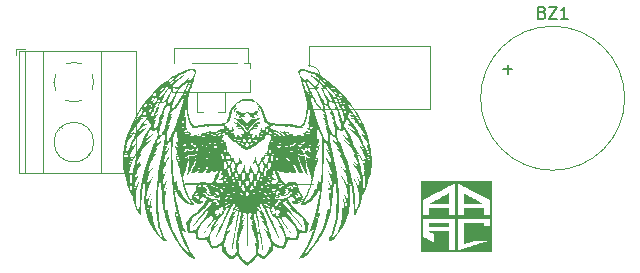
<source format=gbr>
%TF.GenerationSoftware,KiCad,Pcbnew,7.0.1*%
%TF.CreationDate,2023-06-11T13:36:55+05:30*%
%TF.ProjectId,EXP NO 8,45585020-4e4f-4203-982e-6b696361645f,rev?*%
%TF.SameCoordinates,Original*%
%TF.FileFunction,Legend,Top*%
%TF.FilePolarity,Positive*%
%FSLAX46Y46*%
G04 Gerber Fmt 4.6, Leading zero omitted, Abs format (unit mm)*
G04 Created by KiCad (PCBNEW 7.0.1) date 2023-06-11 13:36:55*
%MOMM*%
%LPD*%
G01*
G04 APERTURE LIST*
%ADD10C,0.150000*%
%ADD11C,0.120000*%
%ADD12C,0.127000*%
G04 APERTURE END LIST*
D10*
%TO.C,BZ1*%
X141359047Y-66398809D02*
X141501904Y-66446428D01*
X141501904Y-66446428D02*
X141549523Y-66494047D01*
X141549523Y-66494047D02*
X141597142Y-66589285D01*
X141597142Y-66589285D02*
X141597142Y-66732142D01*
X141597142Y-66732142D02*
X141549523Y-66827380D01*
X141549523Y-66827380D02*
X141501904Y-66875000D01*
X141501904Y-66875000D02*
X141406666Y-66922619D01*
X141406666Y-66922619D02*
X141025714Y-66922619D01*
X141025714Y-66922619D02*
X141025714Y-65922619D01*
X141025714Y-65922619D02*
X141359047Y-65922619D01*
X141359047Y-65922619D02*
X141454285Y-65970238D01*
X141454285Y-65970238D02*
X141501904Y-66017857D01*
X141501904Y-66017857D02*
X141549523Y-66113095D01*
X141549523Y-66113095D02*
X141549523Y-66208333D01*
X141549523Y-66208333D02*
X141501904Y-66303571D01*
X141501904Y-66303571D02*
X141454285Y-66351190D01*
X141454285Y-66351190D02*
X141359047Y-66398809D01*
X141359047Y-66398809D02*
X141025714Y-66398809D01*
X141930476Y-65922619D02*
X142597142Y-65922619D01*
X142597142Y-65922619D02*
X141930476Y-66922619D01*
X141930476Y-66922619D02*
X142597142Y-66922619D01*
X143501904Y-66922619D02*
X142930476Y-66922619D01*
X143216190Y-66922619D02*
X143216190Y-65922619D01*
X143216190Y-65922619D02*
X143120952Y-66065476D01*
X143120952Y-66065476D02*
X143025714Y-66160714D01*
X143025714Y-66160714D02*
X142930476Y-66208333D01*
X138049048Y-71201666D02*
X138810953Y-71201666D01*
X138430000Y-71582619D02*
X138430000Y-70820714D01*
%TO.C,TH1*%
X112109143Y-77649676D02*
X112474857Y-77649676D01*
X112292000Y-78289676D02*
X112292000Y-77649676D01*
X112688190Y-78289676D02*
X112688190Y-77649676D01*
X112688190Y-77954438D02*
X113053905Y-77954438D01*
X113053905Y-78289676D02*
X113053905Y-77649676D01*
X113693905Y-78289676D02*
X113328190Y-78289676D01*
X113511047Y-78289676D02*
X113511047Y-77649676D01*
X113511047Y-77649676D02*
X113450095Y-77741104D01*
X113450095Y-77741104D02*
X113389143Y-77802057D01*
X113389143Y-77802057D02*
X113328190Y-77832533D01*
%TO.C,J1*%
X107422619Y-75173333D02*
X108136904Y-75173333D01*
X108136904Y-75173333D02*
X108279761Y-75220952D01*
X108279761Y-75220952D02*
X108375000Y-75316190D01*
X108375000Y-75316190D02*
X108422619Y-75459047D01*
X108422619Y-75459047D02*
X108422619Y-75554285D01*
X108422619Y-74173333D02*
X108422619Y-74744761D01*
X108422619Y-74459047D02*
X107422619Y-74459047D01*
X107422619Y-74459047D02*
X107565476Y-74554285D01*
X107565476Y-74554285D02*
X107660714Y-74649523D01*
X107660714Y-74649523D02*
X107708333Y-74744761D01*
%TO.C,R1*%
X119893333Y-78542619D02*
X119560000Y-78066428D01*
X119321905Y-78542619D02*
X119321905Y-77542619D01*
X119321905Y-77542619D02*
X119702857Y-77542619D01*
X119702857Y-77542619D02*
X119798095Y-77590238D01*
X119798095Y-77590238D02*
X119845714Y-77637857D01*
X119845714Y-77637857D02*
X119893333Y-77733095D01*
X119893333Y-77733095D02*
X119893333Y-77875952D01*
X119893333Y-77875952D02*
X119845714Y-77971190D01*
X119845714Y-77971190D02*
X119798095Y-78018809D01*
X119798095Y-78018809D02*
X119702857Y-78066428D01*
X119702857Y-78066428D02*
X119321905Y-78066428D01*
X120845714Y-78542619D02*
X120274286Y-78542619D01*
X120560000Y-78542619D02*
X120560000Y-77542619D01*
X120560000Y-77542619D02*
X120464762Y-77685476D01*
X120464762Y-77685476D02*
X120369524Y-77780714D01*
X120369524Y-77780714D02*
X120274286Y-77828333D01*
D11*
%TO.C,U1*%
X121570000Y-74540000D02*
X131850000Y-74540000D01*
X131850000Y-74540000D02*
X131850000Y-69240000D01*
X121570000Y-72890000D02*
X121570000Y-74540000D01*
X121570000Y-69240000D02*
X121570000Y-70890000D01*
X131850000Y-69240000D02*
X121570000Y-69240000D01*
X121570000Y-72890000D02*
G75*
G03*
X121570000Y-70890000I0J1000000D01*
G01*
%TO.C,RV1*%
X109990000Y-72560000D02*
X109990000Y-73110000D01*
X109990000Y-73110000D02*
X116610000Y-73110000D01*
X110190000Y-69390000D02*
X116410000Y-69390000D01*
X110190000Y-70640000D02*
X110190000Y-69400000D01*
X111700000Y-70690000D02*
X115500000Y-70690000D01*
X112090000Y-73110000D02*
X112090000Y-74810000D01*
X112090000Y-74810000D02*
X112660000Y-74810000D01*
X113940000Y-74810000D02*
X114510000Y-74810000D01*
X114510000Y-73110000D02*
X114510000Y-74810000D01*
X116090000Y-70690000D02*
X116610000Y-70690000D01*
X116410000Y-69390000D02*
X116410000Y-70690000D01*
X116610000Y-70690000D02*
X116610000Y-71080000D01*
X116610000Y-73110000D02*
X116610000Y-72120000D01*
%TO.C,BZ1*%
X148340000Y-73660000D02*
G75*
G03*
X148340000Y-73660000I-6100000J0D01*
G01*
%TO.C,G\u002A\u002A\u002A*%
G36*
X133430374Y-84392519D02*
G01*
X133430374Y-84529878D01*
X132611942Y-84529878D01*
X131793511Y-84529878D01*
X131793511Y-84392519D01*
X131793511Y-84255160D01*
X132611942Y-84255160D01*
X133430374Y-84255160D01*
X133430374Y-84392519D01*
G37*
G36*
X134774447Y-81723288D02*
G01*
X134804019Y-81738321D01*
X134849819Y-81762592D01*
X134910006Y-81795071D01*
X134982738Y-81834728D01*
X135066175Y-81880534D01*
X135158474Y-81931458D01*
X135257795Y-81986470D01*
X135362295Y-82044542D01*
X135470132Y-82104643D01*
X135579467Y-82165744D01*
X135688456Y-82226814D01*
X135795259Y-82286825D01*
X135898034Y-82344746D01*
X135994940Y-82399547D01*
X136084134Y-82450200D01*
X136163776Y-82495673D01*
X136232024Y-82534938D01*
X136287036Y-82566964D01*
X136326971Y-82590722D01*
X136349987Y-82605182D01*
X136354407Y-82608447D01*
X136345129Y-82610113D01*
X136314652Y-82611684D01*
X136264674Y-82613138D01*
X136196889Y-82614453D01*
X136112993Y-82615611D01*
X136014681Y-82616588D01*
X135903648Y-82617365D01*
X135781591Y-82617920D01*
X135650205Y-82618233D01*
X135556007Y-82618296D01*
X134746733Y-82618296D01*
X134746733Y-82171520D01*
X134746844Y-82056219D01*
X134747224Y-81961813D01*
X134747945Y-81886308D01*
X134749078Y-81827705D01*
X134750695Y-81784009D01*
X134752867Y-81753224D01*
X134755665Y-81733353D01*
X134759162Y-81722399D01*
X134762946Y-81718522D01*
X134774447Y-81723288D01*
G37*
G36*
X133426428Y-81715061D02*
G01*
X133430681Y-81719602D01*
X133434071Y-81729742D01*
X133436696Y-81747588D01*
X133438653Y-81775245D01*
X133440039Y-81814817D01*
X133440951Y-81868410D01*
X133441487Y-81938129D01*
X133441744Y-82026080D01*
X133441819Y-82134367D01*
X133441821Y-82160433D01*
X133441821Y-82606850D01*
X132610034Y-82606850D01*
X132474459Y-82606788D01*
X132345879Y-82606609D01*
X132226079Y-82606323D01*
X132116843Y-82605940D01*
X132019956Y-82605469D01*
X131937200Y-82604922D01*
X131870361Y-82604307D01*
X131821222Y-82603635D01*
X131791567Y-82602915D01*
X131783018Y-82602227D01*
X131793592Y-82596177D01*
X131822769Y-82580060D01*
X131869023Y-82554707D01*
X131930825Y-82520952D01*
X132006647Y-82479625D01*
X132094960Y-82431559D01*
X132194238Y-82377586D01*
X132302951Y-82318539D01*
X132419571Y-82255248D01*
X132542571Y-82188546D01*
X132583326Y-82166456D01*
X132708256Y-82098690D01*
X132827429Y-82033933D01*
X132939300Y-81973031D01*
X133042326Y-81916829D01*
X133134961Y-81866174D01*
X133215661Y-81821913D01*
X133282881Y-81784890D01*
X133335079Y-81755953D01*
X133370708Y-81735947D01*
X133388224Y-81725718D01*
X133389739Y-81724662D01*
X133409826Y-81715365D01*
X133421217Y-81714015D01*
X133426428Y-81715061D01*
G37*
G36*
X131072375Y-80695268D02*
G01*
X134100000Y-80695268D01*
X137127625Y-80695268D01*
X137127625Y-83700000D01*
X137127625Y-86704732D01*
X134100000Y-86704732D01*
X131072375Y-86704732D01*
X131072375Y-83843082D01*
X131255358Y-83843082D01*
X131258301Y-84606438D01*
X131261244Y-85369793D01*
X131656151Y-85582538D01*
X131747612Y-85631813D01*
X131836273Y-85679585D01*
X131919286Y-85724317D01*
X131993799Y-85764475D01*
X132056963Y-85798522D01*
X132105927Y-85824922D01*
X132137841Y-85842138D01*
X132139770Y-85843179D01*
X132228481Y-85891075D01*
X132228307Y-85539566D01*
X132228133Y-85188058D01*
X132011609Y-85079315D01*
X131938135Y-85042094D01*
X131882891Y-85013195D01*
X131843430Y-84991106D01*
X131817311Y-84974313D01*
X131802087Y-84961304D01*
X131795315Y-84950567D01*
X131794298Y-84944817D01*
X131793511Y-84919063D01*
X132611942Y-84919063D01*
X133430374Y-84919063D01*
X133430374Y-85731771D01*
X133430374Y-86544479D01*
X133682199Y-86544479D01*
X133934024Y-86544479D01*
X133934024Y-85193781D01*
X133934024Y-83843082D01*
X134243082Y-83843082D01*
X134243082Y-85182334D01*
X134243112Y-85355382D01*
X134243200Y-85521925D01*
X134243341Y-85680548D01*
X134243531Y-85829832D01*
X134243768Y-85968363D01*
X134244047Y-86094721D01*
X134244365Y-86207492D01*
X134244717Y-86305258D01*
X134245100Y-86386603D01*
X134245510Y-86450109D01*
X134245944Y-86494360D01*
X134246397Y-86517939D01*
X134246662Y-86521586D01*
X134258133Y-86518373D01*
X134288441Y-86509346D01*
X134334540Y-86495428D01*
X134393386Y-86477540D01*
X134461935Y-86456605D01*
X134512795Y-86441019D01*
X134589681Y-86417483D01*
X134662149Y-86395407D01*
X134726375Y-86375948D01*
X134778535Y-86360261D01*
X134814807Y-86349504D01*
X134826859Y-86346034D01*
X134845379Y-86340611D01*
X134884136Y-86329069D01*
X134941454Y-86311913D01*
X135015657Y-86289646D01*
X135105067Y-86262772D01*
X135208009Y-86231798D01*
X135322805Y-86197226D01*
X135447779Y-86159562D01*
X135581255Y-86119309D01*
X135721555Y-86076973D01*
X135843090Y-86040279D01*
X136807812Y-85748941D01*
X136215105Y-85743218D01*
X135622397Y-85737494D01*
X135227490Y-85860428D01*
X135135463Y-85888813D01*
X135049297Y-85914891D01*
X134971683Y-85937884D01*
X134905314Y-85957015D01*
X134852886Y-85971506D01*
X134817089Y-85980581D01*
X134801104Y-85983479D01*
X134769626Y-85983596D01*
X134769626Y-85113655D01*
X134769626Y-84243713D01*
X135599504Y-84243713D01*
X136429383Y-84243713D01*
X136429383Y-84358179D01*
X136429383Y-84472645D01*
X136686931Y-84472645D01*
X136944479Y-84472645D01*
X136944479Y-84157864D01*
X136944479Y-83843082D01*
X135593781Y-83843082D01*
X134243082Y-83843082D01*
X133934024Y-83843082D01*
X132594691Y-83843082D01*
X131255358Y-83843082D01*
X131072375Y-83843082D01*
X131072375Y-83700000D01*
X131072375Y-83556917D01*
X131072375Y-82935556D01*
X131255520Y-82935556D01*
X131255520Y-83556917D01*
X131524515Y-83556917D01*
X131793511Y-83556917D01*
X131793511Y-83265029D01*
X131793511Y-82973141D01*
X132611942Y-82973141D01*
X133430374Y-82973141D01*
X133430374Y-83265029D01*
X133430374Y-83556917D01*
X133687922Y-83556917D01*
X133945471Y-83556917D01*
X134243082Y-83556917D01*
X134494908Y-83556917D01*
X134746733Y-83556917D01*
X134746733Y-83270678D01*
X134746733Y-82984438D01*
X135579473Y-82987374D01*
X136412213Y-82990311D01*
X136415274Y-83273614D01*
X136418336Y-83556917D01*
X136681408Y-83556917D01*
X136944479Y-83556917D01*
X136944479Y-82935255D01*
X136944479Y-82313592D01*
X135601225Y-81601726D01*
X135438013Y-81515260D01*
X135280371Y-81431802D01*
X135129483Y-81351976D01*
X134986532Y-81276404D01*
X134852700Y-81205712D01*
X134729172Y-81140522D01*
X134617131Y-81081459D01*
X134517759Y-81029145D01*
X134432240Y-80984204D01*
X134361757Y-80947260D01*
X134307493Y-80918936D01*
X134270631Y-80899856D01*
X134252356Y-80890644D01*
X134250527Y-80889860D01*
X134249563Y-80901070D01*
X134248635Y-80933754D01*
X134247752Y-80986490D01*
X134246921Y-81057861D01*
X134246150Y-81146445D01*
X134245447Y-81250824D01*
X134244819Y-81369577D01*
X134244276Y-81501284D01*
X134243825Y-81644526D01*
X134243473Y-81797883D01*
X134243229Y-81959935D01*
X134243101Y-82129262D01*
X134243082Y-82223389D01*
X134243082Y-83556917D01*
X133945471Y-83556917D01*
X133945471Y-82205088D01*
X133945471Y-80853259D01*
X133908269Y-80874979D01*
X133893760Y-80883034D01*
X133860348Y-80901327D01*
X133809261Y-80929190D01*
X133741727Y-80965957D01*
X133658972Y-81010962D01*
X133562225Y-81063538D01*
X133452712Y-81123019D01*
X133331661Y-81188737D01*
X133200299Y-81260026D01*
X133059854Y-81336220D01*
X132911553Y-81416651D01*
X132756624Y-81500654D01*
X132596293Y-81587562D01*
X132563294Y-81605446D01*
X131255520Y-82314194D01*
X131255520Y-82935556D01*
X131072375Y-82935556D01*
X131072375Y-80695268D01*
G37*
D12*
%TO.C,TH1*%
X111150000Y-80900000D02*
X115150000Y-80900000D01*
X115150000Y-78900000D02*
X111150000Y-78900000D01*
D11*
%TO.C,J1*%
X97540000Y-69460000D02*
X96800000Y-69460000D01*
X96800000Y-69460000D02*
X96800000Y-69960000D01*
X106961000Y-69700000D02*
X97040000Y-69700000D01*
X106961000Y-69700000D02*
X106961000Y-79980000D01*
X104001000Y-69700000D02*
X104001000Y-79980000D01*
X99100000Y-69700000D02*
X99100000Y-79980000D01*
X97600000Y-69700000D02*
X97600000Y-79980000D01*
X97040000Y-69700000D02*
X97040000Y-79980000D01*
X100677000Y-76153000D02*
X100631000Y-76106000D01*
X100461000Y-76346000D02*
X100426000Y-76311000D01*
X102975000Y-78450000D02*
X102939000Y-78415000D01*
X102769000Y-78655000D02*
X102723000Y-78608000D01*
X106961000Y-79980000D02*
X97040000Y-79980000D01*
X102383999Y-70765001D02*
G75*
G03*
X101016958Y-70764574I-684000J-1534992D01*
G01*
X103234999Y-72983999D02*
G75*
G03*
X103235426Y-71616958I-1534992J684000D01*
G01*
X100165001Y-71616000D02*
G75*
G03*
X100019748Y-72328805I1535000J-683999D01*
G01*
X100020001Y-72300000D02*
G75*
G03*
X100165245Y-72983318I1679999J0D01*
G01*
X101016000Y-73835000D02*
G75*
G03*
X102383042Y-73835426I684000J1535000D01*
G01*
X103380000Y-77380000D02*
G75*
G03*
X103380000Y-77380000I-1680000J0D01*
G01*
%TO.C,G\u002A\u002A\u002A*%
G36*
X108350820Y-82068264D02*
G01*
X108327431Y-82091652D01*
X108304042Y-82068264D01*
X108327431Y-82044875D01*
X108350820Y-82068264D01*
G37*
G36*
X113683416Y-85623328D02*
G01*
X113660028Y-85646717D01*
X113636639Y-85623328D01*
X113660028Y-85599940D01*
X113683416Y-85623328D01*
G37*
G36*
X114057634Y-82161818D02*
G01*
X114034245Y-82185207D01*
X114010856Y-82161818D01*
X114034245Y-82138430D01*
X114057634Y-82161818D01*
G37*
G36*
X119156344Y-85623328D02*
G01*
X119132956Y-85646717D01*
X119109567Y-85623328D01*
X119132956Y-85599940D01*
X119156344Y-85623328D01*
G37*
G36*
X120512882Y-81787601D02*
G01*
X120489494Y-81810989D01*
X120466105Y-81787601D01*
X120489494Y-81764212D01*
X120512882Y-81787601D01*
G37*
G36*
X123038849Y-72245059D02*
G01*
X123015460Y-72268448D01*
X122992072Y-72245059D01*
X123015460Y-72221671D01*
X123038849Y-72245059D01*
G37*
G36*
X123225958Y-81179498D02*
G01*
X123202569Y-81202886D01*
X123179181Y-81179498D01*
X123202569Y-81156109D01*
X123225958Y-81179498D01*
G37*
G36*
X124488941Y-82115041D02*
G01*
X124465553Y-82138430D01*
X124442164Y-82115041D01*
X124465553Y-82091652D01*
X124488941Y-82115041D01*
G37*
G36*
X110299868Y-76961757D02*
G01*
X110305466Y-77017270D01*
X110299868Y-77024126D01*
X110272059Y-77017705D01*
X110268683Y-76992942D01*
X110285798Y-76954439D01*
X110299868Y-76961757D01*
G37*
G36*
X115481043Y-75016202D02*
G01*
X115496797Y-75046384D01*
X115525417Y-75139607D01*
X115505255Y-75168632D01*
X115448948Y-75131341D01*
X115431679Y-75100010D01*
X115413477Y-75008168D01*
X115435997Y-74975237D01*
X115481043Y-75016202D01*
G37*
G36*
X117318061Y-75052136D02*
G01*
X117283895Y-75127464D01*
X117235303Y-75168393D01*
X117231830Y-75168632D01*
X117217128Y-75134737D01*
X117240625Y-75071072D01*
X117287817Y-75003992D01*
X117313537Y-74994211D01*
X117318061Y-75052136D01*
G37*
G36*
X117347622Y-74458541D02*
G01*
X117411446Y-74547962D01*
X117457033Y-74650050D01*
X117464545Y-74717673D01*
X117437030Y-74743698D01*
X117378655Y-74690574D01*
X117356532Y-74662056D01*
X117279143Y-74538347D01*
X117254921Y-74452370D01*
X117288319Y-74420198D01*
X117347622Y-74458541D01*
G37*
G36*
X113932878Y-82038141D02*
G01*
X113992383Y-82055569D01*
X113995601Y-82067918D01*
X113944174Y-82096474D01*
X113828329Y-82119833D01*
X113726517Y-82129415D01*
X113578866Y-82131260D01*
X113515319Y-82115979D01*
X113519696Y-82098867D01*
X113587898Y-82068111D01*
X113699951Y-82046407D01*
X113825172Y-82035752D01*
X113932878Y-82038141D01*
G37*
G36*
X118960813Y-82038386D02*
G01*
X119015336Y-82044788D01*
X119181131Y-82072367D01*
X119264525Y-82099491D01*
X119262754Y-82122055D01*
X119173053Y-82135955D01*
X119078382Y-82138430D01*
X118937443Y-82132656D01*
X118838252Y-82117937D01*
X118813312Y-82107245D01*
X118783378Y-82055722D01*
X118830673Y-82033348D01*
X118960813Y-82038386D01*
G37*
G36*
X115488481Y-74453897D02*
G01*
X115479851Y-74525574D01*
X115440764Y-74591097D01*
X115430270Y-74599353D01*
X115370278Y-74662928D01*
X115329736Y-74724249D01*
X115289231Y-74790182D01*
X115276779Y-74774241D01*
X115275262Y-74722963D01*
X115297994Y-74622471D01*
X115353907Y-74515112D01*
X115420760Y-74437444D01*
X115459462Y-74420198D01*
X115488481Y-74453897D01*
G37*
G36*
X112038026Y-78510582D02*
G01*
X112019855Y-78610662D01*
X111977113Y-78782412D01*
X111950499Y-78884401D01*
X111854758Y-79197210D01*
X111735984Y-79504590D01*
X111606145Y-79778968D01*
X111477211Y-79992771D01*
X111458216Y-80018533D01*
X111367943Y-80119591D01*
X111297466Y-80168999D01*
X111261381Y-80160959D01*
X111273386Y-80091929D01*
X111331339Y-79897398D01*
X111380955Y-79640953D01*
X111417554Y-79354161D01*
X111436461Y-79068591D01*
X111438016Y-78980971D01*
X111444365Y-78728161D01*
X111462267Y-78563163D01*
X111493258Y-78480770D01*
X111538873Y-78475776D01*
X111576606Y-78510985D01*
X111684743Y-78574769D01*
X111825464Y-78567402D01*
X111942253Y-78510547D01*
X111999512Y-78473505D01*
X112031340Y-78469190D01*
X112038026Y-78510582D01*
G37*
G36*
X120788714Y-78468159D02*
G01*
X120832311Y-78505950D01*
X120935020Y-78561644D01*
X121057102Y-78582208D01*
X121158569Y-78564225D01*
X121191151Y-78536588D01*
X121243995Y-78487547D01*
X121283213Y-78525117D01*
X121305020Y-78642876D01*
X121308226Y-78735391D01*
X121316752Y-78958897D01*
X121339561Y-79218891D01*
X121372810Y-79486523D01*
X121412660Y-79732944D01*
X121455268Y-79929303D01*
X121476652Y-80000393D01*
X121513598Y-80119441D01*
X121527621Y-80195186D01*
X121525316Y-80206045D01*
X121487303Y-80184998D01*
X121410877Y-80111530D01*
X121364629Y-80060813D01*
X121267955Y-79930050D01*
X121161159Y-79754737D01*
X121082282Y-79603165D01*
X121004972Y-79421003D01*
X120925717Y-79203492D01*
X120852459Y-78976401D01*
X120793142Y-78765502D01*
X120755710Y-78596565D01*
X120746768Y-78514660D01*
X120753272Y-78456724D01*
X120788714Y-78468159D01*
G37*
G36*
X117422130Y-75334340D02*
G01*
X117429839Y-75341280D01*
X117446048Y-75388581D01*
X117377097Y-75426434D01*
X117372933Y-75427773D01*
X117267256Y-75485348D01*
X117120989Y-75595766D01*
X116954069Y-75740532D01*
X116786435Y-75901152D01*
X116638024Y-76059134D01*
X116528773Y-76195983D01*
X116505032Y-76232813D01*
X116435218Y-76347181D01*
X116387003Y-76419051D01*
X116375281Y-76431616D01*
X116345288Y-76395872D01*
X116278734Y-76302316D01*
X116193039Y-76175696D01*
X116082944Y-76027009D01*
X115969819Y-75901087D01*
X115894059Y-75836798D01*
X115884282Y-75829139D01*
X116157377Y-75829139D01*
X116172507Y-75887104D01*
X116243035Y-76002453D01*
X116244911Y-76005116D01*
X116325374Y-76110427D01*
X116374571Y-76145394D01*
X116408890Y-76120182D01*
X116414574Y-76110364D01*
X116476376Y-76019563D01*
X116551365Y-75928761D01*
X116608546Y-75850845D01*
X116600526Y-75826010D01*
X116540264Y-75855917D01*
X116465885Y-75917793D01*
X116365528Y-76012073D01*
X116280206Y-75917793D01*
X116194369Y-75836666D01*
X116157377Y-75829139D01*
X115884282Y-75829139D01*
X115769551Y-75739260D01*
X115675122Y-75642458D01*
X115572993Y-75550586D01*
X115434311Y-75464489D01*
X115403157Y-75449573D01*
X115294467Y-75391693D01*
X115273000Y-75353191D01*
X115291833Y-75340895D01*
X115380007Y-75341737D01*
X115497027Y-75380869D01*
X115503605Y-75384085D01*
X115625184Y-75427667D01*
X115722141Y-75411984D01*
X115744134Y-75401168D01*
X115883394Y-75375460D01*
X116030474Y-75433295D01*
X116171542Y-75567199D01*
X116240995Y-75669605D01*
X116362586Y-75877083D01*
X116461425Y-75700879D01*
X116586914Y-75533017D01*
X116734526Y-75421573D01*
X116884543Y-75377932D01*
X116987773Y-75396999D01*
X117091765Y-75425082D01*
X117195126Y-75395506D01*
X117241508Y-75369900D01*
X117352876Y-75320223D01*
X117422130Y-75334340D01*
G37*
G36*
X115545009Y-74958135D02*
G01*
X115648057Y-74958135D01*
X115671446Y-74981524D01*
X115694834Y-74958135D01*
X115671446Y-74934746D01*
X115648057Y-74958135D01*
X115545009Y-74958135D01*
X115512678Y-74898478D01*
X115457306Y-74863424D01*
X115395163Y-74822955D01*
X115392864Y-74791047D01*
X115468528Y-74750406D01*
X115594366Y-74767458D01*
X115749301Y-74839272D01*
X115752175Y-74841017D01*
X115897131Y-74906077D01*
X116039322Y-74932874D01*
X116148652Y-74918151D01*
X116185995Y-74887969D01*
X116248309Y-74856110D01*
X116361248Y-74841321D01*
X116373103Y-74841192D01*
X116488639Y-74853796D01*
X116557623Y-74884487D01*
X116560212Y-74887969D01*
X116635314Y-74929213D01*
X116761365Y-74926978D01*
X116908268Y-74884522D01*
X116994031Y-74841017D01*
X117129740Y-74775620D01*
X117245873Y-74749351D01*
X117318817Y-74765363D01*
X117332035Y-74795883D01*
X117294654Y-74852846D01*
X117261869Y-74871053D01*
X117199798Y-74924736D01*
X117191704Y-74953784D01*
X117155445Y-75050274D01*
X117060772Y-75086875D01*
X116964274Y-75068640D01*
X116842278Y-75022258D01*
X116946825Y-75133543D01*
X117029957Y-75233312D01*
X117035795Y-75284434D01*
X116959099Y-75297935D01*
X116871243Y-75292560D01*
X116693318Y-75262648D01*
X116600842Y-75211173D01*
X116583600Y-75163111D01*
X116613003Y-75139044D01*
X116635044Y-75148128D01*
X116660786Y-75146897D01*
X116632200Y-75078484D01*
X116561284Y-75001014D01*
X117055065Y-75001014D01*
X117063665Y-75061685D01*
X117079633Y-75062409D01*
X117090800Y-74999803D01*
X117083326Y-74972753D01*
X117062556Y-74955035D01*
X117055065Y-75001014D01*
X116561284Y-75001014D01*
X116527279Y-74963866D01*
X116388615Y-74916365D01*
X116247491Y-74945394D01*
X116228104Y-74956892D01*
X116122859Y-75051206D01*
X116063039Y-75133549D01*
X116028737Y-75204636D01*
X116046524Y-75204738D01*
X116084782Y-75174599D01*
X116146513Y-75141585D01*
X116162606Y-75160144D01*
X116128016Y-75227979D01*
X116108850Y-75243111D01*
X116025585Y-75271934D01*
X115908732Y-75289193D01*
X115792736Y-75293032D01*
X115712043Y-75281591D01*
X115694834Y-75265438D01*
X115724614Y-75199951D01*
X115763324Y-75153602D01*
X115804858Y-75097403D01*
X115764742Y-75068079D01*
X115739871Y-75061069D01*
X115676628Y-75058964D01*
X115677892Y-75085509D01*
X115672257Y-75116901D01*
X115642874Y-75112565D01*
X115584057Y-75053764D01*
X115563234Y-74991765D01*
X115545009Y-74958135D01*
G37*
G36*
X120712260Y-71445872D02*
G01*
X120811987Y-71445872D01*
X120814490Y-71552448D01*
X120874223Y-71692345D01*
X120975916Y-71839757D01*
X121104298Y-71968882D01*
X121135913Y-71993221D01*
X121275714Y-72087688D01*
X121355425Y-72120388D01*
X121384991Y-72091583D01*
X121374355Y-72001534D01*
X121373886Y-71999479D01*
X121369096Y-71949077D01*
X121394124Y-71947538D01*
X121457996Y-72001361D01*
X121569740Y-72117045D01*
X121634395Y-72187034D01*
X121857656Y-72411185D01*
X122060688Y-72577442D01*
X122234860Y-72680318D01*
X122371539Y-72714326D01*
X122436369Y-72696786D01*
X122504223Y-72670692D01*
X122524300Y-72686394D01*
X122487936Y-72748867D01*
X122405800Y-72811192D01*
X122318323Y-72847639D01*
X122276122Y-72844329D01*
X122267019Y-72861493D01*
X122298467Y-72942466D01*
X122361677Y-73071566D01*
X122447863Y-73233114D01*
X122548240Y-73411431D01*
X122654019Y-73590835D01*
X122756414Y-73755647D01*
X122846639Y-73890188D01*
X122904852Y-73966309D01*
X123038672Y-74110363D01*
X123129609Y-74180262D01*
X123174661Y-74174022D01*
X123179181Y-74147728D01*
X123161472Y-74061872D01*
X123113978Y-73912892D01*
X123095759Y-73862645D01*
X123240204Y-73862645D01*
X123291552Y-74085787D01*
X123338180Y-74245284D01*
X123395103Y-74384084D01*
X123416913Y-74423034D01*
X123557359Y-74678840D01*
X123691174Y-74994735D01*
X123804840Y-75337507D01*
X123836190Y-75453080D01*
X123907127Y-75706279D01*
X123977658Y-75893425D01*
X124060123Y-76041146D01*
X124166861Y-76176068D01*
X124175846Y-76186036D01*
X124268612Y-76272279D01*
X124322391Y-76278846D01*
X124340768Y-76202532D01*
X124328595Y-76049547D01*
X124306267Y-75934681D01*
X124535718Y-75934681D01*
X124559368Y-75983576D01*
X124622197Y-76090206D01*
X124712020Y-76234114D01*
X124740239Y-76278131D01*
X125046378Y-76805880D01*
X125301421Y-77367182D01*
X125355138Y-77505478D01*
X125454388Y-77728148D01*
X125584630Y-77968073D01*
X125708778Y-78160358D01*
X125865145Y-78395732D01*
X126024082Y-78668768D01*
X126170635Y-78950808D01*
X126289848Y-79213196D01*
X126362834Y-79413660D01*
X126401555Y-79533287D01*
X126430965Y-79604142D01*
X126438150Y-79612463D01*
X126441894Y-79571314D01*
X126431892Y-79467682D01*
X126424244Y-79413660D01*
X126391518Y-79261936D01*
X126351964Y-79121303D01*
X126453582Y-79121303D01*
X126476971Y-79144691D01*
X126500359Y-79121303D01*
X126476971Y-79097914D01*
X126453582Y-79121303D01*
X126351964Y-79121303D01*
X126337423Y-79069605D01*
X126323599Y-79027748D01*
X126597168Y-79027748D01*
X126618597Y-79355188D01*
X126630046Y-79559510D01*
X126638221Y-79760818D01*
X126641074Y-79893126D01*
X126647133Y-80016654D01*
X126665317Y-80054783D01*
X126687468Y-80033457D01*
X126718235Y-79940131D01*
X126731357Y-79808850D01*
X126731345Y-79799571D01*
X126720341Y-79665682D01*
X126693277Y-79484730D01*
X126672624Y-79378577D01*
X126781022Y-79378577D01*
X126798137Y-79417080D01*
X126812207Y-79409762D01*
X126817805Y-79354248D01*
X126812207Y-79347392D01*
X126784398Y-79353813D01*
X126781022Y-79378577D01*
X126672624Y-79378577D01*
X126663523Y-79331800D01*
X126597168Y-79027748D01*
X126323599Y-79027748D01*
X126285543Y-78912520D01*
X126233485Y-78759890D01*
X126199714Y-78646545D01*
X126191288Y-78596256D01*
X126191542Y-78595927D01*
X126219260Y-78624870D01*
X126274716Y-78714500D01*
X126316592Y-78790521D01*
X126381428Y-78906914D01*
X126426748Y-78977433D01*
X126438761Y-78987996D01*
X126442460Y-78925299D01*
X126410208Y-78796695D01*
X126349011Y-78619386D01*
X126265873Y-78410575D01*
X126197891Y-78255925D01*
X126455167Y-78255925D01*
X126466614Y-78337313D01*
X126499589Y-78466696D01*
X126547337Y-78624733D01*
X126603106Y-78792082D01*
X126660141Y-78949404D01*
X126711688Y-79077356D01*
X126750994Y-79156597D01*
X126771305Y-79167787D01*
X126772143Y-79163654D01*
X126766089Y-79065414D01*
X126736068Y-78912879D01*
X126691845Y-78750243D01*
X126628938Y-78562552D01*
X126566868Y-78404176D01*
X126512612Y-78289687D01*
X126473145Y-78233656D01*
X126455444Y-78250654D01*
X126455167Y-78255925D01*
X126197891Y-78255925D01*
X126167797Y-78187464D01*
X126061787Y-77967257D01*
X125954848Y-77767156D01*
X125912164Y-77694599D01*
X125784003Y-77484102D01*
X125912747Y-77601045D01*
X126017306Y-77715890D01*
X126125523Y-77864021D01*
X126158427Y-77916791D01*
X126228435Y-78031263D01*
X126277526Y-78103121D01*
X126289928Y-78115594D01*
X126300321Y-78077657D01*
X126272680Y-77975262D01*
X126214767Y-77825527D01*
X126134346Y-77645572D01*
X126039176Y-77452517D01*
X125937022Y-77263482D01*
X125835645Y-77095587D01*
X125809815Y-77056689D01*
X125671656Y-76874628D01*
X125501925Y-76681560D01*
X125321866Y-76498967D01*
X125152728Y-76348331D01*
X125015756Y-76251134D01*
X125009942Y-76247960D01*
X124938017Y-76198017D01*
X124924971Y-76167102D01*
X124983357Y-76170281D01*
X125097870Y-76223478D01*
X125252113Y-76317612D01*
X125429687Y-76443603D01*
X125444146Y-76454586D01*
X125562316Y-76540552D01*
X125618075Y-76568482D01*
X125619610Y-76541730D01*
X125610235Y-76522633D01*
X125484551Y-76344305D01*
X125305206Y-76159388D01*
X125104265Y-75998759D01*
X124997736Y-75932809D01*
X124854753Y-75849637D01*
X124795823Y-75802466D01*
X124820974Y-75792740D01*
X124930228Y-75821904D01*
X124996193Y-75844327D01*
X125112500Y-75877623D01*
X125181958Y-75882565D01*
X125190599Y-75874231D01*
X125161792Y-75820764D01*
X125087352Y-75722830D01*
X125012063Y-75634360D01*
X124884592Y-75512533D01*
X124790927Y-75469354D01*
X124735879Y-75505626D01*
X124722827Y-75586079D01*
X124695059Y-75681305D01*
X124629273Y-75789499D01*
X124564653Y-75878960D01*
X124535818Y-75933335D01*
X124535718Y-75934681D01*
X124306267Y-75934681D01*
X124293609Y-75869565D01*
X124242734Y-75697347D01*
X124219786Y-75640247D01*
X124155080Y-75495872D01*
X124129859Y-75426690D01*
X124143236Y-75423497D01*
X124194325Y-75477093D01*
X124205272Y-75489560D01*
X124275836Y-75559958D01*
X124297758Y-75556581D01*
X124272431Y-75484707D01*
X124201246Y-75349613D01*
X124141525Y-75247740D01*
X124059844Y-75099401D01*
X124024857Y-75008606D01*
X124035778Y-74982137D01*
X124091818Y-75026779D01*
X124158106Y-75104775D01*
X124222449Y-75178571D01*
X124254312Y-75199425D01*
X124255055Y-75196466D01*
X124231154Y-75120605D01*
X124172463Y-75002896D01*
X124098500Y-74877668D01*
X124028786Y-74779252D01*
X124001715Y-74750903D01*
X123951463Y-74686878D01*
X123950416Y-74655035D01*
X123936244Y-74601667D01*
X123879735Y-74536142D01*
X123805403Y-74452797D01*
X123792854Y-74401960D01*
X123844397Y-74398837D01*
X123859691Y-74404142D01*
X123895431Y-74405133D01*
X123889422Y-74355610D01*
X123839346Y-74241116D01*
X123830657Y-74223131D01*
X123760990Y-74096459D01*
X123701042Y-74039475D01*
X123629896Y-74033471D01*
X123620429Y-74035131D01*
X123499235Y-74021401D01*
X123375923Y-73959286D01*
X123240204Y-73862645D01*
X123095759Y-73862645D01*
X123045142Y-73723049D01*
X122963410Y-73514604D01*
X122877225Y-73309818D01*
X122795034Y-73130954D01*
X122788176Y-73117000D01*
X122709739Y-72956887D01*
X122688418Y-72912293D01*
X122819356Y-72912293D01*
X122848615Y-73007553D01*
X122910581Y-73144381D01*
X122995382Y-73304827D01*
X123093144Y-73470941D01*
X123193995Y-73624775D01*
X123288063Y-73748378D01*
X123344616Y-73807326D01*
X123481953Y-73915038D01*
X123565782Y-73949012D01*
X123598923Y-73910207D01*
X123599718Y-73893954D01*
X123576122Y-73801509D01*
X123557066Y-73755939D01*
X123744483Y-73755939D01*
X123781976Y-73890741D01*
X123868938Y-74097998D01*
X123970021Y-74308842D01*
X124121995Y-74630697D01*
X124250931Y-74935079D01*
X124351083Y-75206328D01*
X124416704Y-75428789D01*
X124442047Y-75586803D01*
X124442164Y-75595175D01*
X124454528Y-75691007D01*
X124484705Y-75704730D01*
X124522319Y-75643445D01*
X124556492Y-75516949D01*
X124562117Y-75285575D01*
X124874580Y-75285575D01*
X125099016Y-75524401D01*
X125251077Y-75700689D01*
X125407395Y-75904365D01*
X125499410Y-76038295D01*
X125598976Y-76207366D01*
X125719281Y-76431854D01*
X125848748Y-76687880D01*
X125975801Y-76951567D01*
X126088861Y-77199039D01*
X126176352Y-77406418D01*
X126217810Y-77519975D01*
X126273484Y-77657027D01*
X126359039Y-77829054D01*
X126431591Y-77957469D01*
X126536609Y-78152188D01*
X126640139Y-78376428D01*
X126696253Y-78518005D01*
X126752134Y-78667710D01*
X126796374Y-78775031D01*
X126819584Y-78817227D01*
X126819798Y-78817251D01*
X126823336Y-78776102D01*
X126813185Y-78672470D01*
X126805505Y-78618448D01*
X126765517Y-78426265D01*
X126701882Y-78191310D01*
X126626381Y-77952293D01*
X126550793Y-77747925D01*
X126517952Y-77673529D01*
X126449285Y-77530879D01*
X126570424Y-77671210D01*
X126691564Y-77811542D01*
X126592406Y-77555210D01*
X126515216Y-77387399D01*
X126404955Y-77185908D01*
X126284394Y-76992121D01*
X126274612Y-76977641D01*
X126131631Y-76766713D01*
X126039435Y-76627023D01*
X125995778Y-76552737D01*
X125998411Y-76538023D01*
X126045086Y-76577047D01*
X126133556Y-76663976D01*
X126166504Y-76697107D01*
X126282007Y-76809219D01*
X126367143Y-76883742D01*
X126405958Y-76906885D01*
X126406805Y-76904852D01*
X126381240Y-76836594D01*
X126313418Y-76713801D01*
X126216650Y-76557202D01*
X126148948Y-76455004D01*
X126266473Y-76455004D01*
X126289862Y-76478393D01*
X126313251Y-76455004D01*
X126289862Y-76431616D01*
X126266473Y-76455004D01*
X126148948Y-76455004D01*
X126104246Y-76387526D01*
X125989516Y-76225502D01*
X125885770Y-76091860D01*
X125881507Y-76086766D01*
X125785640Y-75967319D01*
X125751745Y-75909170D01*
X125776833Y-75906295D01*
X125796743Y-75916019D01*
X125872548Y-75949008D01*
X125884176Y-75936286D01*
X125841768Y-75888971D01*
X125755463Y-75818180D01*
X125635402Y-75735033D01*
X125626518Y-75729368D01*
X125510912Y-75650057D01*
X125470563Y-75603233D01*
X125497377Y-75578896D01*
X125503468Y-75577307D01*
X125525741Y-75552721D01*
X125469107Y-75505109D01*
X125330930Y-75431500D01*
X125073656Y-75305981D01*
X125284153Y-75332663D01*
X125409127Y-75346736D01*
X125453696Y-75342450D01*
X125430105Y-75314415D01*
X125390810Y-75285712D01*
X125273753Y-75213633D01*
X125135991Y-75142290D01*
X125133536Y-75141152D01*
X124980101Y-75070226D01*
X125155516Y-75093099D01*
X125267683Y-75099662D01*
X125327748Y-75087467D01*
X125330930Y-75081313D01*
X125302977Y-75031815D01*
X125234288Y-74954527D01*
X125147619Y-74870702D01*
X125065725Y-74801595D01*
X125011362Y-74768460D01*
X125001425Y-74773544D01*
X124988946Y-74841223D01*
X124959331Y-74965459D01*
X124936971Y-75051689D01*
X124874580Y-75285575D01*
X124562117Y-75285575D01*
X124562530Y-75268574D01*
X124501047Y-74987565D01*
X124378666Y-74698339D01*
X124296220Y-74557519D01*
X124201017Y-74400354D01*
X124164624Y-74314113D01*
X124186472Y-74297426D01*
X124188561Y-74298191D01*
X124231147Y-74308362D01*
X124231457Y-74284286D01*
X124183252Y-74215045D01*
X124080289Y-74089719D01*
X124046778Y-74050132D01*
X123998026Y-73983788D01*
X124003022Y-73967748D01*
X124009475Y-73971032D01*
X124061482Y-73987964D01*
X124067947Y-73980776D01*
X124047677Y-73909652D01*
X124001450Y-73816163D01*
X123951140Y-73740137D01*
X123923932Y-73718540D01*
X123853168Y-73703403D01*
X123814498Y-73690147D01*
X123755607Y-73690203D01*
X123744483Y-73755939D01*
X123557066Y-73755939D01*
X123513257Y-73651172D01*
X123421683Y-73464228D01*
X123311962Y-73261966D01*
X123194654Y-73065673D01*
X123168610Y-73024993D01*
X123066581Y-72874990D01*
X122999429Y-72796962D01*
X122956757Y-72781016D01*
X122935141Y-72802802D01*
X122869546Y-72866246D01*
X122832676Y-72876551D01*
X122819356Y-72912293D01*
X122688418Y-72912293D01*
X122650383Y-72832738D01*
X122619908Y-72765155D01*
X122617855Y-72758856D01*
X122655792Y-72757636D01*
X122711409Y-72769443D01*
X122783864Y-72774463D01*
X122795985Y-72731778D01*
X122772809Y-72686739D01*
X123081329Y-72686739D01*
X123096516Y-72752903D01*
X123158145Y-72861419D01*
X123239183Y-72981338D01*
X123443275Y-73256838D01*
X123612229Y-73447112D01*
X123747084Y-73553210D01*
X123829091Y-73578209D01*
X123895405Y-73571265D01*
X123896132Y-73567155D01*
X124021587Y-73567155D01*
X124039996Y-73672541D01*
X124115895Y-73844917D01*
X124248363Y-74081606D01*
X124253552Y-74090256D01*
X124388022Y-74328544D01*
X124506274Y-74565323D01*
X124599483Y-74780479D01*
X124658826Y-74953894D01*
X124676050Y-75053444D01*
X124692614Y-75114673D01*
X124705879Y-75121855D01*
X124717425Y-75080000D01*
X124715590Y-74972211D01*
X124706302Y-74871663D01*
X124648319Y-74565174D01*
X124555427Y-74304642D01*
X124435560Y-74111444D01*
X124416303Y-74090177D01*
X124348038Y-74003315D01*
X124338829Y-73975815D01*
X124348610Y-73975815D01*
X124371998Y-73999203D01*
X124395387Y-73975815D01*
X124371998Y-73952426D01*
X124348610Y-73975815D01*
X124338829Y-73975815D01*
X124328228Y-73944159D01*
X124331515Y-73938336D01*
X124324944Y-73886883D01*
X124276970Y-73792348D01*
X124206470Y-73683189D01*
X124132326Y-73587866D01*
X124073416Y-73534838D01*
X124061585Y-73531431D01*
X124021587Y-73567155D01*
X123896132Y-73567155D01*
X123902173Y-73532985D01*
X123862727Y-73449571D01*
X123803669Y-73359326D01*
X123699614Y-73221330D01*
X123567691Y-73057781D01*
X123482403Y-72956755D01*
X123333660Y-72788679D01*
X123230314Y-72685868D01*
X123161179Y-72639082D01*
X123115072Y-72639080D01*
X123105640Y-72645466D01*
X123081329Y-72686739D01*
X122772809Y-72686739D01*
X122746107Y-72634846D01*
X122639100Y-72485672D01*
X122528002Y-72345472D01*
X122464837Y-72280085D01*
X122445649Y-72286480D01*
X122462430Y-72350308D01*
X122451192Y-72363133D01*
X122393189Y-72314665D01*
X122314536Y-72230504D01*
X122170476Y-72085594D01*
X121996144Y-71936562D01*
X121898409Y-71863894D01*
X121782305Y-71778221D01*
X121741145Y-71733512D01*
X121775866Y-71732349D01*
X122066967Y-71855900D01*
X122376905Y-72063442D01*
X122697597Y-72349368D01*
X122765766Y-72419069D01*
X122879637Y-72527537D01*
X122968089Y-72592100D01*
X123013117Y-72599658D01*
X123013385Y-72599246D01*
X123003046Y-72549111D01*
X123305991Y-72549111D01*
X123311177Y-72579689D01*
X123369134Y-72659826D01*
X123466528Y-72771303D01*
X123609922Y-72934476D01*
X123755413Y-73113927D01*
X123831632Y-73215608D01*
X123932905Y-73347904D01*
X123994180Y-73408242D01*
X124011123Y-73395536D01*
X123979401Y-73308697D01*
X123947907Y-73244780D01*
X123881717Y-73143164D01*
X123777743Y-73011423D01*
X123653304Y-72868330D01*
X123525724Y-72732657D01*
X123412323Y-72623176D01*
X123330423Y-72558659D01*
X123305991Y-72549111D01*
X123003046Y-72549111D01*
X123000789Y-72538164D01*
X122930039Y-72436275D01*
X122921962Y-72427272D01*
X123332204Y-72427272D01*
X123346400Y-72470450D01*
X123416388Y-72541323D01*
X123431623Y-72553668D01*
X123535217Y-72644409D01*
X123665909Y-72770987D01*
X123750426Y-72858374D01*
X123877381Y-72989561D01*
X123947175Y-73051624D01*
X123958692Y-73043961D01*
X123947202Y-73025242D01*
X124078950Y-73025242D01*
X124104625Y-73091221D01*
X124113078Y-73107362D01*
X124148245Y-73219737D01*
X124161501Y-73346307D01*
X124195022Y-73489173D01*
X124296533Y-73688950D01*
X124389915Y-73836280D01*
X124513460Y-74035738D01*
X124630365Y-74249480D01*
X124718096Y-74435900D01*
X124727789Y-74460076D01*
X124785916Y-74601204D01*
X124831748Y-74696431D01*
X124854772Y-74724840D01*
X124855715Y-74673209D01*
X124839131Y-74559898D01*
X124821396Y-74469979D01*
X124769016Y-74298131D01*
X124689993Y-74118474D01*
X124599808Y-73960669D01*
X124513940Y-73854374D01*
X124490837Y-73836654D01*
X124463892Y-73800926D01*
X124747727Y-73800926D01*
X124769541Y-73851748D01*
X124815818Y-73958008D01*
X124874899Y-74111558D01*
X124911691Y-74214802D01*
X124994673Y-74399215D01*
X125111261Y-74592918D01*
X125183594Y-74689697D01*
X125363873Y-74923254D01*
X125565251Y-75212541D01*
X125768877Y-75528695D01*
X125955898Y-75842853D01*
X126055976Y-76025359D01*
X126156555Y-76209271D01*
X126221408Y-76313189D01*
X126251769Y-76343066D01*
X126248874Y-76304853D01*
X126213956Y-76204500D01*
X126148250Y-76047959D01*
X126052990Y-75841180D01*
X125991459Y-75714306D01*
X125848455Y-75440636D01*
X125673620Y-75130814D01*
X125489963Y-74824488D01*
X125333664Y-74580848D01*
X125170547Y-74341206D01*
X125025742Y-74135252D01*
X124905154Y-73970616D01*
X124814686Y-73854930D01*
X124760242Y-73795823D01*
X124747727Y-73800926D01*
X124463892Y-73800926D01*
X124444365Y-73775035D01*
X124442164Y-73759796D01*
X124471852Y-73736409D01*
X124496169Y-73746396D01*
X124526210Y-73750325D01*
X124502294Y-73697534D01*
X124432139Y-73601647D01*
X124376734Y-73535583D01*
X124326439Y-73469468D01*
X124330129Y-73453052D01*
X124336915Y-73456484D01*
X124388837Y-73468982D01*
X124382399Y-73416408D01*
X124319713Y-73305074D01*
X124254762Y-73211010D01*
X124161963Y-73090948D01*
X124100710Y-73027089D01*
X124078950Y-73025242D01*
X123947202Y-73025242D01*
X123910819Y-72965970D01*
X123887099Y-72932121D01*
X123801069Y-72826866D01*
X123687207Y-72707438D01*
X123564356Y-72590982D01*
X123451360Y-72494640D01*
X123367062Y-72435557D01*
X123332204Y-72427272D01*
X122921962Y-72427272D01*
X122816884Y-72310143D01*
X122677072Y-72176328D01*
X122526349Y-72051393D01*
X122422771Y-71978083D01*
X122295186Y-71884834D01*
X122281929Y-71868783D01*
X122584639Y-71868783D01*
X122593131Y-71895507D01*
X122637611Y-71951489D01*
X122724174Y-72048569D01*
X122831887Y-72164551D01*
X122939820Y-72277234D01*
X123027040Y-72364422D01*
X123072464Y-72403843D01*
X123067440Y-72371956D01*
X123052011Y-72326919D01*
X123037367Y-72272611D01*
X123070035Y-72283441D01*
X123111951Y-72314419D01*
X123169236Y-72356108D01*
X123168086Y-72343165D01*
X123109015Y-72268100D01*
X123024915Y-72178149D01*
X122917349Y-72081560D01*
X122802927Y-71990333D01*
X122698261Y-71916463D01*
X122619961Y-71871947D01*
X122584639Y-71868783D01*
X122281929Y-71868783D01*
X122244995Y-71824065D01*
X122337192Y-71824065D01*
X122360580Y-71847454D01*
X122383969Y-71824065D01*
X122360580Y-71800676D01*
X122337192Y-71824065D01*
X122244995Y-71824065D01*
X122241823Y-71820225D01*
X122249615Y-71796982D01*
X122255809Y-71757338D01*
X122186319Y-71704105D01*
X122056651Y-71644605D01*
X121882310Y-71586158D01*
X121711848Y-71543052D01*
X121584460Y-71511188D01*
X121522895Y-71486877D01*
X121539938Y-71475233D01*
X121541980Y-71475124D01*
X121616254Y-71469001D01*
X121613683Y-71452768D01*
X121529801Y-71413798D01*
X121518591Y-71408951D01*
X121297439Y-71336439D01*
X121097102Y-71313116D01*
X120935714Y-71338035D01*
X120831406Y-71410248D01*
X120811987Y-71445872D01*
X120712260Y-71445872D01*
X120709330Y-71406956D01*
X120775073Y-71260356D01*
X120799371Y-71233525D01*
X120889374Y-71175625D01*
X121014434Y-71154757D01*
X121184713Y-71172578D01*
X121410372Y-71230748D01*
X121701573Y-71330923D01*
X121925774Y-71417348D01*
X122259200Y-71555075D01*
X122522923Y-71677992D01*
X122737134Y-71797196D01*
X122922024Y-71923785D01*
X123075641Y-72049346D01*
X123226706Y-72172554D01*
X123397098Y-72299399D01*
X123451748Y-72337200D01*
X123583001Y-72438467D01*
X123761018Y-72594026D01*
X123970111Y-72788514D01*
X124194589Y-73006568D01*
X124418760Y-73232825D01*
X124626935Y-73451924D01*
X124803422Y-73648501D01*
X124862584Y-73718540D01*
X125161989Y-74108724D01*
X125454506Y-74541038D01*
X125734143Y-75002628D01*
X125994910Y-75480643D01*
X126230819Y-75962230D01*
X126435878Y-76434538D01*
X126604098Y-76884715D01*
X126729490Y-77299907D01*
X126806063Y-77667263D01*
X126828306Y-77936279D01*
X126843217Y-78136799D01*
X126880116Y-78346110D01*
X126898471Y-78415385D01*
X126949645Y-78684102D01*
X126964787Y-79010505D01*
X126946256Y-79366965D01*
X126896406Y-79725853D01*
X126817595Y-80059538D01*
X126739442Y-80280074D01*
X126678175Y-80452174D01*
X126632278Y-80629660D01*
X126625839Y-80665477D01*
X126584807Y-80856612D01*
X126520183Y-81079664D01*
X126440995Y-81310226D01*
X126356270Y-81523894D01*
X126275037Y-81696260D01*
X126206324Y-81802920D01*
X126204265Y-81805153D01*
X126112282Y-81951566D01*
X126056876Y-82136980D01*
X126056651Y-82138430D01*
X125989396Y-82465934D01*
X125893048Y-82785875D01*
X125776533Y-83075242D01*
X125648776Y-83311024D01*
X125553162Y-83436496D01*
X125465340Y-83518175D01*
X125410890Y-83531556D01*
X125385262Y-83470028D01*
X125383906Y-83326984D01*
X125392524Y-83203160D01*
X125397736Y-83023411D01*
X125391549Y-82773613D01*
X125375736Y-82476339D01*
X125352073Y-82154164D01*
X125322333Y-81829661D01*
X125288289Y-81525403D01*
X125251717Y-81263964D01*
X125230741Y-81144415D01*
X125194257Y-80987998D01*
X125155575Y-80905207D01*
X125104296Y-80876476D01*
X125087806Y-80875446D01*
X125020633Y-80899518D01*
X125020384Y-80957306D01*
X125040304Y-81070091D01*
X125059631Y-81253556D01*
X125077075Y-81484828D01*
X125091350Y-81741036D01*
X125101167Y-81999307D01*
X125105236Y-82236770D01*
X125102726Y-82419093D01*
X125080162Y-82733563D01*
X125033163Y-83036191D01*
X124955523Y-83357230D01*
X124841033Y-83726934D01*
X124824027Y-83777471D01*
X124741317Y-84013169D01*
X124665355Y-84203076D01*
X124582709Y-84373008D01*
X124479948Y-84548784D01*
X124343640Y-84756221D01*
X124225881Y-84927175D01*
X123997039Y-85234784D01*
X123787970Y-85472592D01*
X123603990Y-85635233D01*
X123450417Y-85717342D01*
X123440293Y-85720099D01*
X123316165Y-85733981D01*
X123267462Y-85693564D01*
X123293658Y-85597741D01*
X123343171Y-85516036D01*
X123524680Y-85182062D01*
X123674366Y-84762388D01*
X123791782Y-84259450D01*
X123876480Y-83675684D01*
X123928013Y-83013527D01*
X123945935Y-82275414D01*
X123945935Y-82231984D01*
X123943682Y-81823746D01*
X123937336Y-81499818D01*
X123925877Y-81251004D01*
X123908288Y-81068109D01*
X123883551Y-80941938D01*
X123850648Y-80863298D01*
X123808561Y-80822993D01*
X123789112Y-80815593D01*
X123748192Y-80812943D01*
X123720303Y-80841286D01*
X123701081Y-80916706D01*
X123686162Y-81055288D01*
X123673057Y-81243384D01*
X123647507Y-81592771D01*
X123614975Y-81956093D01*
X123577664Y-82314482D01*
X123537775Y-82649074D01*
X123497512Y-82941002D01*
X123459075Y-83171401D01*
X123434812Y-83284470D01*
X123303932Y-83777759D01*
X123174527Y-84199195D01*
X123037835Y-84569919D01*
X122885096Y-84911071D01*
X122707549Y-85243792D01*
X122496432Y-85589223D01*
X122450026Y-85660750D01*
X122152801Y-86090789D01*
X121864714Y-86459884D01*
X121590876Y-86762872D01*
X121336398Y-86994586D01*
X121106392Y-87149863D01*
X120905970Y-87223536D01*
X120903021Y-87224025D01*
X120790560Y-87239445D01*
X120754079Y-87228748D01*
X120777478Y-87182355D01*
X120794290Y-87159340D01*
X120860516Y-87069883D01*
X120956992Y-86939375D01*
X121027431Y-86844009D01*
X121050876Y-86808617D01*
X121254275Y-86808617D01*
X121281214Y-86801292D01*
X121349702Y-86743877D01*
X121449803Y-86646607D01*
X121571579Y-86519723D01*
X121705095Y-86373461D01*
X121840415Y-86218061D01*
X121967601Y-86063759D01*
X122037241Y-85974157D01*
X122395372Y-85428417D01*
X122693845Y-84823884D01*
X122924228Y-84180047D01*
X123026976Y-83752242D01*
X123132403Y-83752242D01*
X123155792Y-83775630D01*
X123179181Y-83752242D01*
X123155792Y-83728853D01*
X123132403Y-83752242D01*
X123026976Y-83752242D01*
X123062423Y-83604654D01*
X123117016Y-83317812D01*
X123158032Y-83120156D01*
X123186745Y-83008505D01*
X123204427Y-82979677D01*
X123212349Y-83030489D01*
X123211784Y-83157760D01*
X123209154Y-83237693D01*
X123194964Y-83611910D01*
X123257739Y-83401413D01*
X123325907Y-83161183D01*
X123370707Y-82961984D01*
X123393377Y-82778616D01*
X123395154Y-82585876D01*
X123377277Y-82358564D01*
X123340983Y-82071477D01*
X123327698Y-81977012D01*
X123294087Y-81733118D01*
X123267412Y-81524247D01*
X123249605Y-81366822D01*
X123242595Y-81277262D01*
X123243760Y-81263046D01*
X123263903Y-81295355D01*
X123300757Y-81394965D01*
X123339432Y-81517573D01*
X123406528Y-81733133D01*
X123453692Y-81858946D01*
X123482115Y-81896403D01*
X123492986Y-81846894D01*
X123487498Y-81711810D01*
X123485673Y-81688375D01*
X123458726Y-81498212D01*
X123409677Y-81268151D01*
X123348820Y-81046063D01*
X123344844Y-81033495D01*
X123276795Y-80812415D01*
X123241884Y-80678289D01*
X123240318Y-80630502D01*
X123272307Y-80668441D01*
X123338057Y-80791492D01*
X123390411Y-80898835D01*
X123547046Y-81226275D01*
X123549562Y-80945612D01*
X123537561Y-80751476D01*
X123493818Y-80539506D01*
X123411964Y-80280632D01*
X123391087Y-80222395D01*
X123325243Y-80035063D01*
X123276208Y-79883192D01*
X123250012Y-79786242D01*
X123248299Y-79761638D01*
X123276972Y-79790187D01*
X123334548Y-79882543D01*
X123407700Y-80017083D01*
X123548898Y-80290732D01*
X123551148Y-80096536D01*
X123534207Y-79981095D01*
X123486780Y-79802329D01*
X123416620Y-79582301D01*
X123331477Y-79343069D01*
X123239105Y-79106695D01*
X123147255Y-78895237D01*
X123084309Y-78768013D01*
X123051863Y-78683558D01*
X123054232Y-78645944D01*
X123086671Y-78672356D01*
X123153070Y-78762710D01*
X123241067Y-78899666D01*
X123273850Y-78954002D01*
X123365717Y-79106059D01*
X123438254Y-79221292D01*
X123479467Y-79280820D01*
X123484127Y-79285023D01*
X123487380Y-79242661D01*
X123482299Y-79132286D01*
X123471674Y-78997465D01*
X123446787Y-78829582D01*
X123397704Y-78666295D01*
X123313869Y-78478590D01*
X123214977Y-78291871D01*
X123120630Y-78116030D01*
X123048792Y-77972790D01*
X123008205Y-77880175D01*
X123003117Y-77855070D01*
X123037838Y-77880199D01*
X123111942Y-77963891D01*
X123210176Y-78088765D01*
X123222038Y-78104588D01*
X123313375Y-78222548D01*
X123368140Y-78279308D01*
X123386285Y-78269921D01*
X123367763Y-78189438D01*
X123312526Y-78032910D01*
X123220526Y-77795391D01*
X123219017Y-77791569D01*
X123139102Y-77610069D01*
X123054443Y-77450795D01*
X123044797Y-77436718D01*
X123138836Y-77436718D01*
X123141281Y-77449019D01*
X123237558Y-77642843D01*
X123318357Y-77788780D01*
X123376181Y-77874312D01*
X123403531Y-77886924D01*
X123403570Y-77886808D01*
X123395150Y-77819433D01*
X123356020Y-77700943D01*
X123325306Y-77626637D01*
X123261202Y-77503940D01*
X123202140Y-77427088D01*
X123177913Y-77413936D01*
X123138836Y-77436718D01*
X123044797Y-77436718D01*
X122981658Y-77344574D01*
X122973146Y-77335475D01*
X122864464Y-77226794D01*
X122837720Y-78782151D01*
X122813463Y-79680019D01*
X122772403Y-80494042D01*
X122713484Y-81232594D01*
X122635651Y-81904050D01*
X122537848Y-82516783D01*
X122419018Y-83079167D01*
X122278107Y-83599578D01*
X122199332Y-83845796D01*
X122155211Y-83990180D01*
X122144588Y-84057080D01*
X122162320Y-84054217D01*
X122203267Y-83989310D01*
X122262289Y-83870079D01*
X122334244Y-83704242D01*
X122393471Y-83554277D01*
X122460086Y-83384626D01*
X122514565Y-83256512D01*
X122548714Y-83188726D01*
X122555355Y-83182990D01*
X122552601Y-83232167D01*
X122532604Y-83351359D01*
X122499129Y-83519413D01*
X122478435Y-83615502D01*
X122297063Y-84355934D01*
X122094239Y-85021009D01*
X121863470Y-85627723D01*
X121598264Y-86193071D01*
X121292128Y-86734046D01*
X121278820Y-86755611D01*
X121254275Y-86808617D01*
X121050876Y-86808617D01*
X121219021Y-86554790D01*
X121411500Y-86202719D01*
X121610387Y-85777060D01*
X121763140Y-85412831D01*
X121877838Y-85127853D01*
X121958844Y-84921492D01*
X122007433Y-84785592D01*
X122024882Y-84711997D01*
X122012466Y-84692550D01*
X121971463Y-84719096D01*
X121903149Y-84783478D01*
X121853942Y-84832515D01*
X121738516Y-84940686D01*
X121645005Y-85015319D01*
X121599411Y-85038614D01*
X121593836Y-85001868D01*
X121627897Y-84906258D01*
X121683511Y-84793034D01*
X121768144Y-84606213D01*
X121864628Y-84342621D01*
X121918950Y-84173236D01*
X122056529Y-84173236D01*
X122079917Y-84196625D01*
X122103306Y-84173236D01*
X122079917Y-84149848D01*
X122056529Y-84173236D01*
X121918950Y-84173236D01*
X121968841Y-84017667D01*
X122076663Y-83646761D01*
X122183972Y-83245311D01*
X122286646Y-82828727D01*
X122380564Y-82412418D01*
X122461605Y-82011794D01*
X122524868Y-81647269D01*
X122554412Y-81464302D01*
X122582156Y-81303537D01*
X122601465Y-81202886D01*
X122594990Y-81187217D01*
X122556012Y-81244400D01*
X122491936Y-81362675D01*
X122457325Y-81431805D01*
X122355524Y-81625801D01*
X122245642Y-81814238D01*
X122149917Y-81959171D01*
X122142032Y-81969742D01*
X121932344Y-82213482D01*
X121709378Y-82415314D01*
X121485915Y-82567958D01*
X121274731Y-82664135D01*
X121088605Y-82696562D01*
X120940316Y-82657961D01*
X120937345Y-82656112D01*
X120906514Y-82616717D01*
X120929979Y-82554760D01*
X120977087Y-82496046D01*
X121154037Y-82496046D01*
X121184034Y-82502083D01*
X121271696Y-82461224D01*
X121276086Y-82458920D01*
X121521856Y-82285644D01*
X121749130Y-82042886D01*
X121937479Y-81754698D01*
X122016295Y-81587466D01*
X122106339Y-81366606D01*
X122080277Y-81600492D01*
X122069376Y-81731932D01*
X122076784Y-81780088D01*
X122103717Y-81753869D01*
X122147112Y-81652263D01*
X122198298Y-81487767D01*
X122250081Y-81289835D01*
X122295268Y-81087925D01*
X122326667Y-80911492D01*
X122337192Y-80797798D01*
X122351202Y-80692593D01*
X122385462Y-80642290D01*
X122390632Y-80641560D01*
X122419757Y-80677085D01*
X122425163Y-80789176D01*
X122414738Y-80922223D01*
X122402076Y-81069828D01*
X122398641Y-81171490D01*
X122403780Y-81202886D01*
X122426825Y-81162261D01*
X122469357Y-81055899D01*
X122520686Y-80911127D01*
X122584411Y-80671829D01*
X122634342Y-80369194D01*
X122670857Y-79997623D01*
X122694334Y-79551520D01*
X122705152Y-79025286D01*
X122703688Y-78413323D01*
X122701296Y-78236544D01*
X122681554Y-76969553D01*
X122513071Y-76627760D01*
X122344588Y-76285968D01*
X122314340Y-76534206D01*
X122300503Y-76717620D01*
X122295517Y-76939671D01*
X122298948Y-77109884D01*
X122313803Y-77437325D01*
X122395734Y-77226827D01*
X122477664Y-77016330D01*
X122450523Y-77200074D01*
X122423145Y-77328183D01*
X122373412Y-77512121D01*
X122310297Y-77719567D01*
X122283961Y-77799960D01*
X122223618Y-77997381D01*
X122179888Y-78174226D01*
X122159118Y-78303128D01*
X122159006Y-78338649D01*
X122174629Y-78368513D01*
X122207662Y-78323321D01*
X122260625Y-78198062D01*
X122336037Y-77987727D01*
X122337192Y-77984366D01*
X122404421Y-77796539D01*
X122461291Y-77652534D01*
X122501183Y-77568170D01*
X122516783Y-77555128D01*
X122512226Y-77626573D01*
X122482084Y-77764785D01*
X122432666Y-77948582D01*
X122370280Y-78156782D01*
X122301235Y-78368202D01*
X122231840Y-78561660D01*
X122176265Y-78698478D01*
X122128606Y-78829442D01*
X122089445Y-78978135D01*
X122061975Y-79123159D01*
X122049390Y-79243112D01*
X122054883Y-79316594D01*
X122081648Y-79322204D01*
X122083446Y-79320475D01*
X122109168Y-79268150D01*
X122158759Y-79146294D01*
X122224870Y-78973570D01*
X122293728Y-78786436D01*
X122365296Y-78596314D01*
X122417230Y-78474589D01*
X122446284Y-78427965D01*
X122449213Y-78463143D01*
X122448729Y-78466422D01*
X122407103Y-78683738D01*
X122345181Y-78939313D01*
X122272513Y-79198547D01*
X122198651Y-79426840D01*
X122146898Y-79559938D01*
X122089676Y-79737005D01*
X122058469Y-79925806D01*
X122056529Y-79973138D01*
X122035141Y-80207125D01*
X121975774Y-80501864D01*
X121885623Y-80836185D01*
X121771880Y-81188914D01*
X121641741Y-81538879D01*
X121502400Y-81864908D01*
X121361051Y-82145829D01*
X121264067Y-82305330D01*
X121180962Y-82433624D01*
X121154037Y-82496046D01*
X120977087Y-82496046D01*
X121008491Y-82456906D01*
X121135695Y-82282808D01*
X121274004Y-82045015D01*
X121414264Y-81765044D01*
X121547319Y-81464412D01*
X121664015Y-81164633D01*
X121755199Y-80887226D01*
X121811715Y-80653706D01*
X121825487Y-80536647D01*
X121811218Y-80427182D01*
X121768112Y-80259332D01*
X121703858Y-80060842D01*
X121663109Y-79950773D01*
X121597895Y-79763700D01*
X121533191Y-79545388D01*
X121473259Y-79314976D01*
X121422361Y-79091601D01*
X121384761Y-78894401D01*
X121364720Y-78742513D01*
X121366501Y-78655075D01*
X121372074Y-78644125D01*
X121425419Y-78646578D01*
X121523723Y-78684305D01*
X121535067Y-78689848D01*
X121631234Y-78732178D01*
X121675715Y-78725695D01*
X121696409Y-78674840D01*
X121694575Y-78613772D01*
X121651248Y-78616171D01*
X121569960Y-78602549D01*
X121464293Y-78527388D01*
X121356491Y-78410262D01*
X121276812Y-78286661D01*
X121231942Y-78187713D01*
X121240368Y-78133297D01*
X121316701Y-78102653D01*
X121419372Y-78084063D01*
X121544903Y-78076166D01*
X121628659Y-78116118D01*
X121685837Y-78179618D01*
X121765048Y-78263849D01*
X121826901Y-78302443D01*
X121830196Y-78302702D01*
X121834665Y-78272182D01*
X121787133Y-78196208D01*
X121765252Y-78169022D01*
X121683962Y-78036943D01*
X121670072Y-77890633D01*
X121672612Y-77865352D01*
X121692373Y-77754386D01*
X121731073Y-77713779D01*
X121811717Y-77720425D01*
X121816022Y-77721322D01*
X121897071Y-77735731D01*
X121893880Y-77721938D01*
X121846031Y-77692555D01*
X121749533Y-77618013D01*
X121648043Y-77515090D01*
X121647274Y-77514188D01*
X121542070Y-77390547D01*
X121595944Y-77534324D01*
X121628196Y-77688428D01*
X121612140Y-77821420D01*
X121554308Y-77908368D01*
X121492666Y-77928485D01*
X121386642Y-77903565D01*
X121272132Y-77846625D01*
X121145907Y-77764765D01*
X121253574Y-77916791D01*
X121316871Y-78014597D01*
X121324273Y-78059053D01*
X121285568Y-78068816D01*
X121160151Y-78038493D01*
X121021164Y-77964673D01*
X120913024Y-77873078D01*
X120889525Y-77839462D01*
X120870947Y-77760421D01*
X120927936Y-77694955D01*
X120942884Y-77684689D01*
X121001378Y-77641943D01*
X120990631Y-77627732D01*
X120899897Y-77634758D01*
X120873793Y-77637767D01*
X120704217Y-77657564D01*
X120779196Y-77781330D01*
X120863068Y-77892695D01*
X120978430Y-78015814D01*
X121010153Y-78045428D01*
X121121121Y-78175505D01*
X121190337Y-78314432D01*
X121196183Y-78337785D01*
X121209844Y-78441235D01*
X121180700Y-78482436D01*
X121090464Y-78489811D01*
X120905041Y-78445305D01*
X120749015Y-78318705D01*
X120675134Y-78206308D01*
X120631212Y-78112652D01*
X120642064Y-78075527D01*
X120718894Y-78068677D01*
X120733872Y-78068641D01*
X120863711Y-78068467D01*
X120721386Y-77981674D01*
X120596223Y-77886801D01*
X120469543Y-77763798D01*
X120448349Y-77739539D01*
X120317636Y-77584196D01*
X120424149Y-77503853D01*
X120509228Y-77439678D01*
X120900804Y-77439678D01*
X120952462Y-77484091D01*
X121030382Y-77525427D01*
X121107261Y-77510985D01*
X121213246Y-77434033D01*
X121226234Y-77422960D01*
X121290953Y-77350684D01*
X121308094Y-77309791D01*
X121281581Y-77303404D01*
X121234587Y-77340429D01*
X121136557Y-77393596D01*
X121012395Y-77415424D01*
X120915521Y-77420024D01*
X120900804Y-77439678D01*
X120509228Y-77439678D01*
X120530663Y-77423510D01*
X120405375Y-77447461D01*
X120322551Y-77476765D01*
X120304240Y-77510492D01*
X120290693Y-77558934D01*
X120218831Y-77606144D01*
X120122659Y-77635740D01*
X120046526Y-77634638D01*
X119979337Y-77643558D01*
X119969448Y-77688905D01*
X119942677Y-77744141D01*
X119863972Y-77744355D01*
X119754024Y-77693504D01*
X119672309Y-77632074D01*
X119605934Y-77578349D01*
X119603657Y-77590314D01*
X119622524Y-77616304D01*
X119664212Y-77687673D01*
X119638673Y-77732305D01*
X119621108Y-77744225D01*
X119524598Y-77783187D01*
X119428175Y-77760341D01*
X119324839Y-77689997D01*
X119240187Y-77635343D01*
X119212228Y-77647294D01*
X119213282Y-77654915D01*
X119190125Y-77699095D01*
X119088817Y-77713538D01*
X119056460Y-77713128D01*
X118886411Y-77708268D01*
X119049826Y-78029936D01*
X119179334Y-78253651D01*
X119294656Y-78387637D01*
X119394852Y-78430970D01*
X119429171Y-78420455D01*
X119630124Y-78420455D01*
X119633222Y-78466100D01*
X119667524Y-78584703D01*
X119702653Y-78686841D01*
X119768120Y-78834750D01*
X119844296Y-78914588D01*
X119955268Y-78950876D01*
X119963251Y-78952156D01*
X119998261Y-78924337D01*
X119998333Y-78922057D01*
X119963199Y-78872804D01*
X119901358Y-78825970D01*
X119822558Y-78746697D01*
X119740624Y-78620102D01*
X119715277Y-78569138D01*
X119657664Y-78453044D01*
X119630124Y-78420455D01*
X119429171Y-78420455D01*
X119442112Y-78416490D01*
X119446351Y-78376594D01*
X119410639Y-78350898D01*
X120111952Y-78350898D01*
X120116836Y-78372868D01*
X120149043Y-78484421D01*
X120177137Y-78625061D01*
X120177924Y-78630142D01*
X120197667Y-78716381D01*
X120216004Y-78729280D01*
X120220035Y-78717026D01*
X120272241Y-78659377D01*
X120339930Y-78659073D01*
X120396646Y-78663650D01*
X120383001Y-78649737D01*
X120320719Y-78596228D01*
X120235188Y-78495329D01*
X120202018Y-78450415D01*
X120139059Y-78369338D01*
X120111952Y-78350898D01*
X119410639Y-78350898D01*
X119384078Y-78331786D01*
X119292637Y-78260934D01*
X119192803Y-78148574D01*
X119108839Y-78026602D01*
X119077950Y-77956351D01*
X119457383Y-77956351D01*
X119477768Y-78028159D01*
X119484098Y-78045342D01*
X119568548Y-78209606D01*
X119669723Y-78317045D01*
X119757485Y-78349479D01*
X119779424Y-78323716D01*
X119729823Y-78244614D01*
X119668505Y-78174065D01*
X119567883Y-78063507D01*
X119491603Y-77977948D01*
X119491080Y-77977337D01*
X119905589Y-77977337D01*
X119954193Y-78045616D01*
X119967435Y-78060519D01*
X120027483Y-78142645D01*
X120045204Y-78189443D01*
X120086051Y-78222490D01*
X120184419Y-78242274D01*
X120186836Y-78242450D01*
X120328376Y-78252363D01*
X120128272Y-78097346D01*
X119999641Y-78004808D01*
X119923076Y-77964269D01*
X119905589Y-77977337D01*
X119491080Y-77977337D01*
X119469277Y-77951873D01*
X119457383Y-77956351D01*
X119077950Y-77956351D01*
X119065007Y-77926916D01*
X119063155Y-77909873D01*
X119103230Y-77848773D01*
X119194700Y-77797167D01*
X119295710Y-77772096D01*
X119362154Y-77788144D01*
X119458746Y-77829959D01*
X119579148Y-77824008D01*
X119656516Y-77783820D01*
X119728252Y-77757562D01*
X119810094Y-77787548D01*
X119906345Y-77817757D01*
X119987630Y-77777101D01*
X119990530Y-77774601D01*
X120096520Y-77714323D01*
X120196423Y-77683941D01*
X120287953Y-77682375D01*
X120358564Y-77730642D01*
X120427800Y-77829859D01*
X120561505Y-78082297D01*
X120648055Y-78339473D01*
X120702056Y-78644391D01*
X120786937Y-79101326D01*
X120919692Y-79517294D01*
X121008168Y-79714158D01*
X121071324Y-79843095D01*
X121112266Y-79934940D01*
X121120985Y-79961736D01*
X121081776Y-79983581D01*
X120988731Y-79985084D01*
X120878729Y-79968786D01*
X120791938Y-79939043D01*
X120694251Y-79848992D01*
X120585225Y-79685747D01*
X120474757Y-79467225D01*
X120372743Y-79211344D01*
X120345550Y-79130846D01*
X120294415Y-78982956D01*
X120255539Y-78889452D01*
X120235590Y-78865766D01*
X120234312Y-78873420D01*
X120249029Y-79027600D01*
X120293236Y-79232263D01*
X120357759Y-79452707D01*
X120433422Y-79654223D01*
X120451198Y-79693740D01*
X120508644Y-79834083D01*
X120538147Y-79942714D01*
X120536631Y-79986097D01*
X120459974Y-80030334D01*
X120336988Y-80026077D01*
X120198016Y-79978446D01*
X120094422Y-79911469D01*
X119984587Y-79808173D01*
X119907839Y-79700672D01*
X119851627Y-79562959D01*
X119803397Y-79369027D01*
X119782713Y-79265653D01*
X119718932Y-78934194D01*
X119734972Y-79266730D01*
X119755242Y-79467501D01*
X119791861Y-79648836D01*
X119829773Y-79757145D01*
X119877856Y-79863284D01*
X119880694Y-79921649D01*
X119837886Y-79966573D01*
X119827250Y-79974460D01*
X119707205Y-80009106D01*
X119565407Y-79972653D01*
X119492395Y-79925891D01*
X119383498Y-79784307D01*
X119307865Y-79559646D01*
X119264768Y-79249612D01*
X119260993Y-79194421D01*
X119236754Y-78793862D01*
X119347769Y-78887417D01*
X119407595Y-78931516D01*
X119408618Y-78916298D01*
X119401017Y-78905890D01*
X119348513Y-78813780D01*
X119291500Y-78680599D01*
X119279925Y-78648615D01*
X119253322Y-78577154D01*
X119235113Y-78550503D01*
X119223374Y-78578899D01*
X119216183Y-78672575D01*
X119211617Y-78841768D01*
X119208711Y-79027748D01*
X119207540Y-79281426D01*
X119213942Y-79462926D01*
X119230272Y-79593478D01*
X119258888Y-79694313D01*
X119290484Y-79764489D01*
X119380145Y-79939903D01*
X119253010Y-79939903D01*
X119118271Y-79900735D01*
X119012473Y-79819253D01*
X118957052Y-79749753D01*
X118921401Y-79668401D01*
X118899890Y-79551486D01*
X118886887Y-79375298D01*
X118882352Y-79271419D01*
X118875576Y-79071728D01*
X118876180Y-78950752D01*
X118886925Y-78893762D01*
X118910569Y-78886034D01*
X118949582Y-78912603D01*
X119008801Y-78955234D01*
X119011055Y-78928506D01*
X118995065Y-78887417D01*
X118951470Y-78780370D01*
X118896484Y-78644154D01*
X118890854Y-78630142D01*
X118849132Y-78529304D01*
X118835073Y-78512030D01*
X118842118Y-78574819D01*
X118847055Y-78606754D01*
X118851044Y-78723803D01*
X118840384Y-78895603D01*
X118817466Y-79084367D01*
X118794469Y-79290178D01*
X118798975Y-79468759D01*
X118836861Y-79644880D01*
X118914001Y-79843310D01*
X119036274Y-80088818D01*
X119071313Y-80154391D01*
X119155461Y-80318174D01*
X119218554Y-80455459D01*
X119249491Y-80541672D01*
X119250898Y-80551997D01*
X119287040Y-80615939D01*
X119377742Y-80703670D01*
X119438006Y-80749843D01*
X119547411Y-80842363D01*
X119614438Y-80928171D01*
X119624333Y-80960340D01*
X119641378Y-80992178D01*
X119698114Y-80956108D01*
X119767035Y-80887140D01*
X119871055Y-80791414D01*
X119974097Y-80746850D01*
X120120843Y-80735176D01*
X120138835Y-80735115D01*
X120384404Y-80758475D01*
X120556685Y-80833922D01*
X120664928Y-80969510D01*
X120718388Y-81173288D01*
X120724891Y-81245097D01*
X120768133Y-81450148D01*
X120844898Y-81568007D01*
X121005482Y-81781340D01*
X121072925Y-81990410D01*
X121047170Y-82194463D01*
X120928159Y-82392742D01*
X120909864Y-82413624D01*
X120731735Y-82565972D01*
X120553581Y-82626443D01*
X120378730Y-82599658D01*
X120274864Y-82543324D01*
X120214945Y-82489258D01*
X120559659Y-82489258D01*
X120583048Y-82512647D01*
X120606437Y-82489258D01*
X120583048Y-82465870D01*
X120559659Y-82489258D01*
X120214945Y-82489258D01*
X120196227Y-82472368D01*
X120174898Y-82438393D01*
X120687382Y-82438393D01*
X120721248Y-82420777D01*
X120727525Y-82415652D01*
X120809930Y-82323914D01*
X120847210Y-82265892D01*
X120870234Y-82178198D01*
X120856350Y-82136034D01*
X120816826Y-82150292D01*
X120762294Y-82231461D01*
X120736666Y-82285794D01*
X120692215Y-82397740D01*
X120687382Y-82438393D01*
X120174898Y-82438393D01*
X120154125Y-82405304D01*
X120159861Y-82360644D01*
X120224741Y-82356901D01*
X120231520Y-82358579D01*
X120347228Y-82365134D01*
X120401608Y-82353224D01*
X120452801Y-82321626D01*
X120433023Y-82271382D01*
X120419846Y-82255373D01*
X120606437Y-82255373D01*
X120629825Y-82278761D01*
X120653214Y-82255373D01*
X120629825Y-82231984D01*
X120606437Y-82255373D01*
X120419846Y-82255373D01*
X120409417Y-82242703D01*
X120340470Y-82142793D01*
X120313119Y-82085576D01*
X120278126Y-82039170D01*
X120202125Y-82029338D01*
X120091749Y-82044901D01*
X119920848Y-82088812D01*
X119838408Y-82144972D01*
X119839575Y-82218924D01*
X119884835Y-82281318D01*
X119955548Y-82375599D01*
X120045762Y-82518364D01*
X120115276Y-82640947D01*
X120299238Y-82901081D01*
X120482907Y-83058279D01*
X120597500Y-83144936D01*
X120644659Y-83199359D01*
X120627869Y-83214304D01*
X120627710Y-83239507D01*
X120692518Y-83307900D01*
X120810872Y-83408662D01*
X120929657Y-83500267D01*
X121204034Y-83723775D01*
X121397954Y-83928459D01*
X121519902Y-84124508D01*
X121568075Y-84266791D01*
X121586546Y-84359508D01*
X121574189Y-84370836D01*
X121524788Y-84313568D01*
X121477377Y-84258533D01*
X121469130Y-84270356D01*
X121496176Y-84359164D01*
X121501383Y-84374797D01*
X121529618Y-84566532D01*
X121509942Y-84790382D01*
X121446495Y-85000724D01*
X121444120Y-85005995D01*
X121409024Y-85067985D01*
X121359721Y-85095671D01*
X121269245Y-85095110D01*
X121132985Y-85075875D01*
X120984402Y-85050057D01*
X120875650Y-85026514D01*
X120839306Y-85014597D01*
X120815936Y-85044449D01*
X120791406Y-85143014D01*
X120777976Y-85233321D01*
X120744604Y-85437082D01*
X120690511Y-85563936D01*
X120596703Y-85630511D01*
X120444188Y-85653439D01*
X120299064Y-85652643D01*
X120124179Y-85644305D01*
X119979904Y-85632418D01*
X119898962Y-85619865D01*
X119843045Y-85629565D01*
X119798904Y-85707672D01*
X119772496Y-85797852D01*
X119714989Y-85957969D01*
X119626506Y-86136187D01*
X119578894Y-86214410D01*
X119435774Y-86430480D01*
X119260976Y-86368092D01*
X119125981Y-86326745D01*
X119016838Y-86304648D01*
X119002455Y-86303650D01*
X118910810Y-86281846D01*
X118780114Y-86229518D01*
X118728596Y-86204597D01*
X118623595Y-86157111D01*
X118568989Y-86144736D01*
X118567746Y-86154982D01*
X118578953Y-86227339D01*
X118571974Y-86351998D01*
X118565015Y-86402588D01*
X118540604Y-86504090D01*
X118493896Y-86599730D01*
X118411598Y-86708181D01*
X118280414Y-86848117D01*
X118169573Y-86958025D01*
X118009187Y-87113548D01*
X117899527Y-87212795D01*
X117824603Y-87265077D01*
X117768426Y-87279702D01*
X117715005Y-87265980D01*
X117674339Y-87246348D01*
X117551353Y-87168302D01*
X117420342Y-87063411D01*
X117401392Y-87045951D01*
X117260251Y-86912448D01*
X117148627Y-87122862D01*
X117042351Y-87276007D01*
X116897901Y-87428297D01*
X116821159Y-87491719D01*
X116683593Y-87598473D01*
X116565475Y-87699966D01*
X116517042Y-87747703D01*
X116442274Y-87818951D01*
X116396492Y-87845244D01*
X116344775Y-87814149D01*
X116275942Y-87747703D01*
X116187999Y-87664640D01*
X116058518Y-87557722D01*
X115971825Y-87491719D01*
X115824397Y-87359094D01*
X115692768Y-87200411D01*
X115644357Y-87122862D01*
X115532733Y-86912448D01*
X115391592Y-87045951D01*
X115264779Y-87151306D01*
X115136487Y-87236794D01*
X115118644Y-87246348D01*
X115058474Y-87273464D01*
X115005907Y-87278263D01*
X114944951Y-87251436D01*
X114859616Y-87183674D01*
X114733914Y-87065667D01*
X114623411Y-86958025D01*
X114455519Y-86789419D01*
X114344697Y-86663793D01*
X114277651Y-86562475D01*
X114241085Y-86466791D01*
X114227968Y-86402588D01*
X114218014Y-86303724D01*
X114408414Y-86303724D01*
X114425692Y-86404519D01*
X114455497Y-86501674D01*
X114468851Y-86513425D01*
X114474010Y-86444597D01*
X114474409Y-86432995D01*
X114492130Y-86335890D01*
X114526037Y-86279926D01*
X114558562Y-86280469D01*
X114572182Y-86347477D01*
X114603887Y-86496581D01*
X114686448Y-86660417D01*
X114801034Y-86814749D01*
X114928814Y-86935340D01*
X115050956Y-86997952D01*
X115080540Y-87001773D01*
X115147225Y-86971572D01*
X115250185Y-86892374D01*
X115326063Y-86821707D01*
X115430961Y-86709175D01*
X115478965Y-86626304D01*
X115483817Y-86541407D01*
X115473113Y-86482572D01*
X115450141Y-86317134D01*
X115445113Y-86161266D01*
X115449197Y-86044323D01*
X115596381Y-86044323D01*
X115670490Y-85915686D01*
X115731894Y-85817878D01*
X115759879Y-85799066D01*
X115755619Y-85862368D01*
X115720291Y-86010901D01*
X115714544Y-86032629D01*
X115654568Y-86378440D01*
X115674153Y-86680230D01*
X115776240Y-86947660D01*
X115963771Y-87190390D01*
X116105887Y-87318065D01*
X116238105Y-87419073D01*
X116345757Y-87490899D01*
X116404895Y-87517803D01*
X116463734Y-87489244D01*
X116570189Y-87414053D01*
X116702137Y-87307967D01*
X116713520Y-87298285D01*
X116940466Y-87063767D01*
X117081616Y-86815016D01*
X117140568Y-86539556D01*
X117120917Y-86224913D01*
X117078439Y-86032629D01*
X117039757Y-85874507D01*
X117032014Y-85801961D01*
X117056386Y-85811872D01*
X117114048Y-85901123D01*
X117122493Y-85915686D01*
X117196603Y-86044323D01*
X117168624Y-85835592D01*
X117146413Y-85707035D01*
X117109659Y-85557465D01*
X117053678Y-85371706D01*
X116973787Y-85134584D01*
X116865301Y-84830922D01*
X116821565Y-84711174D01*
X116756474Y-84528867D01*
X116724474Y-84424197D01*
X116723847Y-84387961D01*
X116752872Y-84410960D01*
X116769087Y-84430511D01*
X116834129Y-84531355D01*
X116917265Y-84686414D01*
X117001206Y-84863296D01*
X117006329Y-84874894D01*
X117068733Y-85008876D01*
X117109912Y-85081252D01*
X117123486Y-85081528D01*
X117120538Y-85062669D01*
X117089964Y-84963370D01*
X117030214Y-84802771D01*
X116950545Y-84604865D01*
X116878722Y-84435878D01*
X116866494Y-84407122D01*
X116957818Y-84407122D01*
X116981206Y-84430511D01*
X117004595Y-84407122D01*
X116981206Y-84383733D01*
X116957818Y-84407122D01*
X116866494Y-84407122D01*
X116750512Y-84134378D01*
X116663923Y-83914011D01*
X116618192Y-83772508D01*
X116612553Y-83707601D01*
X116633384Y-83707323D01*
X116675938Y-83762884D01*
X116677155Y-83772570D01*
X116694619Y-83839168D01*
X116738818Y-83950862D01*
X116797458Y-84081541D01*
X116858247Y-84205093D01*
X116908893Y-84295403D01*
X116937104Y-84326361D01*
X116937651Y-84325938D01*
X116932722Y-84274944D01*
X116900256Y-84157963D01*
X116846472Y-83996261D01*
X116818727Y-83919326D01*
X116741492Y-83706473D01*
X116697276Y-83573428D01*
X116685025Y-83512867D01*
X116703690Y-83517469D01*
X116752217Y-83579910D01*
X116774570Y-83611910D01*
X116836006Y-83697702D01*
X116855415Y-83709044D01*
X116842454Y-83649470D01*
X116838502Y-83635299D01*
X116791675Y-83504170D01*
X116739501Y-83388380D01*
X116673368Y-83258404D01*
X116558318Y-83395133D01*
X116443269Y-83531861D01*
X116443269Y-84869952D01*
X116441654Y-85298548D01*
X116436885Y-85648647D01*
X116429079Y-85916935D01*
X116418351Y-86100099D01*
X116404817Y-86194827D01*
X116396492Y-86208043D01*
X116381509Y-86161836D01*
X116369270Y-86025426D01*
X116359891Y-85802124D01*
X116353488Y-85495245D01*
X116350177Y-85108102D01*
X116349715Y-84869952D01*
X116349715Y-83531861D01*
X116234665Y-83395133D01*
X116119616Y-83258404D01*
X116053483Y-83388380D01*
X115993016Y-83524853D01*
X115954482Y-83635299D01*
X115937666Y-83704767D01*
X115951833Y-83703826D01*
X116006639Y-83628943D01*
X116018413Y-83611910D01*
X116081545Y-83529009D01*
X116108364Y-83517828D01*
X116098371Y-83581835D01*
X116051070Y-83724497D01*
X115972453Y-83932624D01*
X115910058Y-84102581D01*
X115867620Y-84237132D01*
X115851707Y-84314602D01*
X115853744Y-84324350D01*
X115881233Y-84297260D01*
X115931688Y-84209584D01*
X115992741Y-84087361D01*
X116052024Y-83956630D01*
X116097169Y-83843430D01*
X116115808Y-83773800D01*
X116115829Y-83772570D01*
X116149362Y-83714712D01*
X116159599Y-83707323D01*
X116182810Y-83717630D01*
X116166486Y-83802872D01*
X116109864Y-83965318D01*
X116012180Y-84207237D01*
X115914262Y-84435878D01*
X115825326Y-84646351D01*
X115748906Y-84838704D01*
X115694260Y-84988944D01*
X115672446Y-85062669D01*
X115674858Y-85090083D01*
X115707109Y-85041730D01*
X115762816Y-84928101D01*
X115786655Y-84874894D01*
X115870043Y-84697711D01*
X115953763Y-84540226D01*
X116020523Y-84434828D01*
X116023896Y-84430511D01*
X116062556Y-84389568D01*
X116072146Y-84404749D01*
X116050944Y-84485255D01*
X115997232Y-84640287D01*
X115971418Y-84711174D01*
X115852262Y-85040627D01*
X115763276Y-85298436D01*
X115699775Y-85499777D01*
X115657077Y-85659826D01*
X115630497Y-85793757D01*
X115624359Y-85835592D01*
X115596381Y-86044323D01*
X115449197Y-86044323D01*
X115450213Y-86015237D01*
X115455707Y-85832336D01*
X115457989Y-85747247D01*
X115472634Y-85561877D01*
X115503892Y-85342059D01*
X115534188Y-85185921D01*
X115613258Y-84817034D01*
X115684288Y-84453516D01*
X115692498Y-84407122D01*
X115788389Y-84407122D01*
X115811777Y-84430511D01*
X115835166Y-84407122D01*
X115811777Y-84383733D01*
X115788389Y-84407122D01*
X115692498Y-84407122D01*
X115745523Y-84107489D01*
X115795213Y-83791076D01*
X115831605Y-83516398D01*
X115852946Y-83295577D01*
X115853795Y-83266603D01*
X115975497Y-83266603D01*
X116004318Y-83291964D01*
X116022274Y-83284470D01*
X116067305Y-83222504D01*
X116069052Y-83208783D01*
X116055835Y-83197153D01*
X116723932Y-83197153D01*
X116750494Y-83271518D01*
X116755117Y-83276674D01*
X116805213Y-83287771D01*
X116810470Y-83283691D01*
X116804014Y-83235633D01*
X116779285Y-83204169D01*
X116732190Y-83177799D01*
X116723932Y-83197153D01*
X116055835Y-83197153D01*
X116040231Y-83183422D01*
X116022274Y-83190916D01*
X115977244Y-83252882D01*
X115975497Y-83266603D01*
X115853795Y-83266603D01*
X115857485Y-83140736D01*
X115855649Y-83130682D01*
X116935961Y-83130682D01*
X116938939Y-83279143D01*
X116958874Y-83494649D01*
X116994013Y-83765078D01*
X117042604Y-84078309D01*
X117102894Y-84422218D01*
X117173133Y-84784684D01*
X117251567Y-85153585D01*
X117258796Y-85185921D01*
X117297619Y-85394433D01*
X117325617Y-85611131D01*
X117334995Y-85747247D01*
X117340046Y-85927629D01*
X117345557Y-86098617D01*
X117347870Y-86161266D01*
X117341789Y-86329231D01*
X117319871Y-86482572D01*
X117306892Y-86582030D01*
X117329534Y-86662088D01*
X117401536Y-86754433D01*
X117466921Y-86821707D01*
X117593190Y-86939104D01*
X117686133Y-86990701D01*
X117773182Y-86981836D01*
X117881769Y-86917846D01*
X117898893Y-86905761D01*
X118019030Y-86787158D01*
X118126620Y-86625862D01*
X118200401Y-86458751D01*
X118220801Y-86347477D01*
X118235704Y-86278907D01*
X118268703Y-86281462D01*
X118302229Y-86339778D01*
X118318574Y-86432995D01*
X118323355Y-86509934D01*
X118335471Y-86506798D01*
X118363178Y-86418759D01*
X118367292Y-86404519D01*
X118386741Y-86211646D01*
X118357888Y-85965076D01*
X118287124Y-85687015D01*
X118180839Y-85399668D01*
X118045424Y-85125240D01*
X117958673Y-84984624D01*
X117877288Y-84856750D01*
X117826175Y-84762733D01*
X117816186Y-84725979D01*
X117854071Y-84748131D01*
X117934191Y-84824586D01*
X118027928Y-84926225D01*
X118126585Y-85030556D01*
X118196119Y-85089291D01*
X118220801Y-85090643D01*
X118196926Y-85004658D01*
X118133705Y-84864211D01*
X118043747Y-84692644D01*
X117939661Y-84513297D01*
X117834055Y-84349511D01*
X117780079Y-84274765D01*
X117683509Y-84139736D01*
X117649497Y-84071141D01*
X117677428Y-84070441D01*
X117766688Y-84139094D01*
X117817934Y-84184931D01*
X117958122Y-84313568D01*
X117871279Y-84173236D01*
X117787978Y-84049612D01*
X117679885Y-83902621D01*
X117635656Y-83845796D01*
X117518684Y-83689167D01*
X117465645Y-83597790D01*
X117472585Y-83572544D01*
X117535552Y-83614308D01*
X117650593Y-83723960D01*
X117742397Y-83822073D01*
X117756599Y-83828261D01*
X117724661Y-83766931D01*
X117652605Y-83648229D01*
X117546452Y-83482302D01*
X117487033Y-83391706D01*
X117356698Y-83195840D01*
X117246038Y-83032362D01*
X117164461Y-82914951D01*
X117121373Y-82857288D01*
X117117111Y-82853769D01*
X117123279Y-82900378D01*
X117144903Y-83026656D01*
X117179761Y-83220404D01*
X117225631Y-83469423D01*
X117280291Y-83761514D01*
X117336146Y-84056293D01*
X117412946Y-84469679D01*
X117484628Y-84875266D01*
X117549298Y-85260701D01*
X117605056Y-85613632D01*
X117650008Y-85921705D01*
X117682256Y-86172567D01*
X117699902Y-86353865D01*
X117702232Y-86440532D01*
X117691527Y-86472600D01*
X117669511Y-86421946D01*
X117638407Y-86298417D01*
X117600433Y-86111862D01*
X117557812Y-85872129D01*
X117517968Y-85623328D01*
X117469129Y-85322836D01*
X117409957Y-84987101D01*
X117348848Y-84662595D01*
X117306662Y-84453899D01*
X117251887Y-84193154D01*
X117195925Y-83925172D01*
X117146190Y-83685529D01*
X117116605Y-83541745D01*
X117069136Y-83313937D01*
X117034632Y-83164519D01*
X117008459Y-83079996D01*
X116985985Y-83046875D01*
X116962577Y-83051661D01*
X116951692Y-83061388D01*
X116935961Y-83130682D01*
X115855649Y-83130682D01*
X115843469Y-83063996D01*
X115841291Y-83061388D01*
X115816172Y-83045014D01*
X115793876Y-83061043D01*
X115769771Y-83122968D01*
X115739225Y-83244285D01*
X115697604Y-83438486D01*
X115676379Y-83541745D01*
X115636585Y-83734871D01*
X115584812Y-83983946D01*
X115528472Y-84253398D01*
X115486321Y-84453899D01*
X115429293Y-84739305D01*
X115367882Y-85070915D01*
X115310485Y-85402257D01*
X115275016Y-85623328D01*
X115230143Y-85901862D01*
X115187944Y-86135995D01*
X115150643Y-86315866D01*
X115120461Y-86431618D01*
X115099622Y-86473390D01*
X115090752Y-86440702D01*
X115095267Y-86296087D01*
X115119595Y-86064389D01*
X115163072Y-85749808D01*
X115225031Y-85356547D01*
X115304808Y-84888807D01*
X115401737Y-84350790D01*
X115515153Y-83746698D01*
X115527518Y-83682076D01*
X115577480Y-83418541D01*
X115619924Y-83189166D01*
X115652200Y-83008741D01*
X115671656Y-82892058D01*
X115676015Y-82853769D01*
X115648790Y-82886952D01*
X115579745Y-82984735D01*
X115478292Y-83133440D01*
X115353841Y-83319387D01*
X115305950Y-83391706D01*
X115185965Y-83576173D01*
X115097272Y-83718143D01*
X115045892Y-83807468D01*
X115037845Y-83834003D01*
X115050586Y-83822073D01*
X115194811Y-83671500D01*
X115289321Y-83589340D01*
X115330162Y-83574714D01*
X115313382Y-83626743D01*
X115235029Y-83744548D01*
X115157328Y-83845796D01*
X115049242Y-83988138D01*
X114951308Y-84127457D01*
X114921704Y-84173236D01*
X114834861Y-84313568D01*
X114975050Y-84184931D01*
X115088037Y-84088862D01*
X115139936Y-84062715D01*
X115130131Y-84105031D01*
X115058007Y-84214350D01*
X115012904Y-84274765D01*
X114911813Y-84420123D01*
X114805332Y-84593833D01*
X114706070Y-84772554D01*
X114626636Y-84932946D01*
X114579638Y-85051667D01*
X114572182Y-85090643D01*
X114599507Y-85087578D01*
X114670943Y-85026142D01*
X114765055Y-84926225D01*
X114867753Y-84815427D01*
X114944630Y-84743408D01*
X114976798Y-84725979D01*
X114962785Y-84771273D01*
X114907474Y-84870437D01*
X114834310Y-84984624D01*
X114685293Y-85241985D01*
X114561804Y-85524782D01*
X114470234Y-85810807D01*
X114416974Y-86077857D01*
X114408414Y-86303724D01*
X114218014Y-86303724D01*
X114214486Y-86268677D01*
X114219032Y-86172751D01*
X114225237Y-86154982D01*
X114206617Y-86145628D01*
X114126447Y-86174825D01*
X114064387Y-86204597D01*
X113929983Y-86264554D01*
X113818344Y-86299877D01*
X113790528Y-86303650D01*
X113692856Y-86320314D01*
X113558914Y-86358801D01*
X113531520Y-86368259D01*
X113356235Y-86430815D01*
X113197080Y-86176372D01*
X113106267Y-86012966D01*
X113035846Y-85853241D01*
X113007283Y-85758594D01*
X112974794Y-85648234D01*
X112926230Y-85614273D01*
X112897340Y-85618812D01*
X112811943Y-85632197D01*
X112665201Y-85644422D01*
X112493919Y-85652643D01*
X112291233Y-85649718D01*
X112160030Y-85614331D01*
X112140775Y-85593666D01*
X113220183Y-85593666D01*
X113287901Y-85875089D01*
X113333376Y-85975712D01*
X113400014Y-86102614D01*
X113448795Y-86187001D01*
X113465374Y-86208043D01*
X113513954Y-86194599D01*
X113622984Y-86160146D01*
X113710166Y-86131570D01*
X113991262Y-86005779D01*
X114202323Y-85841681D01*
X114336010Y-85647024D01*
X114384980Y-85429555D01*
X114385074Y-85419322D01*
X114405126Y-85269590D01*
X114462360Y-85050761D01*
X114552390Y-84777552D01*
X114665795Y-84477288D01*
X114729983Y-84301646D01*
X114783038Y-84131159D01*
X114803465Y-84049204D01*
X114849820Y-83892066D01*
X114918711Y-83725140D01*
X114932088Y-83698375D01*
X115009934Y-83530073D01*
X115074507Y-83363075D01*
X115188310Y-83363075D01*
X115207148Y-83363781D01*
X115275279Y-83286579D01*
X115393938Y-83131465D01*
X115396741Y-83127694D01*
X115495458Y-82986979D01*
X115562716Y-82875600D01*
X115586796Y-82813449D01*
X115584980Y-82808195D01*
X115528171Y-82808584D01*
X115446842Y-82883679D01*
X115351842Y-83021575D01*
X115293579Y-83127951D01*
X115217532Y-83284464D01*
X115188310Y-83363075D01*
X115074507Y-83363075D01*
X115078225Y-83353460D01*
X115085575Y-83331247D01*
X115139175Y-83179958D01*
X115194498Y-83046549D01*
X115203764Y-83027196D01*
X115302567Y-82806975D01*
X117209223Y-82806975D01*
X117220888Y-82855537D01*
X117278061Y-82957452D01*
X117368952Y-83092115D01*
X117384924Y-83114083D01*
X117485267Y-83246014D01*
X117563096Y-83339456D01*
X117603719Y-83376947D01*
X117605789Y-83376582D01*
X117596181Y-83329616D01*
X117553634Y-83226695D01*
X117515406Y-83146686D01*
X117422946Y-82985826D01*
X117331102Y-82866607D01*
X117253543Y-82804195D01*
X117209223Y-82806975D01*
X115302567Y-82806975D01*
X115304534Y-82802591D01*
X115364590Y-82619982D01*
X115381631Y-82490540D01*
X115367757Y-82458598D01*
X117433243Y-82458598D01*
X117442658Y-82567868D01*
X117484737Y-82734239D01*
X117555300Y-82944218D01*
X117650168Y-83184318D01*
X117765160Y-83441046D01*
X117798430Y-83510061D01*
X117880169Y-83696070D01*
X117948454Y-83884996D01*
X117982382Y-84009516D01*
X118025520Y-84177511D01*
X118088682Y-84373688D01*
X118127294Y-84477288D01*
X118244869Y-84789559D01*
X118333720Y-85061155D01*
X118389502Y-85277488D01*
X118407910Y-85419322D01*
X118452915Y-85636006D01*
X118582105Y-85832382D01*
X118786743Y-85998995D01*
X119058091Y-86126389D01*
X119062790Y-86128010D01*
X119195319Y-86168857D01*
X119291050Y-86189965D01*
X119314140Y-86190527D01*
X119358003Y-86146861D01*
X119424746Y-86046176D01*
X119466166Y-85972957D01*
X119565036Y-85696326D01*
X119571099Y-85410328D01*
X119484564Y-85115596D01*
X119305642Y-84812760D01*
X119034544Y-84502452D01*
X118947744Y-84419477D01*
X118839427Y-84312136D01*
X118799254Y-84256835D01*
X118819210Y-84251284D01*
X118891276Y-84293195D01*
X119007436Y-84380276D01*
X119109210Y-84465594D01*
X119364521Y-84687785D01*
X119229477Y-84453899D01*
X119085398Y-84214159D01*
X118948479Y-84004244D01*
X118828962Y-83838330D01*
X119016013Y-83838330D01*
X119038528Y-83882588D01*
X119099101Y-83988722D01*
X119187271Y-84138616D01*
X119249899Y-84243402D01*
X119351609Y-84423837D01*
X119430965Y-84585939D01*
X119476844Y-84705883D01*
X119483785Y-84744455D01*
X119505478Y-84857824D01*
X119559206Y-84997667D01*
X119575020Y-85029346D01*
X119639316Y-85159738D01*
X119684811Y-85267046D01*
X119690926Y-85285318D01*
X119753283Y-85370839D01*
X119885473Y-85425764D01*
X120095909Y-85452826D01*
X120218647Y-85456643D01*
X120509127Y-85459608D01*
X120566400Y-85268448D01*
X120592156Y-85025419D01*
X120536955Y-84760170D01*
X120407095Y-84484237D01*
X120208870Y-84209156D01*
X119948577Y-83946462D01*
X119764400Y-83798984D01*
X119608139Y-83692949D01*
X119496748Y-83645315D01*
X119406511Y-83650859D01*
X119318579Y-83700766D01*
X119289511Y-83727796D01*
X119278878Y-83763296D01*
X119292417Y-83818668D01*
X119335862Y-83905318D01*
X119414952Y-84034650D01*
X119535421Y-84218067D01*
X119703007Y-84466974D01*
X119706805Y-84472589D01*
X119857071Y-84696530D01*
X119985416Y-84891219D01*
X120084062Y-85044571D01*
X120145228Y-85144497D01*
X120161396Y-85178945D01*
X120124984Y-85143328D01*
X120046218Y-85046884D01*
X119936684Y-84905229D01*
X119807967Y-84733976D01*
X119671651Y-84548739D01*
X119539322Y-84365133D01*
X119422564Y-84198772D01*
X119332963Y-84065269D01*
X119319824Y-84044683D01*
X119225046Y-83916693D01*
X119138245Y-83837613D01*
X119097873Y-83822491D01*
X119028303Y-83829977D01*
X119016013Y-83838330D01*
X118828962Y-83838330D01*
X118828026Y-83837030D01*
X118733346Y-83725393D01*
X118673747Y-83682209D01*
X118671595Y-83682076D01*
X118588117Y-83642315D01*
X118489597Y-83539959D01*
X118392783Y-83400404D01*
X118314424Y-83249040D01*
X118271270Y-83111262D01*
X118270040Y-83097361D01*
X118407910Y-83097361D01*
X118423922Y-83185270D01*
X118454687Y-83214304D01*
X118500105Y-83178708D01*
X118501464Y-83167527D01*
X118531313Y-83122055D01*
X118540445Y-83120750D01*
X118575060Y-83158749D01*
X118579426Y-83190916D01*
X118558316Y-83253223D01*
X118540445Y-83261082D01*
X118502231Y-83292094D01*
X118516444Y-83365633D01*
X118575502Y-83452455D01*
X118595018Y-83471579D01*
X118662744Y-83526539D01*
X118686007Y-83507819D01*
X118688573Y-83433520D01*
X118704134Y-83345472D01*
X118755431Y-83336451D01*
X118755785Y-83336587D01*
X118801075Y-83394257D01*
X118796889Y-83430415D01*
X118807275Y-83513706D01*
X118869880Y-83606130D01*
X118955259Y-83671181D01*
X118999874Y-83682076D01*
X119056944Y-83661198D01*
X119062074Y-83646993D01*
X119039055Y-83580510D01*
X119019941Y-83546498D01*
X119018370Y-83508376D01*
X119070330Y-83508376D01*
X119081712Y-83534517D01*
X119128811Y-83584734D01*
X119155889Y-83574433D01*
X119156344Y-83567894D01*
X119145784Y-83555319D01*
X119553737Y-83555319D01*
X119589022Y-83593100D01*
X119630321Y-83617364D01*
X119725542Y-83667812D01*
X119754075Y-83668001D01*
X119730887Y-83613336D01*
X119718603Y-83590264D01*
X119647939Y-83524402D01*
X119594525Y-83527209D01*
X119553737Y-83555319D01*
X119145784Y-83555319D01*
X119123120Y-83528329D01*
X119102340Y-83513889D01*
X119070330Y-83508376D01*
X119018370Y-83508376D01*
X119016342Y-83459182D01*
X119068140Y-83384895D01*
X119099556Y-83339069D01*
X119318661Y-83339069D01*
X119338365Y-83352997D01*
X119410977Y-83324367D01*
X119435653Y-83309686D01*
X119483502Y-83262534D01*
X119482356Y-83244061D01*
X119432875Y-83250932D01*
X119369522Y-83288295D01*
X119318661Y-83339069D01*
X119099556Y-83339069D01*
X119135568Y-83286539D01*
X119118965Y-83207853D01*
X119035650Y-83137718D01*
X118949648Y-83100664D01*
X118857148Y-83122311D01*
X118821928Y-83139571D01*
X118738023Y-83178002D01*
X118714480Y-83163105D01*
X118725236Y-83107597D01*
X118728408Y-83041874D01*
X118700843Y-83043001D01*
X118648362Y-83042263D01*
X118624145Y-82986892D01*
X118628970Y-82962892D01*
X118682082Y-82962892D01*
X118744212Y-82970991D01*
X118758739Y-82971299D01*
X118838626Y-82966243D01*
X118845659Y-82951600D01*
X118841489Y-82949736D01*
X118821670Y-82947761D01*
X119082349Y-82947761D01*
X119091247Y-82970629D01*
X119156344Y-83039389D01*
X119243956Y-83117837D01*
X119307950Y-83158696D01*
X119332081Y-83155452D01*
X119300102Y-83101591D01*
X119294556Y-83094808D01*
X119202748Y-83013140D01*
X119136803Y-82971604D01*
X119082349Y-82947761D01*
X118821670Y-82947761D01*
X118748627Y-82940482D01*
X118701157Y-82948002D01*
X118682082Y-82962892D01*
X118628970Y-82962892D01*
X118638775Y-82914125D01*
X118657145Y-82889223D01*
X118684980Y-82847544D01*
X118641796Y-82848440D01*
X118587539Y-82831240D01*
X118585252Y-82811635D01*
X119089610Y-82811635D01*
X119158210Y-82864461D01*
X119161649Y-82866314D01*
X119261208Y-82906085D01*
X119295398Y-82890858D01*
X119255831Y-82826661D01*
X119239909Y-82810050D01*
X119157446Y-82764165D01*
X119107736Y-82771053D01*
X119089610Y-82811635D01*
X118585252Y-82811635D01*
X118584179Y-82802438D01*
X118577135Y-82763387D01*
X118705939Y-82763387D01*
X118761843Y-82795850D01*
X118850477Y-82795413D01*
X118943163Y-82717818D01*
X118953097Y-82705935D01*
X119015490Y-82605351D01*
X119003550Y-82551721D01*
X119010282Y-82517129D01*
X119085728Y-82465836D01*
X119126340Y-82446555D01*
X119418528Y-82446555D01*
X119434124Y-82513595D01*
X119514628Y-82633056D01*
X119662400Y-82808112D01*
X119792068Y-82949410D01*
X119986558Y-83165551D01*
X120206032Y-83423373D01*
X120421492Y-83688147D01*
X120579696Y-83892573D01*
X120765118Y-84142570D01*
X120903278Y-84334034D01*
X120993007Y-84464496D01*
X121033134Y-84531485D01*
X121022489Y-84532533D01*
X120959901Y-84465170D01*
X120844201Y-84326927D01*
X120701630Y-84149848D01*
X120584827Y-84009040D01*
X120437384Y-83839966D01*
X120273835Y-83658281D01*
X120108715Y-83479642D01*
X119956555Y-83319703D01*
X119831890Y-83194121D01*
X119749253Y-83118552D01*
X119733964Y-83107431D01*
X119706527Y-83124984D01*
X119707500Y-83218712D01*
X119708804Y-83228469D01*
X119761073Y-83380637D01*
X119877236Y-83579418D01*
X120048790Y-83812173D01*
X120267231Y-84066261D01*
X120286300Y-84086940D01*
X120421263Y-84249844D01*
X120544547Y-84427715D01*
X120615650Y-84554712D01*
X120677455Y-84685332D01*
X120722342Y-84777086D01*
X120736107Y-84802796D01*
X120786951Y-84821304D01*
X120899552Y-84844017D01*
X120970926Y-84855017D01*
X121106823Y-84874406D01*
X121200610Y-84888531D01*
X121221028Y-84892032D01*
X121248062Y-84855555D01*
X121276919Y-84757472D01*
X121282355Y-84730640D01*
X121290416Y-84485821D01*
X121221142Y-84224624D01*
X121157697Y-84084700D01*
X121103959Y-83973481D01*
X121093381Y-83926622D01*
X121124925Y-83926029D01*
X121149089Y-83934687D01*
X121198801Y-83942411D01*
X121178147Y-83902668D01*
X121093632Y-83821315D01*
X120951759Y-83704206D01*
X120759033Y-83557199D01*
X120606437Y-83446138D01*
X120349651Y-83257671D01*
X120144207Y-83097331D01*
X119997695Y-82971475D01*
X119917703Y-82886460D01*
X119904779Y-82858397D01*
X119938168Y-82866601D01*
X120021675Y-82916984D01*
X120056805Y-82941137D01*
X120088171Y-82955831D01*
X120058435Y-82914536D01*
X119974608Y-82825396D01*
X119858138Y-82710437D01*
X119710241Y-82570471D01*
X119587002Y-82458751D01*
X119503821Y-82388947D01*
X119477231Y-82372315D01*
X119436861Y-82409414D01*
X119418528Y-82446555D01*
X119126340Y-82446555D01*
X119136632Y-82441669D01*
X119245617Y-82390648D01*
X119277467Y-82358384D01*
X119242746Y-82331054D01*
X119226510Y-82324036D01*
X119109717Y-82296148D01*
X118992624Y-82288207D01*
X118906320Y-82291279D01*
X118903626Y-82299022D01*
X118988362Y-82317004D01*
X119016013Y-82322295D01*
X119179733Y-82353514D01*
X119027299Y-82390110D01*
X118931891Y-82424686D01*
X118897541Y-82461549D01*
X118899341Y-82466308D01*
X118882254Y-82509515D01*
X118831971Y-82535062D01*
X118767236Y-82584166D01*
X118764314Y-82627253D01*
X118753090Y-82704291D01*
X118729950Y-82726482D01*
X118705939Y-82763387D01*
X118577135Y-82763387D01*
X118569186Y-82719314D01*
X118531136Y-82647754D01*
X118487072Y-82593207D01*
X118464151Y-82606537D01*
X118448599Y-82699531D01*
X118446115Y-82720519D01*
X118445206Y-82844035D01*
X118468526Y-82927698D01*
X118473431Y-82933675D01*
X118490970Y-82974475D01*
X118464042Y-82980419D01*
X118421873Y-83020386D01*
X118407910Y-83097361D01*
X118270040Y-83097361D01*
X118267578Y-83069547D01*
X118244473Y-82983102D01*
X118221053Y-82957185D01*
X118164421Y-82896025D01*
X118120692Y-82825788D01*
X118086523Y-82756407D01*
X118101010Y-82755283D01*
X118167504Y-82812514D01*
X118249166Y-82866651D01*
X118300349Y-82869686D01*
X118300861Y-82815446D01*
X118237463Y-82745235D01*
X118133345Y-82677223D01*
X118011701Y-82629581D01*
X117986753Y-82623989D01*
X117823195Y-82592725D01*
X117918969Y-82704712D01*
X118012380Y-82817991D01*
X118082689Y-82908425D01*
X118120013Y-82963145D01*
X118105306Y-82965373D01*
X118027621Y-82913952D01*
X118008510Y-82900595D01*
X117961219Y-82870616D01*
X117935371Y-82866734D01*
X117934365Y-82898500D01*
X117961599Y-82975466D01*
X118020471Y-83107183D01*
X118114380Y-83303202D01*
X118246724Y-83573075D01*
X118250476Y-83580692D01*
X118386483Y-83862152D01*
X118524274Y-84156922D01*
X118658482Y-84452485D01*
X118783739Y-84736321D01*
X118894678Y-84995912D01*
X118985931Y-85218739D01*
X119052130Y-85392284D01*
X119087908Y-85504028D01*
X119090865Y-85540680D01*
X119063825Y-85506155D01*
X118997875Y-85391151D01*
X118894922Y-85199368D01*
X118756874Y-84934509D01*
X118585640Y-84600273D01*
X118383126Y-84200361D01*
X118151242Y-83738474D01*
X117891896Y-83218313D01*
X117849639Y-83133270D01*
X117731322Y-82898945D01*
X117625626Y-82696936D01*
X117540026Y-82540953D01*
X117481996Y-82444705D01*
X117466975Y-82427245D01*
X118092839Y-82427245D01*
X118111509Y-82455260D01*
X118127247Y-82465870D01*
X118214175Y-82504437D01*
X118280438Y-82507497D01*
X118295707Y-82475050D01*
X118290967Y-82465870D01*
X118225810Y-82428502D01*
X118159569Y-82419809D01*
X118092839Y-82427245D01*
X117466975Y-82427245D01*
X117460672Y-82419918D01*
X117433243Y-82458598D01*
X115367757Y-82458598D01*
X115353355Y-82425441D01*
X115328881Y-82419918D01*
X115298715Y-82459976D01*
X115234998Y-82570447D01*
X115145134Y-82737629D01*
X115036528Y-82947823D01*
X114943344Y-83133270D01*
X114679938Y-83662076D01*
X114443701Y-84133177D01*
X114236540Y-84542874D01*
X114060364Y-84887465D01*
X113917082Y-85163249D01*
X113808600Y-85366526D01*
X113736827Y-85493595D01*
X113703672Y-85540754D01*
X113702119Y-85540680D01*
X113709203Y-85488419D01*
X113751073Y-85364177D01*
X113822361Y-85180473D01*
X113917700Y-84949826D01*
X114031721Y-84684754D01*
X114159059Y-84397776D01*
X114294344Y-84101410D01*
X114432209Y-83808176D01*
X114542507Y-83580692D01*
X114675835Y-83308891D01*
X114770645Y-83111177D01*
X114830334Y-82977999D01*
X114858303Y-82899806D01*
X114857948Y-82867047D01*
X114832668Y-82870170D01*
X114785861Y-82899625D01*
X114784473Y-82900595D01*
X114695636Y-82960753D01*
X114671538Y-82967076D01*
X114701232Y-82920721D01*
X114710294Y-82908425D01*
X114792275Y-82803467D01*
X114874014Y-82704712D01*
X114969788Y-82592725D01*
X114806231Y-82623989D01*
X114683858Y-82665224D01*
X114574268Y-82730547D01*
X114500651Y-82801786D01*
X114486200Y-82860773D01*
X114492634Y-82869686D01*
X114546422Y-82865956D01*
X114628775Y-82812514D01*
X114732719Y-82723144D01*
X114651790Y-82840087D01*
X114583835Y-82948220D01*
X114543748Y-83027196D01*
X114454087Y-83250900D01*
X114381806Y-83405657D01*
X114314986Y-83511368D01*
X114241709Y-83587935D01*
X114179540Y-83635299D01*
X114041918Y-83756631D01*
X113889395Y-83942283D01*
X113715608Y-84200709D01*
X113563711Y-84453899D01*
X113428463Y-84687785D01*
X113683773Y-84465594D01*
X113825707Y-84348651D01*
X113929084Y-84275299D01*
X113985887Y-84247825D01*
X113988100Y-84268520D01*
X113927704Y-84339674D01*
X113845240Y-84419477D01*
X113552626Y-84726257D01*
X113351565Y-85022229D01*
X113241077Y-85310372D01*
X113220183Y-85593666D01*
X112140775Y-85593666D01*
X112081316Y-85529851D01*
X112036098Y-85379650D01*
X112015007Y-85233321D01*
X111993453Y-85102956D01*
X111988204Y-85086572D01*
X112190496Y-85086572D01*
X112217743Y-85249274D01*
X112237900Y-85312297D01*
X112272091Y-85394929D01*
X112318604Y-85438921D01*
X112404206Y-85456428D01*
X112555668Y-85459607D01*
X112562295Y-85459608D01*
X112735477Y-85451709D01*
X112887963Y-85431416D01*
X112956524Y-85413533D01*
X113055453Y-85351160D01*
X113102219Y-85284896D01*
X113139299Y-85191448D01*
X113200681Y-85062736D01*
X113217964Y-85029346D01*
X113276851Y-84891152D01*
X113307814Y-84766712D01*
X113309199Y-84744712D01*
X113332794Y-84657139D01*
X113396078Y-84514997D01*
X113487797Y-84342186D01*
X113543085Y-84247987D01*
X113643354Y-84080932D01*
X113722127Y-83945947D01*
X113768794Y-83861420D01*
X113776971Y-83842658D01*
X113738138Y-83825491D01*
X113695111Y-83822491D01*
X113623883Y-83860688D01*
X113531523Y-83960963D01*
X113473160Y-84044683D01*
X113390105Y-84170081D01*
X113277668Y-84331340D01*
X113147432Y-84512844D01*
X113010983Y-84698979D01*
X112879906Y-84874131D01*
X112765786Y-85022687D01*
X112680207Y-85129032D01*
X112634756Y-85177552D01*
X112631587Y-85178945D01*
X112648975Y-85142351D01*
X112711367Y-85040647D01*
X112810963Y-84885956D01*
X112939965Y-84690397D01*
X113083561Y-84476460D01*
X113251583Y-84226995D01*
X113372430Y-84043191D01*
X113451851Y-83913560D01*
X113495594Y-83826615D01*
X113509405Y-83770870D01*
X113499034Y-83734838D01*
X113470228Y-83707032D01*
X113469033Y-83706124D01*
X113379731Y-83653885D01*
X113291687Y-83647506D01*
X113184173Y-83692665D01*
X113036463Y-83795041D01*
X112977270Y-83840854D01*
X112663759Y-84124882D01*
X112425287Y-84423001D01*
X112276594Y-84709079D01*
X112209327Y-84918748D01*
X112190496Y-85086572D01*
X111988204Y-85086572D01*
X111968547Y-85025219D01*
X111953678Y-85014597D01*
X111892455Y-85032557D01*
X111769349Y-85057391D01*
X111659998Y-85075875D01*
X111510505Y-85096407D01*
X111426078Y-85094057D01*
X111379752Y-85062771D01*
X111348864Y-85005995D01*
X111284246Y-84796693D01*
X111267215Y-84614625D01*
X111497119Y-84614625D01*
X111509939Y-84726967D01*
X111536819Y-84834149D01*
X111583796Y-84874747D01*
X111683761Y-84871792D01*
X111711598Y-84868190D01*
X111853601Y-84847577D01*
X111969089Y-84828039D01*
X111976050Y-84826671D01*
X112060231Y-84766029D01*
X112143268Y-84625642D01*
X112157846Y-84591588D01*
X112235668Y-84445878D01*
X112354550Y-84272529D01*
X112487484Y-84110538D01*
X112712806Y-83850456D01*
X112858974Y-83659282D01*
X113043256Y-83659282D01*
X113072787Y-83660376D01*
X113118550Y-83637194D01*
X113193724Y-83589959D01*
X113215645Y-83566248D01*
X113214932Y-83565133D01*
X113636639Y-83565133D01*
X113660028Y-83588522D01*
X113683416Y-83565133D01*
X113660028Y-83541745D01*
X113636639Y-83565133D01*
X113214932Y-83565133D01*
X113187271Y-83521894D01*
X113126739Y-83534285D01*
X113074119Y-83590752D01*
X113043256Y-83659282D01*
X112858974Y-83659282D01*
X112889326Y-83619584D01*
X113010600Y-83427431D01*
X113070186Y-83283504D01*
X113070623Y-83280060D01*
X113323075Y-83280060D01*
X113355976Y-83307859D01*
X113430615Y-83349930D01*
X113440559Y-83334085D01*
X113426142Y-83307859D01*
X113357828Y-83263384D01*
X113341521Y-83261798D01*
X113323075Y-83280060D01*
X113070623Y-83280060D01*
X113075313Y-83243120D01*
X113074564Y-83234517D01*
X113658254Y-83234517D01*
X113660226Y-83307710D01*
X113675543Y-83339925D01*
X113703554Y-83426671D01*
X113694891Y-83467901D01*
X113704126Y-83479650D01*
X113754881Y-83464608D01*
X113814471Y-83445596D01*
X113818319Y-83467947D01*
X113768210Y-83549370D01*
X113764071Y-83555690D01*
X113711223Y-83642277D01*
X113711999Y-83676202D01*
X113767289Y-83682076D01*
X113768642Y-83682076D01*
X113865287Y-83649187D01*
X113939114Y-83590264D01*
X113992637Y-83497956D01*
X113996095Y-83430415D01*
X114009154Y-83358462D01*
X114042781Y-83334445D01*
X114093162Y-83332681D01*
X114097709Y-83397240D01*
X114093091Y-83424128D01*
X114090395Y-83520306D01*
X114130196Y-83533802D01*
X114196375Y-83473495D01*
X114230850Y-83363842D01*
X114219408Y-83252221D01*
X114202039Y-83153893D01*
X114215983Y-83130562D01*
X114257883Y-83159022D01*
X114332285Y-83186905D01*
X114373854Y-83143750D01*
X114364948Y-83050831D01*
X114359353Y-83036650D01*
X114337785Y-82933485D01*
X114334996Y-82809728D01*
X114326972Y-82714661D01*
X114299278Y-82641007D01*
X114265891Y-82609981D01*
X114240786Y-82642798D01*
X114237617Y-82661912D01*
X114226605Y-82754308D01*
X114224687Y-82769921D01*
X114170533Y-82884151D01*
X114048635Y-82936646D01*
X114019790Y-82939068D01*
X113944424Y-82946091D01*
X113958189Y-82959227D01*
X113987468Y-82966997D01*
X114088020Y-83006835D01*
X114127799Y-83034507D01*
X114136947Y-83059417D01*
X114084596Y-83045235D01*
X114020377Y-83032761D01*
X114021232Y-83079974D01*
X114024656Y-83089241D01*
X114038577Y-83154416D01*
X113997983Y-83158866D01*
X113918571Y-83121429D01*
X113826635Y-83104597D01*
X113728310Y-83159646D01*
X113658254Y-83234517D01*
X113074564Y-83234517D01*
X113070769Y-83190916D01*
X113262422Y-83190916D01*
X113285810Y-83214304D01*
X113309199Y-83190916D01*
X113285810Y-83167527D01*
X113262422Y-83190916D01*
X113070769Y-83190916D01*
X113067431Y-83152559D01*
X113061669Y-83141146D01*
X113471982Y-83141146D01*
X113477806Y-83167527D01*
X113533255Y-83132232D01*
X113579006Y-83073973D01*
X113617747Y-83002497D01*
X113620897Y-82980419D01*
X113581091Y-83010932D01*
X113519696Y-83073973D01*
X113471982Y-83141146D01*
X113061669Y-83141146D01*
X113051372Y-83120750D01*
X113006358Y-83153634D01*
X112912978Y-83242876D01*
X112784397Y-83374363D01*
X112633780Y-83533984D01*
X112474293Y-83707624D01*
X112319101Y-83881172D01*
X112181370Y-84040514D01*
X112091353Y-84149848D01*
X111929127Y-84350904D01*
X111821019Y-84478960D01*
X111765857Y-84536486D01*
X111762473Y-84525950D01*
X111809695Y-84449822D01*
X111906353Y-84310573D01*
X112051277Y-84110670D01*
X112213287Y-83892573D01*
X112403585Y-83647992D01*
X112623574Y-83379791D01*
X112843817Y-83123189D01*
X113007674Y-82942166D01*
X113077645Y-82866493D01*
X113502226Y-82866493D01*
X113515126Y-82901984D01*
X113599718Y-82884229D01*
X113614519Y-82877775D01*
X113634945Y-82863476D01*
X114104411Y-82863476D01*
X114127799Y-82886864D01*
X114151188Y-82863476D01*
X114127799Y-82840087D01*
X114104411Y-82863476D01*
X113634945Y-82863476D01*
X113693160Y-82822722D01*
X113686668Y-82777850D01*
X113615082Y-82763283D01*
X113568456Y-82791665D01*
X113502226Y-82866493D01*
X113077645Y-82866493D01*
X113176764Y-82759298D01*
X113288106Y-82630641D01*
X113349952Y-82544101D01*
X113370553Y-82487583D01*
X113358161Y-82448991D01*
X113350218Y-82440064D01*
X113311881Y-82418020D01*
X113259877Y-82429927D01*
X113180551Y-82484683D01*
X113060250Y-82591181D01*
X112934063Y-82711189D01*
X112807583Y-82836380D01*
X112728902Y-82921051D01*
X112705026Y-82957059D01*
X112736179Y-82941137D01*
X112830969Y-82879580D01*
X112884081Y-82855608D01*
X112888204Y-82858397D01*
X112850216Y-82916847D01*
X112741309Y-83019821D01*
X112569076Y-83160962D01*
X112341104Y-83333912D01*
X112186547Y-83446138D01*
X111963697Y-83609738D01*
X111787389Y-83747320D01*
X111664126Y-83853028D01*
X111600413Y-83921008D01*
X111602756Y-83945402D01*
X111643895Y-83934687D01*
X111691988Y-83921847D01*
X111698374Y-83948039D01*
X111662014Y-84031358D01*
X111635286Y-84084700D01*
X111526156Y-84362814D01*
X111497119Y-84614625D01*
X111267215Y-84614625D01*
X111263284Y-84572599D01*
X111290116Y-84379338D01*
X111291601Y-84374797D01*
X111322464Y-84276471D01*
X111318479Y-84256296D01*
X111275777Y-84304145D01*
X111268196Y-84313568D01*
X111217734Y-84371716D01*
X111206616Y-84357676D01*
X111224908Y-84266791D01*
X111300057Y-84070636D01*
X111441036Y-83873221D01*
X111656331Y-83664356D01*
X111863327Y-83500267D01*
X112014751Y-83382137D01*
X112121310Y-83288148D01*
X112171586Y-83229122D01*
X112165114Y-83214304D01*
X112151544Y-83192229D01*
X112211510Y-83131352D01*
X112310077Y-83058279D01*
X112537778Y-82851096D01*
X112677707Y-82640947D01*
X112768032Y-82484079D01*
X112830817Y-82387848D01*
X113084450Y-82387848D01*
X113084766Y-82418325D01*
X113092974Y-82419093D01*
X113132021Y-82387126D01*
X113161298Y-82353007D01*
X113464404Y-82353007D01*
X113481544Y-82379608D01*
X113566473Y-82415329D01*
X113718118Y-82473409D01*
X113798065Y-82507279D01*
X113822031Y-82526062D01*
X113805734Y-82538881D01*
X113789854Y-82544983D01*
X113764523Y-82589528D01*
X113796134Y-82661648D01*
X113863525Y-82737416D01*
X113945535Y-82792905D01*
X114019469Y-82804611D01*
X114077698Y-82775658D01*
X114054772Y-82744764D01*
X114018862Y-82677190D01*
X114025042Y-82636705D01*
X114013335Y-82564662D01*
X113961013Y-82535062D01*
X113897512Y-82496026D01*
X113895615Y-82481462D01*
X113979672Y-82481462D01*
X113986093Y-82509271D01*
X114010856Y-82512647D01*
X114049359Y-82495532D01*
X114042041Y-82481462D01*
X113986528Y-82475864D01*
X113979672Y-82481462D01*
X113895615Y-82481462D01*
X113893642Y-82466308D01*
X113893363Y-82465870D01*
X114478628Y-82465870D01*
X114513258Y-82507342D01*
X114596553Y-82499588D01*
X114665737Y-82465870D01*
X114697379Y-82433449D01*
X114648198Y-82420848D01*
X114607265Y-82419809D01*
X114513927Y-82433960D01*
X114478628Y-82465870D01*
X113893363Y-82465870D01*
X113870851Y-82430497D01*
X113782926Y-82394546D01*
X113765684Y-82390110D01*
X113613251Y-82353514D01*
X113776971Y-82322295D01*
X113940691Y-82291077D01*
X113776971Y-82288207D01*
X113636219Y-82297119D01*
X113522348Y-82322614D01*
X113519696Y-82323674D01*
X113464404Y-82353007D01*
X113161298Y-82353007D01*
X113174834Y-82337233D01*
X113215289Y-82281825D01*
X113191066Y-82293441D01*
X113157173Y-82319572D01*
X113084450Y-82387848D01*
X112830817Y-82387848D01*
X112857012Y-82347698D01*
X112910619Y-82278588D01*
X112972583Y-82204798D01*
X112971162Y-82164002D01*
X112910619Y-82122900D01*
X112797423Y-82075101D01*
X112666265Y-82040585D01*
X112560991Y-82032060D01*
X112491540Y-82069142D01*
X112420823Y-82171662D01*
X112420685Y-82171896D01*
X112351591Y-82295805D01*
X112338231Y-82356809D01*
X112386783Y-82371357D01*
X112490599Y-82357988D01*
X112611357Y-82348973D01*
X112647594Y-82377762D01*
X112601013Y-82448468D01*
X112549070Y-82499117D01*
X112374523Y-82610217D01*
X112197492Y-82628292D01*
X112020882Y-82553716D01*
X111867793Y-82411360D01*
X111742184Y-82228366D01*
X111722505Y-82152504D01*
X111929119Y-82152504D01*
X111931654Y-82251750D01*
X112001674Y-82351307D01*
X112082242Y-82429898D01*
X112130248Y-82464492D01*
X112132272Y-82448310D01*
X112095475Y-82398695D01*
X112041101Y-82304157D01*
X112040348Y-82302150D01*
X112139770Y-82302150D01*
X112163158Y-82325538D01*
X112186547Y-82302150D01*
X112163158Y-82278761D01*
X112139770Y-82302150D01*
X112040348Y-82302150D01*
X112001957Y-82199892D01*
X111972251Y-82115988D01*
X111947754Y-82114981D01*
X111929119Y-82152504D01*
X111722505Y-82152504D01*
X111698849Y-82061311D01*
X111724427Y-81936518D01*
X111864494Y-81936518D01*
X111888526Y-81985154D01*
X111968800Y-81998098D01*
X112083720Y-82031740D01*
X112162160Y-82090549D01*
X112245266Y-82156416D01*
X112296820Y-82134919D01*
X112317217Y-82025639D01*
X112315362Y-81929059D01*
X112301814Y-81804911D01*
X112276813Y-81760861D01*
X112245018Y-81773937D01*
X112192475Y-81853776D01*
X112186547Y-81886883D01*
X112147170Y-81937563D01*
X112084052Y-81951321D01*
X112012891Y-81947270D01*
X112022815Y-81921556D01*
X112072358Y-81882643D01*
X112126271Y-81831094D01*
X112122348Y-81812477D01*
X112114125Y-81782448D01*
X112143498Y-81736331D01*
X112170470Y-81694047D01*
X112373656Y-81694047D01*
X112397044Y-81717435D01*
X112420433Y-81694047D01*
X112397044Y-81670658D01*
X112373656Y-81694047D01*
X112170470Y-81694047D01*
X112177262Y-81683399D01*
X112139138Y-81672917D01*
X112090754Y-81678970D01*
X112007946Y-81710128D01*
X111986249Y-81749142D01*
X111963018Y-81820120D01*
X111927777Y-81859008D01*
X111864494Y-81936518D01*
X111724427Y-81936518D01*
X111734145Y-81889104D01*
X111765835Y-81820949D01*
X111854703Y-81677235D01*
X111887256Y-81636376D01*
X112613720Y-81636376D01*
X112617202Y-81670658D01*
X112651009Y-81760248D01*
X112712043Y-81774028D01*
X112769546Y-81783897D01*
X112762565Y-81840173D01*
X112755481Y-81894538D01*
X112782706Y-81888537D01*
X112839097Y-81881336D01*
X112849126Y-81892558D01*
X112902728Y-81944454D01*
X113002091Y-82004067D01*
X113111015Y-82053470D01*
X113193304Y-82074735D01*
X113210423Y-82071491D01*
X113252434Y-82088739D01*
X113277615Y-82144698D01*
X113303777Y-82204153D01*
X113358386Y-82226101D01*
X113469025Y-82218352D01*
X113514607Y-82211804D01*
X113669569Y-82198616D01*
X113817502Y-82202337D01*
X113937616Y-82219710D01*
X114009125Y-82247481D01*
X114011238Y-82282394D01*
X114003789Y-82288396D01*
X113967180Y-82320250D01*
X114010856Y-82313507D01*
X114038438Y-82290455D01*
X114292236Y-82290455D01*
X114306387Y-82383794D01*
X114338297Y-82419093D01*
X114381293Y-82382228D01*
X114384357Y-82360621D01*
X114364777Y-82290019D01*
X118422466Y-82290019D01*
X118426225Y-82387436D01*
X118446893Y-82475989D01*
X118477542Y-82512647D01*
X118486882Y-82481462D01*
X118750942Y-82481462D01*
X118757363Y-82509271D01*
X118782127Y-82512647D01*
X118820630Y-82495532D01*
X118813312Y-82481462D01*
X118757798Y-82475864D01*
X118750942Y-82481462D01*
X118486882Y-82481462D01*
X118489865Y-82471503D01*
X118493056Y-82370201D01*
X118492396Y-82347215D01*
X118481902Y-82270012D01*
X118689057Y-82270012D01*
X118724893Y-82317010D01*
X118770433Y-82324822D01*
X118823250Y-82316292D01*
X118788030Y-82283436D01*
X118785921Y-82282096D01*
X118785576Y-82279116D01*
X119580403Y-82279116D01*
X119592019Y-82303340D01*
X119618149Y-82337233D01*
X119686426Y-82409956D01*
X119716902Y-82409640D01*
X119717670Y-82401432D01*
X119685704Y-82362385D01*
X119635810Y-82319572D01*
X119580403Y-82279116D01*
X118785576Y-82279116D01*
X118782540Y-82252885D01*
X118852837Y-82226645D01*
X118976934Y-82206511D01*
X119134955Y-82195621D01*
X119307023Y-82197110D01*
X119320064Y-82197815D01*
X119442646Y-82197077D01*
X119494992Y-82170505D01*
X119501293Y-82130434D01*
X119522939Y-82074350D01*
X119558577Y-82076512D01*
X119634164Y-82068367D01*
X119749587Y-82019230D01*
X119798343Y-81991243D01*
X119914044Y-81927492D01*
X119997986Y-81895573D01*
X120015766Y-81895053D01*
X120037032Y-81872451D01*
X120028208Y-81834412D01*
X120028748Y-81799516D01*
X120442107Y-81799516D01*
X120452204Y-81825916D01*
X120474484Y-81914282D01*
X120473111Y-81985620D01*
X120475365Y-82109506D01*
X120521271Y-82152668D01*
X120606269Y-82112138D01*
X120632380Y-82089252D01*
X120730104Y-82024444D01*
X120812224Y-82013216D01*
X120813056Y-82013526D01*
X120890734Y-82015971D01*
X120915076Y-81961813D01*
X120878528Y-81876033D01*
X120861043Y-81854819D01*
X120814781Y-81788749D01*
X120821378Y-81763496D01*
X120834297Y-81748402D01*
X120790738Y-81716438D01*
X120721286Y-81684976D01*
X120659180Y-81671374D01*
X120619234Y-81684127D01*
X120650790Y-81737890D01*
X120653214Y-81740824D01*
X120683418Y-81797865D01*
X120670636Y-81812477D01*
X120670526Y-81836447D01*
X120720626Y-81882643D01*
X120782239Y-81933900D01*
X120764682Y-81950041D01*
X120707774Y-81951321D01*
X120605452Y-81908821D01*
X120558589Y-81831563D01*
X120511002Y-81754260D01*
X120465430Y-81741241D01*
X120442107Y-81799516D01*
X120028748Y-81799516D01*
X120029082Y-81777920D01*
X120080940Y-81774028D01*
X120142857Y-81757960D01*
X120170168Y-81670508D01*
X120172125Y-81648726D01*
X120397170Y-81648726D01*
X120439248Y-81603246D01*
X120468954Y-81545919D01*
X120575252Y-81545919D01*
X120581673Y-81573728D01*
X120606437Y-81577104D01*
X120644939Y-81559989D01*
X120637621Y-81545919D01*
X120582108Y-81540321D01*
X120575252Y-81545919D01*
X120468954Y-81545919D01*
X120495919Y-81493882D01*
X120508862Y-81416137D01*
X120501472Y-81363943D01*
X120482686Y-81396127D01*
X120467110Y-81444802D01*
X120427464Y-81560990D01*
X120397496Y-81631910D01*
X120397170Y-81648726D01*
X120172125Y-81648726D01*
X120172256Y-81647269D01*
X120172304Y-81567751D01*
X120158809Y-81560964D01*
X120156664Y-81565409D01*
X120104450Y-81619499D01*
X120085229Y-81623881D01*
X120060932Y-81594993D01*
X120068499Y-81577104D01*
X120067968Y-81533861D01*
X120053423Y-81530326D01*
X120000582Y-81564465D01*
X119919475Y-81650373D01*
X119884524Y-81694096D01*
X119714344Y-81871974D01*
X119544995Y-81960253D01*
X119379944Y-81957339D01*
X119342397Y-81943355D01*
X119248922Y-81887189D01*
X119232210Y-81834378D01*
X119343453Y-81834378D01*
X119366842Y-81857767D01*
X119390230Y-81834378D01*
X119366842Y-81810989D01*
X119343453Y-81834378D01*
X119232210Y-81834378D01*
X119226452Y-81816181D01*
X119234402Y-81770052D01*
X119500258Y-81770052D01*
X119525935Y-81831325D01*
X119606249Y-81857767D01*
X119652498Y-81834371D01*
X119647505Y-81810989D01*
X119657907Y-81770778D01*
X119690443Y-81764212D01*
X119771811Y-81728850D01*
X119842144Y-81645758D01*
X119880857Y-81549432D01*
X119867365Y-81474364D01*
X119864955Y-81471792D01*
X119814810Y-81400170D01*
X119824369Y-81365562D01*
X119885407Y-81390136D01*
X119893085Y-81395962D01*
X119948396Y-81436393D01*
X119937129Y-81412590D01*
X119909808Y-81377170D01*
X119870401Y-81300584D01*
X119875208Y-81263642D01*
X119922032Y-81272081D01*
X119973150Y-81323244D01*
X120021049Y-81380476D01*
X120034812Y-81360005D01*
X120031138Y-81287286D01*
X120039381Y-81189922D01*
X120068499Y-81146955D01*
X120103531Y-81176312D01*
X120120008Y-81262192D01*
X120134160Y-81382165D01*
X120164563Y-81410058D01*
X120211343Y-81345948D01*
X120222166Y-81323214D01*
X120248272Y-81224438D01*
X120212593Y-81133626D01*
X120182987Y-81093447D01*
X120118649Y-80996646D01*
X120114391Y-80985491D01*
X120167543Y-80985491D01*
X120175263Y-81037760D01*
X120223616Y-81043490D01*
X120235451Y-81037169D01*
X120269785Y-81053195D01*
X120278996Y-81106571D01*
X120296305Y-81172719D01*
X120365144Y-81199502D01*
X120442716Y-81202886D01*
X120550936Y-81191549D01*
X120605025Y-81163673D01*
X120606437Y-81157755D01*
X120569812Y-81103293D01*
X120506563Y-81059173D01*
X120442218Y-81011632D01*
X120460417Y-80972858D01*
X120469040Y-80967187D01*
X120490122Y-80932885D01*
X120425014Y-80902243D01*
X120404586Y-80896825D01*
X120273800Y-80892809D01*
X120208738Y-80922300D01*
X120167543Y-80985491D01*
X120114391Y-80985491D01*
X120091888Y-80926541D01*
X120091888Y-80926540D01*
X120055773Y-80877851D01*
X120040106Y-80875446D01*
X120007875Y-80909102D01*
X120013563Y-80941217D01*
X120001774Y-81021122D01*
X119934082Y-81098221D01*
X119844140Y-81142665D01*
X119789578Y-81139862D01*
X119727977Y-81145543D01*
X119717670Y-81180966D01*
X119744883Y-81242244D01*
X119767208Y-81249663D01*
X119794778Y-81278487D01*
X119787069Y-81297681D01*
X119721062Y-81333297D01*
X119683913Y-81332764D01*
X119608747Y-81351944D01*
X119589988Y-81378301D01*
X119600495Y-81431102D01*
X119620218Y-81436772D01*
X119668744Y-81470095D01*
X119670893Y-81483549D01*
X119633006Y-81525049D01*
X119600727Y-81530326D01*
X119538501Y-81557044D01*
X119530562Y-81579864D01*
X119559219Y-81607801D01*
X119577339Y-81600492D01*
X119620501Y-81602880D01*
X119624116Y-81618796D01*
X119588236Y-81678791D01*
X119547383Y-81708951D01*
X119500258Y-81770052D01*
X119234402Y-81770052D01*
X119235225Y-81765274D01*
X119263774Y-81647269D01*
X119168501Y-81762871D01*
X119107496Y-81846563D01*
X119106801Y-81896322D01*
X119149869Y-81936798D01*
X119187369Y-81974958D01*
X119156238Y-81992178D01*
X119056100Y-81996610D01*
X118920630Y-81979289D01*
X118855677Y-81920004D01*
X118854152Y-81916238D01*
X118825364Y-81860416D01*
X118794210Y-81886203D01*
X118774523Y-81920051D01*
X118744881Y-82033473D01*
X118749889Y-82095419D01*
X118750756Y-82180781D01*
X118730959Y-82211309D01*
X118689057Y-82270012D01*
X118481902Y-82270012D01*
X118477994Y-82241266D01*
X118447406Y-82221577D01*
X118441113Y-82226847D01*
X118422466Y-82290019D01*
X114364777Y-82290019D01*
X114359823Y-82272157D01*
X114338297Y-82231984D01*
X114322201Y-82216275D01*
X114811184Y-82216275D01*
X114830173Y-82229027D01*
X114882201Y-82230562D01*
X114983699Y-82206388D01*
X115026965Y-82173512D01*
X115079632Y-82080242D01*
X115099325Y-82030621D01*
X117714240Y-82030621D01*
X117730098Y-82093031D01*
X117750885Y-82134423D01*
X117828753Y-82211430D01*
X117897615Y-82231984D01*
X117951511Y-82225444D01*
X117942846Y-82194830D01*
X117866258Y-82123650D01*
X117860887Y-82119020D01*
X117757506Y-82039330D01*
X117714240Y-82030621D01*
X115099325Y-82030621D01*
X115099635Y-82029840D01*
X118052829Y-82029840D01*
X118096644Y-82083666D01*
X118105682Y-82093668D01*
X118189846Y-82160387D01*
X118268861Y-82185809D01*
X118312500Y-82161965D01*
X118314355Y-82148685D01*
X118275319Y-82109139D01*
X118180175Y-82061630D01*
X118168598Y-82057146D01*
X118072917Y-82023262D01*
X118052829Y-82029840D01*
X115099635Y-82029840D01*
X115102950Y-82021487D01*
X115120831Y-81959030D01*
X115101899Y-81966823D01*
X115051161Y-82024636D01*
X114951283Y-82120781D01*
X114875655Y-82175239D01*
X114811184Y-82216275D01*
X114322201Y-82216275D01*
X114305876Y-82200342D01*
X114293275Y-82249523D01*
X114292236Y-82290455D01*
X114038438Y-82290455D01*
X114074732Y-82260121D01*
X114083459Y-82228086D01*
X114074317Y-82156043D01*
X114479082Y-82156043D01*
X114511599Y-82182999D01*
X114541544Y-82185207D01*
X114618272Y-82153156D01*
X114687302Y-82093668D01*
X114738029Y-82033689D01*
X114726262Y-82021776D01*
X114640312Y-82051143D01*
X114624386Y-82057146D01*
X114519689Y-82109436D01*
X114479082Y-82156043D01*
X114074317Y-82156043D01*
X114068772Y-82112351D01*
X114063184Y-82091652D01*
X114291519Y-82091652D01*
X114308634Y-82130155D01*
X114322704Y-82122837D01*
X114328302Y-82067324D01*
X114322704Y-82060468D01*
X114294895Y-82066889D01*
X114291519Y-82091652D01*
X114063184Y-82091652D01*
X114025980Y-81953830D01*
X113984390Y-81838399D01*
X113969128Y-81776981D01*
X114007532Y-81785575D01*
X114010899Y-81787627D01*
X114029881Y-81782719D01*
X113996329Y-81720955D01*
X113983765Y-81703216D01*
X113912146Y-81617946D01*
X113860756Y-81578812D01*
X113858831Y-81578574D01*
X113858092Y-81577459D01*
X114060698Y-81577459D01*
X114072313Y-81601682D01*
X114098444Y-81635575D01*
X114166720Y-81708299D01*
X114197197Y-81707982D01*
X114197965Y-81699774D01*
X114165999Y-81660727D01*
X114116105Y-81617914D01*
X114060698Y-81577459D01*
X113858092Y-81577459D01*
X113842350Y-81553715D01*
X114151188Y-81553715D01*
X114174576Y-81577104D01*
X114197965Y-81553715D01*
X114174576Y-81530326D01*
X114151188Y-81553715D01*
X113842350Y-81553715D01*
X113831674Y-81537612D01*
X113824464Y-81471855D01*
X113831850Y-81403505D01*
X113859365Y-81420309D01*
X113870525Y-81436772D01*
X113906775Y-81479775D01*
X113916435Y-81435565D01*
X113916463Y-81433620D01*
X114010856Y-81433620D01*
X114030981Y-81511308D01*
X114060394Y-81530326D01*
X114088331Y-81501669D01*
X114081022Y-81483549D01*
X114076699Y-81442212D01*
X114118951Y-81442657D01*
X114172764Y-81480888D01*
X114183510Y-81495244D01*
X114213429Y-81582469D01*
X114228646Y-81694047D01*
X114236747Y-81810169D01*
X114245003Y-81881155D01*
X114261039Y-81887779D01*
X114274700Y-81854843D01*
X114684799Y-81854843D01*
X114736495Y-81859141D01*
X114819009Y-81830746D01*
X114907133Y-81776518D01*
X114946226Y-81741008D01*
X115013300Y-81656958D01*
X115020434Y-81638703D01*
X115211203Y-81638703D01*
X115217973Y-81668673D01*
X115237314Y-81670658D01*
X115266443Y-81659780D01*
X115789051Y-81659780D01*
X115789105Y-81675102D01*
X115797990Y-81771240D01*
X115821623Y-81782836D01*
X115827769Y-81774579D01*
X115866582Y-81753795D01*
X115912325Y-81817557D01*
X115919604Y-81833051D01*
X115970277Y-81929938D01*
X115993904Y-81937283D01*
X115991406Y-81854816D01*
X115985889Y-81813809D01*
X115941981Y-81686997D01*
X116234670Y-81686997D01*
X116242849Y-81717302D01*
X116245765Y-81717435D01*
X116288263Y-81757501D01*
X116302937Y-81837808D01*
X116328948Y-81924759D01*
X116387394Y-81945278D01*
X116441032Y-81908543D01*
X116796496Y-81908543D01*
X116829801Y-81911794D01*
X116847283Y-81899225D01*
X116903047Y-81819651D01*
X116911041Y-81781873D01*
X116943698Y-81730628D01*
X116969512Y-81729129D01*
X117016438Y-81697108D01*
X117043798Y-81601688D01*
X117059399Y-81464429D01*
X117388659Y-81464429D01*
X117400683Y-81526327D01*
X117423445Y-81573097D01*
X117493881Y-81649771D01*
X117552332Y-81670658D01*
X117592735Y-81658623D01*
X117570463Y-81611715D01*
X117569460Y-81610581D01*
X117753030Y-81610581D01*
X117789223Y-81681698D01*
X117874869Y-81765634D01*
X117975570Y-81833722D01*
X118049643Y-81857767D01*
X118115992Y-81849398D01*
X118122129Y-81837057D01*
X118055991Y-81783931D01*
X117958008Y-81717754D01*
X117856253Y-81655750D01*
X117778800Y-81615146D01*
X117753030Y-81610581D01*
X117569460Y-81610581D01*
X117519317Y-81553900D01*
X117430472Y-81473165D01*
X117388659Y-81464429D01*
X117059399Y-81464429D01*
X117059612Y-81462552D01*
X116945428Y-81578299D01*
X116879452Y-81664042D01*
X116828111Y-81762465D01*
X116798196Y-81851366D01*
X116796496Y-81908543D01*
X116441032Y-81908543D01*
X116448893Y-81903159D01*
X116482599Y-81814623D01*
X116501611Y-81742436D01*
X116531902Y-81755819D01*
X116540354Y-81768324D01*
X116575267Y-81804937D01*
X116582884Y-81775907D01*
X116552822Y-81703122D01*
X116484849Y-81618683D01*
X116386097Y-81519932D01*
X116287345Y-81618683D01*
X116234670Y-81686997D01*
X115941981Y-81686997D01*
X115941006Y-81684181D01*
X115877048Y-81596062D01*
X115817523Y-81548716D01*
X115793404Y-81565269D01*
X115789051Y-81659780D01*
X115266443Y-81659780D01*
X115326495Y-81637354D01*
X115366089Y-81602065D01*
X115412338Y-81523467D01*
X115392847Y-81496250D01*
X115324177Y-81527315D01*
X115278124Y-81565409D01*
X115211203Y-81638703D01*
X115020434Y-81638703D01*
X115034055Y-81603848D01*
X115032055Y-81600390D01*
X114987630Y-81612826D01*
X114923271Y-81670371D01*
X114839056Y-81740781D01*
X114778190Y-81764212D01*
X114701632Y-81795946D01*
X114689125Y-81810989D01*
X114684799Y-81854843D01*
X114274700Y-81854843D01*
X114285419Y-81828999D01*
X114310604Y-81731608D01*
X114313687Y-81713358D01*
X114431851Y-81713358D01*
X114459537Y-81737607D01*
X114525527Y-81706503D01*
X114591536Y-81643974D01*
X114601797Y-81600858D01*
X114615469Y-81532404D01*
X114655702Y-81471855D01*
X114692718Y-81409399D01*
X114676172Y-81389995D01*
X114617279Y-81425990D01*
X114540434Y-81511833D01*
X114470734Y-81614308D01*
X114433274Y-81700201D01*
X114431851Y-81713358D01*
X114313687Y-81713358D01*
X114329055Y-81622400D01*
X114333634Y-81566147D01*
X114312095Y-81471706D01*
X114253910Y-81359932D01*
X114199557Y-81285427D01*
X114562854Y-81285427D01*
X114570930Y-81296441D01*
X114622746Y-81263252D01*
X114698356Y-81187642D01*
X114952621Y-81187642D01*
X114974955Y-81199975D01*
X115028260Y-81201464D01*
X115113440Y-81214926D01*
X115123160Y-81260936D01*
X115059379Y-81352942D01*
X115051648Y-81362117D01*
X114997588Y-81427741D01*
X115005444Y-81429904D01*
X115055067Y-81392318D01*
X115122075Y-81318196D01*
X115869974Y-81318196D01*
X115878597Y-81372155D01*
X115909881Y-81367680D01*
X115933666Y-81336816D01*
X115966809Y-81299907D01*
X115974781Y-81345557D01*
X116005079Y-81435421D01*
X116071081Y-81510418D01*
X116120180Y-81530326D01*
X116162518Y-81493180D01*
X116180990Y-81456335D01*
X116206523Y-81342171D01*
X116208667Y-81304309D01*
X116584317Y-81304309D01*
X116604033Y-81445380D01*
X116657180Y-81508516D01*
X116729844Y-81488551D01*
X116805102Y-81386301D01*
X116846596Y-81325324D01*
X116864262Y-81342137D01*
X116864290Y-81343218D01*
X116873126Y-81388252D01*
X116907157Y-81347900D01*
X116913400Y-81272854D01*
X116885084Y-81161898D01*
X116836662Y-81052022D01*
X116782586Y-80980219D01*
X116759568Y-80970151D01*
X116731583Y-81010721D01*
X116702924Y-81113759D01*
X116694510Y-81159908D01*
X116667167Y-81276917D01*
X116636772Y-81302177D01*
X116624508Y-81288545D01*
X116592411Y-81256019D01*
X116584317Y-81304309D01*
X116208667Y-81304309D01*
X116199059Y-81255425D01*
X116168476Y-81288545D01*
X116136701Y-81296918D01*
X116108337Y-81214201D01*
X116098473Y-81159908D01*
X116067745Y-81023643D01*
X116029665Y-80979511D01*
X115977696Y-81026096D01*
X115924455Y-81122177D01*
X115884948Y-81227604D01*
X115869974Y-81318196D01*
X115122075Y-81318196D01*
X115130839Y-81308501D01*
X115212325Y-81183252D01*
X115230482Y-81149408D01*
X115297503Y-81008566D01*
X115314767Y-80942631D01*
X115281803Y-80946994D01*
X115215368Y-81001235D01*
X115105008Y-81090032D01*
X115016565Y-81148298D01*
X114952621Y-81187642D01*
X114698356Y-81187642D01*
X114706820Y-81179178D01*
X114751438Y-81127458D01*
X114842265Y-80997073D01*
X114903923Y-80871594D01*
X114914255Y-80835401D01*
X114923406Y-80787531D01*
X115612920Y-80787531D01*
X115626005Y-80804105D01*
X115644503Y-80781892D01*
X115675752Y-80757380D01*
X115690838Y-80807724D01*
X115694118Y-80902733D01*
X115701997Y-81030719D01*
X115720756Y-81115360D01*
X115727719Y-81126625D01*
X115771837Y-81125332D01*
X115816207Y-81057865D01*
X115851085Y-80951067D01*
X115853420Y-80933262D01*
X116166299Y-80933262D01*
X116175833Y-80967922D01*
X116193586Y-80933918D01*
X116238893Y-80876600D01*
X116281111Y-80899742D01*
X116302589Y-80991390D01*
X116302937Y-81007981D01*
X116324308Y-81141934D01*
X116374202Y-81198592D01*
X116431288Y-81176056D01*
X116474239Y-81072427D01*
X116481316Y-81023870D01*
X116505501Y-80926180D01*
X116543204Y-80875016D01*
X116576475Y-80885611D01*
X116587293Y-80933918D01*
X116599548Y-80963087D01*
X116612603Y-80939848D01*
X116603550Y-80874361D01*
X116580256Y-80818482D01*
X116927078Y-80818482D01*
X116946360Y-80983129D01*
X116958851Y-81018273D01*
X117014159Y-81113527D01*
X117059479Y-81119572D01*
X117089451Y-81040638D01*
X117096598Y-80939781D01*
X117472367Y-80939781D01*
X117496414Y-81022513D01*
X117556706Y-81140881D01*
X117635469Y-81267155D01*
X117714929Y-81373604D01*
X117777311Y-81432498D01*
X117790918Y-81436772D01*
X117785282Y-81418006D01*
X118104638Y-81418006D01*
X118143488Y-81475651D01*
X118191073Y-81551478D01*
X118189235Y-81593077D01*
X118196815Y-81640603D01*
X118247605Y-81691261D01*
X118325078Y-81729722D01*
X118350576Y-81701421D01*
X118322561Y-81618390D01*
X118269896Y-81533945D01*
X118454687Y-81533945D01*
X118470385Y-81639827D01*
X118507081Y-81696471D01*
X118549183Y-81685991D01*
X118563942Y-81659255D01*
X118585130Y-81625426D01*
X118591326Y-81660432D01*
X118557326Y-81727622D01*
X118524853Y-81747296D01*
X118475107Y-81808354D01*
X118461105Y-81945697D01*
X118461696Y-81968020D01*
X118467687Y-82074526D01*
X118476066Y-82092103D01*
X118488858Y-82026274D01*
X118527019Y-81900526D01*
X118575881Y-81798222D01*
X118754754Y-81798222D01*
X118765133Y-81797452D01*
X118834391Y-81801366D01*
X118876109Y-81834893D01*
X118936813Y-81897077D01*
X118954918Y-81877813D01*
X118945847Y-81810989D01*
X118955659Y-81733947D01*
X118989583Y-81717435D01*
X119068038Y-81684505D01*
X119113324Y-81642742D01*
X119148463Y-81577464D01*
X119148138Y-81577104D01*
X119390230Y-81577104D01*
X119407345Y-81615607D01*
X119421415Y-81608288D01*
X119427013Y-81552775D01*
X119421415Y-81545919D01*
X119393606Y-81552340D01*
X119390230Y-81577104D01*
X119148138Y-81577104D01*
X119104749Y-81529006D01*
X119086044Y-81518092D01*
X119023418Y-81477155D01*
X119043889Y-81450645D01*
X119088253Y-81432352D01*
X119151635Y-81404350D01*
X119125362Y-81395104D01*
X119082586Y-81393283D01*
X119016665Y-81376068D01*
X118999732Y-81312598D01*
X119006910Y-81243704D01*
X119011328Y-81141853D01*
X118979636Y-81114911D01*
X118966649Y-81117990D01*
X118895581Y-81177304D01*
X118884231Y-81200627D01*
X118890647Y-81239238D01*
X118916390Y-81230025D01*
X118963796Y-81226894D01*
X118969236Y-81244142D01*
X118935100Y-81310270D01*
X118922459Y-81319829D01*
X118877428Y-81381796D01*
X118875681Y-81395516D01*
X118904502Y-81420877D01*
X118922459Y-81413384D01*
X118966266Y-81405564D01*
X118961247Y-81457889D01*
X118912760Y-81554238D01*
X118840599Y-81659726D01*
X118776000Y-81752135D01*
X118754754Y-81798222D01*
X118575881Y-81798222D01*
X118597502Y-81752954D01*
X118622181Y-81711457D01*
X118690924Y-81594549D01*
X118729065Y-81514493D01*
X118732143Y-81484956D01*
X118695696Y-81519606D01*
X118676878Y-81543902D01*
X118605555Y-81595143D01*
X118548241Y-81577195D01*
X118517092Y-81540844D01*
X118558687Y-81504479D01*
X118630101Y-81474258D01*
X118734362Y-81421627D01*
X118779127Y-81374862D01*
X118758017Y-81349716D01*
X118676878Y-81358727D01*
X118571630Y-81385147D01*
X118676878Y-81298213D01*
X118765079Y-81211578D01*
X118774499Y-81164117D01*
X118741729Y-81156109D01*
X118661041Y-81194467D01*
X118570499Y-81288513D01*
X118494065Y-81406706D01*
X118455701Y-81517505D01*
X118454687Y-81533945D01*
X118269896Y-81533945D01*
X118268064Y-81531008D01*
X118189566Y-81438425D01*
X118125139Y-81391451D01*
X118116812Y-81389995D01*
X118104638Y-81418006D01*
X117785282Y-81418006D01*
X117782227Y-81407833D01*
X117736891Y-81351229D01*
X117669739Y-81260958D01*
X117679955Y-81214837D01*
X117764724Y-81201464D01*
X117838318Y-81196934D01*
X117823480Y-81175192D01*
X117776418Y-81148298D01*
X117670852Y-81077365D01*
X117577615Y-81001235D01*
X117504991Y-80944873D01*
X117472489Y-80938253D01*
X117472367Y-80939781D01*
X117096598Y-80939781D01*
X117098866Y-80907768D01*
X117104422Y-80791051D01*
X117122628Y-80757148D01*
X117148481Y-80781892D01*
X117176641Y-80806140D01*
X117176639Y-80751586D01*
X117168913Y-80706961D01*
X117483945Y-80706961D01*
X117518573Y-80729631D01*
X117536363Y-80711726D01*
X117843265Y-80711726D01*
X117917323Y-80898196D01*
X117989430Y-81042903D01*
X118079096Y-81174064D01*
X118166892Y-81266678D01*
X118226801Y-81296441D01*
X118227537Y-81261731D01*
X118186398Y-81174384D01*
X118183854Y-81170065D01*
X118321215Y-81170065D01*
X118336292Y-81200537D01*
X118395211Y-81228787D01*
X118416136Y-81221191D01*
X118431575Y-81178211D01*
X118402564Y-81152805D01*
X118332518Y-81129939D01*
X118321215Y-81170065D01*
X118183854Y-81170065D01*
X118160176Y-81129867D01*
X118085475Y-81018538D01*
X118922459Y-81018538D01*
X118950629Y-81047497D01*
X118965868Y-81041248D01*
X119010236Y-81058069D01*
X119041759Y-81120347D01*
X119089502Y-81233008D01*
X119125277Y-81289876D01*
X119168024Y-81319796D01*
X119202668Y-81271458D01*
X119215663Y-81235428D01*
X119238227Y-81195106D01*
X119379289Y-81195106D01*
X119394777Y-81292104D01*
X119404301Y-81325836D01*
X119445499Y-81423339D01*
X119474796Y-81436497D01*
X119482166Y-81374499D01*
X119464072Y-81271045D01*
X119428034Y-81184427D01*
X119393717Y-81156109D01*
X119379289Y-81195106D01*
X119238227Y-81195106D01*
X119271387Y-81135851D01*
X119328550Y-81089160D01*
X119424832Y-81091591D01*
X119466325Y-81114253D01*
X119517331Y-81147124D01*
X119525450Y-81117558D01*
X119492331Y-81015036D01*
X119492323Y-81015015D01*
X119835085Y-81015015D01*
X119845248Y-81055694D01*
X119878630Y-81062555D01*
X119942781Y-81051707D01*
X119951556Y-81041927D01*
X119917279Y-80998264D01*
X119855602Y-80997291D01*
X119835085Y-81015015D01*
X119492323Y-81015015D01*
X119484942Y-80995434D01*
X119413933Y-80898139D01*
X119344611Y-80875446D01*
X119267995Y-80854740D01*
X119249899Y-80825416D01*
X119215850Y-80790292D01*
X119140165Y-80793329D01*
X119062536Y-80826445D01*
X119024988Y-80871206D01*
X119031552Y-80916138D01*
X119079796Y-80907757D01*
X119144263Y-80909949D01*
X119156344Y-80952536D01*
X119182871Y-81004633D01*
X119261593Y-81000171D01*
X119334218Y-80984715D01*
X119324251Y-81004480D01*
X119276041Y-81041493D01*
X119164970Y-81100678D01*
X119087849Y-81096272D01*
X119062790Y-81039166D01*
X119025347Y-80977151D01*
X118992624Y-80969001D01*
X118930398Y-80995719D01*
X118922459Y-81018538D01*
X118085475Y-81018538D01*
X118063772Y-80986194D01*
X117962728Y-80852563D01*
X117950173Y-80837510D01*
X117843279Y-80711743D01*
X118067688Y-80711743D01*
X118070088Y-80743453D01*
X118112110Y-80811309D01*
X118214577Y-80929759D01*
X118326075Y-81002902D01*
X118374227Y-81014355D01*
X118373860Y-80982987D01*
X118327115Y-80903465D01*
X118309851Y-80879358D01*
X118218981Y-80781169D01*
X118209230Y-80774700D01*
X118410795Y-80774700D01*
X118449612Y-80864195D01*
X118501464Y-80922223D01*
X118585520Y-80991928D01*
X118659173Y-81004452D01*
X118743645Y-80953903D01*
X118860161Y-80834389D01*
X118874058Y-80818793D01*
X118967284Y-80692318D01*
X119018915Y-80579222D01*
X119025555Y-80497367D01*
X118983805Y-80464614D01*
X118939700Y-80473727D01*
X118887298Y-80459801D01*
X118875681Y-80398182D01*
X118858697Y-80308418D01*
X118815034Y-80164699D01*
X118755627Y-79996534D01*
X118691411Y-79833437D01*
X118633320Y-79704919D01*
X118596337Y-79644270D01*
X118558850Y-79635888D01*
X118540075Y-79693842D01*
X118540032Y-79792801D01*
X118558738Y-79907434D01*
X118596069Y-80012129D01*
X118643884Y-80125945D01*
X118640303Y-80172360D01*
X118587410Y-80145496D01*
X118558376Y-80118436D01*
X118493527Y-80088156D01*
X118467756Y-80098351D01*
X118464325Y-80159629D01*
X118506517Y-80257786D01*
X118574808Y-80362557D01*
X118649674Y-80443678D01*
X118708379Y-80471343D01*
X118772344Y-80498441D01*
X118782127Y-80529815D01*
X118746633Y-80582116D01*
X118665528Y-80591076D01*
X118576878Y-80555200D01*
X118557597Y-80538651D01*
X118514512Y-80514167D01*
X118501564Y-80571291D01*
X118501464Y-80582667D01*
X118481907Y-80676075D01*
X118454687Y-80711726D01*
X118410795Y-80774700D01*
X118209230Y-80774700D01*
X118131425Y-80723080D01*
X118123503Y-80720582D01*
X118067688Y-80711743D01*
X117843279Y-80711743D01*
X117843265Y-80711726D01*
X117536363Y-80711726D01*
X117574654Y-80673187D01*
X117605190Y-80615971D01*
X117647466Y-80487028D01*
X117660963Y-80393779D01*
X117666132Y-80322218D01*
X117692216Y-80332036D01*
X117731129Y-80381532D01*
X117781994Y-80433479D01*
X117799807Y-80425941D01*
X117781965Y-80352852D01*
X117742711Y-80258415D01*
X118137107Y-80258415D01*
X118154165Y-80341034D01*
X118202522Y-80492962D01*
X118257941Y-80597658D01*
X118309794Y-80645060D01*
X118347452Y-80625106D01*
X118360416Y-80536312D01*
X118343133Y-80424228D01*
X118278135Y-80332640D01*
X118206165Y-80270869D01*
X118149230Y-80232814D01*
X118137107Y-80258415D01*
X117742711Y-80258415D01*
X117740505Y-80253109D01*
X117693519Y-80165140D01*
X117659227Y-80127377D01*
X117629734Y-80167550D01*
X117586618Y-80269637D01*
X117540143Y-80405099D01*
X117500569Y-80545397D01*
X117486960Y-80606477D01*
X117483945Y-80706961D01*
X117168913Y-80706961D01*
X117165689Y-80688338D01*
X117137073Y-80559555D01*
X117108561Y-80508002D01*
X117066003Y-80518448D01*
X117032121Y-80544572D01*
X116957746Y-80658844D01*
X116927078Y-80818482D01*
X116580256Y-80818482D01*
X116559772Y-80769344D01*
X116499070Y-80658113D01*
X116439243Y-80573985D01*
X116403566Y-80548585D01*
X116357538Y-80586114D01*
X116291329Y-80676248D01*
X116224681Y-80786984D01*
X116177332Y-80886317D01*
X116166299Y-80933262D01*
X115853420Y-80933262D01*
X115866726Y-80831781D01*
X115861544Y-80757987D01*
X115824316Y-80646810D01*
X115767002Y-80552652D01*
X115708640Y-80501311D01*
X115675780Y-80506257D01*
X115656575Y-80560041D01*
X115631296Y-80668177D01*
X115627295Y-80688338D01*
X115612920Y-80787531D01*
X114923406Y-80787531D01*
X114937782Y-80712327D01*
X114836842Y-80837810D01*
X114734444Y-80974602D01*
X114646874Y-81108208D01*
X114585790Y-81218520D01*
X114562854Y-81285427D01*
X114199557Y-81285427D01*
X114177233Y-81254826D01*
X114103414Y-81183481D01*
X114361470Y-81183481D01*
X114365186Y-81208551D01*
X114416549Y-81229438D01*
X114467840Y-81192763D01*
X114478628Y-81154817D01*
X114444250Y-81131403D01*
X114408731Y-81139090D01*
X114361470Y-81183481D01*
X114103414Y-81183481D01*
X114100215Y-81180389D01*
X114041012Y-81160623D01*
X114031484Y-81166666D01*
X114038908Y-81216557D01*
X114102833Y-81291857D01*
X114109478Y-81297744D01*
X114183225Y-81363957D01*
X114187690Y-81382780D01*
X114124229Y-81368165D01*
X114116105Y-81365927D01*
X114035734Y-81359714D01*
X114011272Y-81416270D01*
X114010856Y-81433620D01*
X113916463Y-81433620D01*
X113916586Y-81425078D01*
X113895153Y-81355685D01*
X113870525Y-81343218D01*
X113829473Y-81305143D01*
X113823748Y-81270291D01*
X113846425Y-81221874D01*
X113870525Y-81226275D01*
X113913754Y-81225427D01*
X113917302Y-81210652D01*
X113880009Y-81157031D01*
X113847136Y-81139193D01*
X113785121Y-81088176D01*
X113776971Y-81061262D01*
X113805541Y-81031959D01*
X113823748Y-81039166D01*
X113866852Y-81035458D01*
X113870525Y-81018538D01*
X113832681Y-80974606D01*
X113800359Y-80969001D01*
X113753192Y-80974737D01*
X113735608Y-81006935D01*
X113745115Y-81088079D01*
X113773160Y-81214581D01*
X113794473Y-81328627D01*
X113780762Y-81379268D01*
X113723226Y-81392900D01*
X113713573Y-81393283D01*
X113643055Y-81398591D01*
X113663043Y-81416550D01*
X113706805Y-81435039D01*
X113770557Y-81467771D01*
X113749732Y-81493378D01*
X113718499Y-81506922D01*
X113646766Y-81571057D01*
X113650888Y-81648832D01*
X113728682Y-81703479D01*
X113730193Y-81703881D01*
X113816469Y-81757981D01*
X113829508Y-81864436D01*
X113828128Y-81872938D01*
X113850946Y-81890429D01*
X113869366Y-81881871D01*
X113910374Y-81891806D01*
X113917302Y-81925172D01*
X113891706Y-81973536D01*
X113802714Y-81994361D01*
X113718499Y-81996441D01*
X113597182Y-81993724D01*
X113558773Y-81982409D01*
X113592629Y-81953586D01*
X113636639Y-81927932D01*
X113700764Y-81881230D01*
X113696105Y-81859559D01*
X113693603Y-81859424D01*
X113630606Y-81819882D01*
X113587355Y-81752518D01*
X113554576Y-81682695D01*
X113548834Y-81698388D01*
X113557480Y-81768026D01*
X113548287Y-81868309D01*
X113471248Y-81933572D01*
X113447709Y-81944629D01*
X113300453Y-81974675D01*
X113153603Y-81927460D01*
X112995425Y-81797965D01*
X112925673Y-81721206D01*
X112811561Y-81595088D01*
X112742407Y-81540279D01*
X112708575Y-81552118D01*
X112700380Y-81612187D01*
X112692501Y-81666565D01*
X112658925Y-81634466D01*
X112651569Y-81623881D01*
X112618633Y-81589911D01*
X112613720Y-81636376D01*
X111887256Y-81636376D01*
X111954636Y-81551804D01*
X111960494Y-81545919D01*
X112155362Y-81545919D01*
X112161783Y-81573728D01*
X112186547Y-81577104D01*
X112225050Y-81559989D01*
X112217732Y-81545919D01*
X112162218Y-81540321D01*
X112155362Y-81545919D01*
X111960494Y-81545919D01*
X111975535Y-81530810D01*
X112045856Y-81446662D01*
X112065302Y-81384233D01*
X112063349Y-81379874D01*
X112062590Y-81374475D01*
X112284890Y-81374475D01*
X112291605Y-81471116D01*
X112313371Y-81562781D01*
X112340242Y-81614233D01*
X112352465Y-81613887D01*
X112352139Y-81563961D01*
X112337650Y-81483549D01*
X112474596Y-81483549D01*
X112481947Y-81549956D01*
X112498190Y-81542021D01*
X112498954Y-81530176D01*
X112907711Y-81530176D01*
X112936233Y-81618329D01*
X112956620Y-81651164D01*
X113033547Y-81733677D01*
X113102541Y-81764212D01*
X113150118Y-81787165D01*
X113145479Y-81810989D01*
X113155559Y-81851462D01*
X113186735Y-81857767D01*
X113269749Y-81826582D01*
X113371568Y-81826582D01*
X113377990Y-81854391D01*
X113402753Y-81857767D01*
X113441256Y-81840652D01*
X113433938Y-81826582D01*
X113378424Y-81820984D01*
X113371568Y-81826582D01*
X113269749Y-81826582D01*
X113270100Y-81826450D01*
X113289617Y-81804830D01*
X113283037Y-81742307D01*
X113245601Y-81708951D01*
X113180727Y-81650570D01*
X113179495Y-81647269D01*
X113355976Y-81647269D01*
X113379365Y-81670658D01*
X113402753Y-81647269D01*
X113379365Y-81623881D01*
X113355976Y-81647269D01*
X113179495Y-81647269D01*
X113168867Y-81618796D01*
X113197662Y-81593027D01*
X113215645Y-81600492D01*
X113258885Y-81599905D01*
X113262422Y-81585320D01*
X113223386Y-81539253D01*
X113157173Y-81509245D01*
X113095043Y-81477324D01*
X113110396Y-81453114D01*
X113164735Y-81391588D01*
X113167168Y-81377163D01*
X113309199Y-81377163D01*
X113314043Y-81493555D01*
X113328267Y-81517256D01*
X113351415Y-81448609D01*
X113376143Y-81326919D01*
X113389280Y-81207796D01*
X113369641Y-81173138D01*
X113358960Y-81177654D01*
X113325928Y-81240880D01*
X113309578Y-81356114D01*
X113309199Y-81377163D01*
X113167168Y-81377163D01*
X113168867Y-81367088D01*
X113139061Y-81324203D01*
X113069095Y-81334293D01*
X112988149Y-81387529D01*
X112941530Y-81443670D01*
X112907711Y-81530176D01*
X112498954Y-81530176D01*
X112504368Y-81446252D01*
X112498190Y-81425078D01*
X112481116Y-81419202D01*
X112474596Y-81483549D01*
X112337650Y-81483549D01*
X112333252Y-81459140D01*
X112328086Y-81436455D01*
X112302202Y-81349243D01*
X112287259Y-81350626D01*
X112284890Y-81374475D01*
X112062590Y-81374475D01*
X112053615Y-81310643D01*
X112060371Y-81186747D01*
X112061583Y-81177280D01*
X112201893Y-81177280D01*
X112287179Y-81196846D01*
X112338573Y-81194156D01*
X112420318Y-81175239D01*
X112541880Y-81175239D01*
X112544392Y-81259139D01*
X112566285Y-81313266D01*
X112620379Y-81413739D01*
X112649069Y-81424622D01*
X112650680Y-81346236D01*
X112644604Y-81298235D01*
X112647964Y-81182795D01*
X112684574Y-81136558D01*
X112756144Y-81142479D01*
X112784353Y-81217783D01*
X112771859Y-81308554D01*
X112754580Y-81380784D01*
X112773244Y-81375661D01*
X112821463Y-81319829D01*
X112877453Y-81257219D01*
X112887572Y-81272284D01*
X112872676Y-81340568D01*
X112845456Y-81454860D01*
X112960384Y-81330915D01*
X113047512Y-81229394D01*
X113067804Y-81176492D01*
X113023290Y-81157507D01*
X112984519Y-81156109D01*
X112894972Y-81134630D01*
X112864816Y-81109332D01*
X112867295Y-81080528D01*
X113274805Y-81080528D01*
X113274809Y-81140043D01*
X113318057Y-81121084D01*
X113332800Y-81109156D01*
X113400085Y-81076438D01*
X113472174Y-81111884D01*
X113497185Y-81133515D01*
X113567224Y-81219683D01*
X113589862Y-81283063D01*
X113614528Y-81325643D01*
X113636639Y-81319829D01*
X113675935Y-81253851D01*
X113683416Y-81200126D01*
X113655843Y-81125769D01*
X113618978Y-81109332D01*
X113536025Y-81076364D01*
X113499362Y-81042846D01*
X113471952Y-80996082D01*
X113518971Y-80996219D01*
X113540411Y-81001525D01*
X113618845Y-80999930D01*
X113636639Y-80952536D01*
X113665769Y-80900331D01*
X113706805Y-80905307D01*
X113766957Y-80904719D01*
X113776971Y-80883603D01*
X113740718Y-80832193D01*
X113661486Y-80799457D01*
X113583568Y-80797482D01*
X113552950Y-80822462D01*
X113497628Y-80867174D01*
X113448393Y-80875446D01*
X113343601Y-80916238D01*
X113282848Y-81039085D01*
X113274805Y-81080528D01*
X112867295Y-81080528D01*
X112868525Y-81066228D01*
X112885444Y-81062555D01*
X112933112Y-81031677D01*
X112934982Y-81020157D01*
X112897696Y-80996187D01*
X112840732Y-81002406D01*
X112773250Y-81006290D01*
X112774177Y-80954955D01*
X112775571Y-80951249D01*
X112776400Y-80887774D01*
X112752878Y-80875446D01*
X112704226Y-80911960D01*
X112701096Y-80930903D01*
X112671493Y-81002452D01*
X112605554Y-81088059D01*
X112541880Y-81175239D01*
X112420318Y-81175239D01*
X112447775Y-81168885D01*
X112483758Y-81113781D01*
X112483566Y-81094422D01*
X112501268Y-81032831D01*
X112545436Y-81035786D01*
X112597211Y-81031242D01*
X112598768Y-80980531D01*
X112545481Y-80912744D01*
X112446400Y-80881233D01*
X112345380Y-80895526D01*
X112312128Y-80918263D01*
X112290405Y-80960813D01*
X112327931Y-80969001D01*
X112349045Y-80988496D01*
X112290510Y-81041819D01*
X112202289Y-81123340D01*
X112201893Y-81177280D01*
X112061583Y-81177280D01*
X112068058Y-81126725D01*
X112104706Y-80976524D01*
X112173405Y-80879980D01*
X112248286Y-80826169D01*
X112449094Y-80748530D01*
X112666929Y-80735875D01*
X112868664Y-80787037D01*
X112972739Y-80851646D01*
X113111229Y-80968178D01*
X113289521Y-80804869D01*
X113397665Y-80711975D01*
X113479460Y-80652819D01*
X113505449Y-80641560D01*
X113538670Y-80603442D01*
X113543085Y-80569840D01*
X113549762Y-80546186D01*
X113763893Y-80546186D01*
X113774677Y-80643439D01*
X113856379Y-80771717D01*
X113905750Y-80829494D01*
X114030813Y-80954697D01*
X114125642Y-81006128D01*
X114210630Y-80988689D01*
X114224436Y-80977345D01*
X114418250Y-80977345D01*
X114419281Y-81011940D01*
X114488363Y-80988201D01*
X114521856Y-80970900D01*
X114610183Y-80898440D01*
X114680339Y-80812124D01*
X114727785Y-80733202D01*
X114719251Y-80710889D01*
X114669480Y-80720582D01*
X114584933Y-80771856D01*
X114492349Y-80867253D01*
X114483133Y-80879358D01*
X114418250Y-80977345D01*
X114224436Y-80977345D01*
X114291519Y-80922223D01*
X114372949Y-80816280D01*
X114370785Y-80740836D01*
X114338297Y-80711726D01*
X114300314Y-80646380D01*
X114291519Y-80582667D01*
X114283309Y-80530338D01*
X114431851Y-80530338D01*
X114449098Y-80617631D01*
X114492353Y-80626832D01*
X114548889Y-80565005D01*
X114605978Y-80439217D01*
X114608280Y-80432396D01*
X114610162Y-80425941D01*
X114993177Y-80425941D01*
X115015832Y-80430348D01*
X115061855Y-80381532D01*
X115113213Y-80319837D01*
X115129902Y-80337122D01*
X115132021Y-80393779D01*
X115151440Y-80512391D01*
X115196282Y-80630838D01*
X115251066Y-80714954D01*
X115286657Y-80735115D01*
X115310935Y-80695953D01*
X115306024Y-80606477D01*
X115273465Y-80474075D01*
X115229045Y-80332712D01*
X115183024Y-80210928D01*
X115145665Y-80137263D01*
X115133757Y-80127377D01*
X115099221Y-80165526D01*
X115052216Y-80253666D01*
X115010837Y-80353368D01*
X114993177Y-80425941D01*
X114610162Y-80425941D01*
X114642042Y-80316616D01*
X114653736Y-80245559D01*
X114651653Y-80237667D01*
X114605219Y-80245324D01*
X114539906Y-80309619D01*
X114476731Y-80402568D01*
X114436710Y-80496185D01*
X114431851Y-80530338D01*
X114283309Y-80530338D01*
X114281094Y-80516223D01*
X114241819Y-80532396D01*
X114235387Y-80538651D01*
X114150916Y-80586230D01*
X114064261Y-80588590D01*
X114013485Y-80547226D01*
X114010856Y-80529815D01*
X114048012Y-80476738D01*
X114084604Y-80471343D01*
X114147941Y-80439762D01*
X114222971Y-80356210D01*
X114290172Y-80250954D01*
X114330019Y-80154258D01*
X114329689Y-80150410D01*
X114462718Y-80150410D01*
X114473327Y-80184497D01*
X114507070Y-80151317D01*
X114512195Y-80144391D01*
X114561530Y-80030173D01*
X114572182Y-79954351D01*
X114559656Y-79862510D01*
X114530445Y-79849427D01*
X114497100Y-79904993D01*
X114472174Y-80019098D01*
X114470331Y-80036388D01*
X114462718Y-80150410D01*
X114329689Y-80150410D01*
X114325228Y-80098351D01*
X114267794Y-80095174D01*
X114234607Y-80118436D01*
X114165327Y-80171714D01*
X114144646Y-80149700D01*
X114174648Y-80058275D01*
X114196915Y-80012129D01*
X114239024Y-79891338D01*
X114245409Y-79842369D01*
X114674426Y-79842369D01*
X114679794Y-79871725D01*
X114707412Y-79826771D01*
X114720995Y-79799571D01*
X114758133Y-79730577D01*
X114777226Y-79731083D01*
X114788419Y-79810957D01*
X114793143Y-79869737D01*
X114813814Y-80073197D01*
X114839762Y-80193036D01*
X114874576Y-80239173D01*
X114920710Y-80222476D01*
X114964100Y-80132368D01*
X114966384Y-80085779D01*
X115312989Y-80085779D01*
X115333405Y-80254501D01*
X115408295Y-80443456D01*
X115410023Y-80446700D01*
X115480858Y-80525153D01*
X115551172Y-80521000D01*
X115592731Y-80456711D01*
X115587124Y-80418236D01*
X115555904Y-80430197D01*
X115522236Y-80440216D01*
X115540304Y-80388149D01*
X115554333Y-80361215D01*
X115565292Y-80308154D01*
X115791354Y-80308154D01*
X115806455Y-80335008D01*
X115844521Y-80273657D01*
X115847421Y-80267343D01*
X115883345Y-80194478D01*
X115901281Y-80196677D01*
X115913181Y-80282058D01*
X115916302Y-80314120D01*
X115940737Y-80458966D01*
X115980539Y-80596754D01*
X116025550Y-80698429D01*
X116063475Y-80735115D01*
X116109289Y-80700473D01*
X116145406Y-80651719D01*
X116222624Y-80453540D01*
X116220767Y-80298139D01*
X116563918Y-80298139D01*
X116585040Y-80515227D01*
X116647578Y-80651719D01*
X116707495Y-80723681D01*
X116756169Y-80711861D01*
X116807817Y-80612302D01*
X116810131Y-80606477D01*
X116847122Y-80479152D01*
X117197282Y-80479152D01*
X117222888Y-80516821D01*
X117292055Y-80544864D01*
X117360866Y-80483785D01*
X117384482Y-80443858D01*
X117459147Y-80256656D01*
X117480044Y-80088087D01*
X117465374Y-80037764D01*
X117823289Y-80037764D01*
X117838025Y-80168601D01*
X117855745Y-80208216D01*
X117905214Y-80247522D01*
X117941204Y-80220056D01*
X117968448Y-80116626D01*
X117989705Y-79947961D01*
X117990273Y-79942978D01*
X118220801Y-79942978D01*
X118235985Y-80032561D01*
X118271111Y-80133948D01*
X118310542Y-80206997D01*
X118328932Y-80220566D01*
X118332044Y-80179236D01*
X118326129Y-80075938D01*
X118322373Y-80033457D01*
X118299603Y-79916476D01*
X118266527Y-79852600D01*
X118236020Y-79853303D01*
X118220962Y-79930054D01*
X118220801Y-79942978D01*
X117990273Y-79942978D01*
X118006183Y-79803297D01*
X118021655Y-79740234D01*
X118042349Y-79747101D01*
X118068862Y-79799571D01*
X118121317Y-79916514D01*
X118124282Y-79808191D01*
X118107935Y-79698475D01*
X118062306Y-79588142D01*
X118001037Y-79493879D01*
X117937771Y-79432376D01*
X117886150Y-79420320D01*
X117859816Y-79474398D01*
X117859112Y-79483826D01*
X117853761Y-79558553D01*
X117842856Y-79695259D01*
X117830423Y-79844563D01*
X117823289Y-80037764D01*
X117465374Y-80037764D01*
X117443990Y-79964406D01*
X117442792Y-79962742D01*
X117389641Y-79903492D01*
X117367601Y-79896541D01*
X117261239Y-80094415D01*
X117217815Y-80241046D01*
X117233394Y-80350612D01*
X117238651Y-80361215D01*
X117267689Y-80432875D01*
X117243148Y-80433947D01*
X117198453Y-80431993D01*
X117197282Y-80479152D01*
X116847122Y-80479152D01*
X116851073Y-80465553D01*
X116876682Y-80314120D01*
X116888880Y-80208575D01*
X116904382Y-80188067D01*
X116935138Y-80244480D01*
X116945563Y-80267343D01*
X116984901Y-80333824D01*
X117001422Y-80312206D01*
X117001630Y-80308154D01*
X116970901Y-80215275D01*
X116936241Y-80175292D01*
X116866316Y-80084330D01*
X116836961Y-80017539D01*
X116785854Y-79887035D01*
X116736598Y-79847185D01*
X116684009Y-79898616D01*
X116622904Y-80041955D01*
X116622364Y-80043481D01*
X116563918Y-80298139D01*
X116220767Y-80298139D01*
X116219911Y-80226529D01*
X116170619Y-80043481D01*
X116109424Y-79899401D01*
X116056788Y-79847233D01*
X116007525Y-79886352D01*
X115956454Y-80016130D01*
X115956022Y-80017539D01*
X115900631Y-80125700D01*
X115856743Y-80175292D01*
X115799588Y-80260981D01*
X115791354Y-80308154D01*
X115565292Y-80308154D01*
X115576287Y-80254923D01*
X115539678Y-80113157D01*
X115440573Y-79921737D01*
X115425382Y-79896541D01*
X115392855Y-79912726D01*
X115350192Y-79962742D01*
X115312989Y-80085779D01*
X114966384Y-80085779D01*
X114971784Y-79975617D01*
X114971598Y-79972767D01*
X114961225Y-79795266D01*
X114953134Y-79619983D01*
X114952438Y-79600768D01*
X114939627Y-79487920D01*
X114915442Y-79428195D01*
X114908563Y-79425354D01*
X114809254Y-79468098D01*
X114729164Y-79580226D01*
X114686849Y-79729559D01*
X114674426Y-79842369D01*
X114245409Y-79842369D01*
X114255626Y-79764006D01*
X114246159Y-79660965D01*
X114210064Y-79613046D01*
X114204185Y-79612463D01*
X114172635Y-79653186D01*
X114123412Y-79758978D01*
X114065645Y-79905277D01*
X114008460Y-80067519D01*
X113960986Y-80221140D01*
X113932350Y-80341577D01*
X113931635Y-80345918D01*
X113897993Y-80450717D01*
X113848550Y-80471910D01*
X113791997Y-80491476D01*
X113763893Y-80546186D01*
X113549762Y-80546186D01*
X113568271Y-80480613D01*
X113641495Y-80320488D01*
X113759255Y-80096646D01*
X113870525Y-79898534D01*
X113900199Y-79821698D01*
X113921150Y-79702066D01*
X113934611Y-79525753D01*
X113941815Y-79278872D01*
X113941976Y-79261634D01*
X114291519Y-79261634D01*
X114314908Y-79285023D01*
X114338297Y-79261634D01*
X114314908Y-79238245D01*
X114291519Y-79261634D01*
X113941976Y-79261634D01*
X113942787Y-79174860D01*
X114344270Y-79174860D01*
X114385074Y-79168080D01*
X114414199Y-79190951D01*
X114429918Y-79294412D01*
X114431851Y-79368020D01*
X114437123Y-79506633D01*
X114450537Y-79602537D01*
X114459813Y-79624832D01*
X114526328Y-79637002D01*
X114603513Y-79581371D01*
X114652075Y-79504641D01*
X114670718Y-79390786D01*
X114668395Y-79383141D01*
X114999579Y-79383141D01*
X115011642Y-79480936D01*
X115054511Y-79627348D01*
X115056925Y-79635009D01*
X115112061Y-79793648D01*
X115157616Y-79872402D01*
X115205150Y-79882519D01*
X115264484Y-79836993D01*
X115310189Y-79765641D01*
X115318167Y-79702117D01*
X115288327Y-79678605D01*
X115264906Y-79688150D01*
X115252335Y-79675279D01*
X115284629Y-79603094D01*
X115313209Y-79554283D01*
X115375059Y-79429808D01*
X115374495Y-79361032D01*
X115368211Y-79355693D01*
X115319517Y-79296004D01*
X115259876Y-79185694D01*
X115245300Y-79153187D01*
X115171401Y-78980971D01*
X115073481Y-79178932D01*
X115019725Y-79295346D01*
X114999579Y-79383141D01*
X114668395Y-79383141D01*
X114626668Y-79245837D01*
X114623243Y-79238245D01*
X114549599Y-79083079D01*
X114499344Y-79002671D01*
X114459928Y-78985402D01*
X114418799Y-79019656D01*
X114405459Y-79036643D01*
X114351519Y-79124795D01*
X114344270Y-79174860D01*
X113942787Y-79174860D01*
X113943725Y-79074525D01*
X113942924Y-78801876D01*
X113937829Y-78618894D01*
X113935235Y-78593231D01*
X114156947Y-78593231D01*
X114164662Y-78616628D01*
X114205266Y-78571186D01*
X114213911Y-78559977D01*
X114257181Y-78508993D01*
X114269074Y-78520873D01*
X114253322Y-78607627D01*
X114242967Y-78653531D01*
X114208523Y-78848213D01*
X114204762Y-78981964D01*
X114228332Y-79047381D01*
X114275883Y-79037063D01*
X114344065Y-78943609D01*
X114360484Y-78913128D01*
X114417902Y-78761736D01*
X114427974Y-78635963D01*
X114389144Y-78562492D01*
X114355571Y-78503617D01*
X114322439Y-78387517D01*
X114312773Y-78337540D01*
X114288137Y-78230213D01*
X114262021Y-78204282D01*
X114231390Y-78263125D01*
X114193213Y-78410121D01*
X114176093Y-78489811D01*
X114156947Y-78593231D01*
X113935235Y-78593231D01*
X113928513Y-78526712D01*
X113915052Y-78526458D01*
X113909212Y-78549059D01*
X113861018Y-78705141D01*
X113794879Y-78845333D01*
X113790042Y-78853110D01*
X113738970Y-78936415D01*
X113739298Y-78953386D01*
X113788919Y-78917231D01*
X113853889Y-78886472D01*
X113894987Y-78922219D01*
X113914476Y-79032034D01*
X113914617Y-79223482D01*
X113909924Y-79321775D01*
X113871277Y-79590332D01*
X113791726Y-79786376D01*
X113674489Y-79904551D01*
X113538698Y-79939903D01*
X113400351Y-79939903D01*
X113482412Y-79787877D01*
X113517391Y-79704336D01*
X113542078Y-79593280D01*
X113558402Y-79437487D01*
X113568292Y-79219732D01*
X113573004Y-78979070D01*
X113577088Y-78717965D01*
X113584059Y-78528226D01*
X113597844Y-78387674D01*
X113622373Y-78274126D01*
X113661571Y-78165401D01*
X113702621Y-78075852D01*
X114387173Y-78075852D01*
X114396144Y-78222015D01*
X114416392Y-78344809D01*
X114417518Y-78349111D01*
X114439898Y-78420374D01*
X114461611Y-78421235D01*
X114498012Y-78344573D01*
X114514633Y-78304065D01*
X114554443Y-78170146D01*
X114545446Y-78045562D01*
X114522117Y-77965300D01*
X114476366Y-77853532D01*
X114434019Y-77792183D01*
X114424364Y-77788153D01*
X114401637Y-77829820D01*
X114389122Y-77935420D01*
X114387173Y-78075852D01*
X113702621Y-78075852D01*
X113719368Y-78039319D01*
X113740628Y-77995466D01*
X114217623Y-77995466D01*
X114218625Y-78051790D01*
X114236618Y-78045428D01*
X114269826Y-77973216D01*
X114300121Y-77846509D01*
X114309120Y-77788153D01*
X114320245Y-77676930D01*
X114313112Y-77656857D01*
X114298137Y-77694599D01*
X114244858Y-77872233D01*
X114217623Y-77995466D01*
X113740628Y-77995466D01*
X113750957Y-77974161D01*
X113820782Y-77824182D01*
X113862666Y-77720747D01*
X113870720Y-77679159D01*
X113862709Y-77683704D01*
X113785624Y-77723441D01*
X113681587Y-77739801D01*
X113588298Y-77731642D01*
X113543456Y-77697821D01*
X113543085Y-77693398D01*
X113507541Y-77679861D01*
X113418277Y-77710380D01*
X113398531Y-77720171D01*
X113281757Y-77763989D01*
X113191204Y-77770460D01*
X113185605Y-77768685D01*
X113140885Y-77767808D01*
X113145810Y-77788689D01*
X113216140Y-77827660D01*
X113323619Y-77830062D01*
X113419620Y-77796671D01*
X113434895Y-77784078D01*
X113491359Y-77758522D01*
X113517177Y-77784078D01*
X113585510Y-77826868D01*
X113639400Y-77834931D01*
X113713592Y-77850035D01*
X113729424Y-77870013D01*
X113699637Y-77959088D01*
X113628039Y-78082998D01*
X113537285Y-78208777D01*
X113450030Y-78303461D01*
X113413735Y-78329378D01*
X113345919Y-78377965D01*
X113339015Y-78410480D01*
X113397802Y-78414220D01*
X113462507Y-78389312D01*
X113520270Y-78364608D01*
X113541612Y-78387097D01*
X113534592Y-78475386D01*
X113525443Y-78534582D01*
X113485371Y-78693309D01*
X113426542Y-78834582D01*
X113414176Y-78855627D01*
X113363571Y-78938090D01*
X113364435Y-78954130D01*
X113414702Y-78917231D01*
X113485485Y-78887389D01*
X113526517Y-78936416D01*
X113538809Y-79067868D01*
X113523372Y-79285298D01*
X113522246Y-79295355D01*
X113471546Y-79554461D01*
X113388219Y-79765314D01*
X113280471Y-79917490D01*
X113156508Y-80000568D01*
X113024537Y-80004123D01*
X112979086Y-79985249D01*
X112918219Y-79951387D01*
X112895879Y-79917240D01*
X112910697Y-79854583D01*
X112961305Y-79735191D01*
X112966392Y-79723424D01*
X113017000Y-79540537D01*
X113047023Y-79280469D01*
X113053763Y-79121303D01*
X113061629Y-78917690D01*
X113074685Y-78737887D01*
X113090582Y-78611242D01*
X113096820Y-78583365D01*
X113099427Y-78542569D01*
X113060991Y-78583128D01*
X113006798Y-78665225D01*
X112913898Y-78797761D01*
X112835376Y-78860623D01*
X112748481Y-78870010D01*
X112724484Y-78866226D01*
X112711474Y-78884447D01*
X112737346Y-78917987D01*
X112802862Y-78954897D01*
X112887164Y-78922305D01*
X112889372Y-78920932D01*
X112939571Y-78895331D01*
X112967133Y-78909477D01*
X112978675Y-78980399D01*
X112980818Y-79125128D01*
X112980731Y-79155989D01*
X112952210Y-79428314D01*
X112874716Y-79666528D01*
X112757362Y-79856236D01*
X112609261Y-79983042D01*
X112439522Y-80032547D01*
X112425819Y-80032741D01*
X112281558Y-80016346D01*
X112220817Y-79963247D01*
X112237704Y-79864275D01*
X112273175Y-79795138D01*
X112411029Y-79488746D01*
X112505765Y-79133575D01*
X112532308Y-78957582D01*
X112561219Y-78700308D01*
X112475187Y-79004360D01*
X112391199Y-79255979D01*
X112286852Y-79501560D01*
X112174866Y-79714806D01*
X112067957Y-79869414D01*
X112044618Y-79894723D01*
X111910719Y-79969154D01*
X111784321Y-79986680D01*
X111615980Y-79986680D01*
X111717165Y-79815185D01*
X111819724Y-79603018D01*
X111918088Y-79332616D01*
X112001581Y-79039074D01*
X112059528Y-78757486D01*
X112071676Y-78664005D01*
X112380726Y-78664005D01*
X112408256Y-78676512D01*
X112433803Y-78676919D01*
X112515649Y-78640523D01*
X112578204Y-78571671D01*
X112643973Y-78440818D01*
X112676458Y-78349479D01*
X112680899Y-78325648D01*
X113010438Y-78325648D01*
X113022077Y-78339621D01*
X113040230Y-78334775D01*
X113108438Y-78335792D01*
X113124143Y-78386030D01*
X113138836Y-78400355D01*
X113173163Y-78339495D01*
X113187991Y-78302702D01*
X113239846Y-78166228D01*
X113283369Y-78053135D01*
X113286377Y-78045428D01*
X113300983Y-77988216D01*
X113280638Y-77998651D01*
X113133657Y-78163638D01*
X113045611Y-78269812D01*
X113010438Y-78325648D01*
X112680899Y-78325648D01*
X112687220Y-78291735D01*
X112664543Y-78308449D01*
X112607091Y-78396256D01*
X112523610Y-78516209D01*
X112444923Y-78606233D01*
X112430809Y-78618448D01*
X112380726Y-78664005D01*
X112071676Y-78664005D01*
X112074932Y-78638951D01*
X112137050Y-78322880D01*
X112166180Y-78249781D01*
X112478852Y-78249781D01*
X112526139Y-78253686D01*
X112607184Y-78231239D01*
X112650769Y-78211047D01*
X112736476Y-78140112D01*
X112816688Y-78040924D01*
X112898752Y-77915679D01*
X112718064Y-78048138D01*
X112601575Y-78134543D01*
X112514618Y-78200842D01*
X112492937Y-78218261D01*
X112478852Y-78249781D01*
X112166180Y-78249781D01*
X112267449Y-77995655D01*
X112269732Y-77990982D01*
X112353074Y-77824657D01*
X112401367Y-77744863D01*
X112750534Y-77744863D01*
X112781461Y-77773453D01*
X112794650Y-77783024D01*
X112866804Y-77824828D01*
X112929343Y-77819188D01*
X113013690Y-77758219D01*
X113061010Y-77716177D01*
X113164099Y-77622901D01*
X114143920Y-77622901D01*
X114238209Y-77503033D01*
X114317120Y-77375490D01*
X114363967Y-77257777D01*
X114400276Y-77144547D01*
X114427912Y-77121094D01*
X114444883Y-77183881D01*
X114449197Y-77329369D01*
X114447109Y-77405465D01*
X114441794Y-77564838D01*
X114443194Y-77638509D01*
X114453428Y-77634219D01*
X114474621Y-77559707D01*
X114481711Y-77531687D01*
X114526155Y-77380508D01*
X114559358Y-77321866D01*
X114579917Y-77355262D01*
X114586428Y-77480198D01*
X114584325Y-77568119D01*
X114581397Y-77719303D01*
X114588801Y-77785317D01*
X114607983Y-77774119D01*
X114617900Y-77753070D01*
X114665247Y-77663590D01*
X114690133Y-77663196D01*
X114689121Y-77749377D01*
X114681952Y-77799910D01*
X114677675Y-77947645D01*
X114696637Y-78141551D01*
X114732766Y-78338955D01*
X114779989Y-78497186D01*
X114781775Y-78501505D01*
X114794903Y-78571080D01*
X114762648Y-78581108D01*
X114705379Y-78538590D01*
X114645715Y-78454728D01*
X114597963Y-78374659D01*
X114578118Y-78373483D01*
X114574055Y-78422748D01*
X114584897Y-78600353D01*
X114619066Y-78793895D01*
X114669601Y-78981237D01*
X114729536Y-79140244D01*
X114791908Y-79248778D01*
X114845310Y-79285023D01*
X114888263Y-79247844D01*
X114954447Y-79153714D01*
X114988241Y-79096696D01*
X115094087Y-78908369D01*
X114989653Y-78823804D01*
X114925112Y-78749859D01*
X114888456Y-78641105D01*
X114870143Y-78468785D01*
X114869787Y-78462499D01*
X114862755Y-78316111D01*
X114864591Y-78254957D01*
X114877620Y-78270947D01*
X114902266Y-78349479D01*
X114974981Y-78573299D01*
X115037598Y-78715098D01*
X115087895Y-78769957D01*
X115092406Y-78770474D01*
X115129298Y-78732697D01*
X115133508Y-78703069D01*
X115159199Y-78625279D01*
X115175923Y-78609450D01*
X115198907Y-78625341D01*
X115191943Y-78684170D01*
X115186110Y-78754475D01*
X115219694Y-78751639D01*
X115263562Y-78758212D01*
X115273840Y-78815993D01*
X115291520Y-78929105D01*
X115335193Y-79057708D01*
X115390806Y-79169798D01*
X115444304Y-79233369D01*
X115459249Y-79238245D01*
X115533538Y-79196275D01*
X115601116Y-79089276D01*
X115649876Y-78945621D01*
X115667711Y-78793681D01*
X115665626Y-78754637D01*
X115646431Y-78559977D01*
X115743620Y-78770474D01*
X115829775Y-78927679D01*
X115929902Y-79070787D01*
X115963682Y-79109608D01*
X116028518Y-79198099D01*
X116020656Y-79239517D01*
X115951584Y-79227599D01*
X115852461Y-79170251D01*
X115790048Y-79135732D01*
X115740163Y-79148151D01*
X115679058Y-79220529D01*
X115631556Y-79291392D01*
X115557155Y-79426118D01*
X115512992Y-79546827D01*
X115507726Y-79584939D01*
X115522188Y-79695019D01*
X115558675Y-79833408D01*
X115606840Y-79970920D01*
X115656334Y-80078370D01*
X115696812Y-80126573D01*
X115699919Y-80127012D01*
X115749986Y-80090723D01*
X115819033Y-80001040D01*
X115834290Y-79976875D01*
X115905132Y-79837243D01*
X115952728Y-79702837D01*
X115954352Y-79695803D01*
X115987344Y-79611046D01*
X116026081Y-79591427D01*
X116061040Y-79576313D01*
X116069052Y-79530610D01*
X116096510Y-79424536D01*
X116137730Y-79352435D01*
X116176847Y-79308831D01*
X116198171Y-79319781D01*
X116207902Y-79399286D01*
X116211454Y-79518908D01*
X116228312Y-79722952D01*
X116266265Y-79901701D01*
X116318727Y-80034339D01*
X116379110Y-80100051D01*
X116396492Y-80103623D01*
X116457910Y-80060316D01*
X116513247Y-79944271D01*
X116555914Y-79776303D01*
X116579325Y-79577228D01*
X116581529Y-79518908D01*
X116586504Y-79375744D01*
X116598200Y-79312132D01*
X116622820Y-79314069D01*
X116655254Y-79352435D01*
X116710095Y-79459874D01*
X116723932Y-79530610D01*
X116741991Y-79590532D01*
X116766903Y-79591427D01*
X116805758Y-79611219D01*
X116838632Y-79695803D01*
X116880418Y-79820197D01*
X116945670Y-79951995D01*
X117017440Y-80062476D01*
X117078785Y-80122923D01*
X117093065Y-80127012D01*
X117132094Y-80086222D01*
X117181160Y-79983312D01*
X117229915Y-79847465D01*
X117268012Y-79707867D01*
X117285102Y-79593703D01*
X117285258Y-79584939D01*
X117260248Y-79484007D01*
X117227345Y-79414352D01*
X117413644Y-79414352D01*
X117465365Y-79530283D01*
X117479774Y-79554283D01*
X117530725Y-79647778D01*
X117539968Y-79690706D01*
X117528077Y-79688150D01*
X117482568Y-79685699D01*
X117474915Y-79736576D01*
X117505024Y-79808593D01*
X117528499Y-79836993D01*
X117589709Y-79883810D01*
X117637121Y-79870328D01*
X117686000Y-79785243D01*
X117723286Y-79692759D01*
X117781761Y-79508549D01*
X117787339Y-79414173D01*
X118122840Y-79414173D01*
X118164796Y-79551963D01*
X118237959Y-79621071D01*
X118304046Y-79637746D01*
X118343744Y-79577589D01*
X118360235Y-79434193D01*
X118361133Y-79373056D01*
X118369326Y-79233413D01*
X118392069Y-79168669D01*
X118407910Y-79168080D01*
X118449085Y-79174062D01*
X118440766Y-79122819D01*
X118389192Y-79038924D01*
X118341795Y-78993098D01*
X118297589Y-79002163D01*
X118244801Y-79076760D01*
X118171661Y-79227533D01*
X118165490Y-79241181D01*
X118122840Y-79414173D01*
X117787339Y-79414173D01*
X117790224Y-79365373D01*
X117747576Y-79224519D01*
X117707727Y-79144691D01*
X117619569Y-78980971D01*
X117546677Y-79153187D01*
X117488438Y-79270746D01*
X117435055Y-79347159D01*
X117424772Y-79355693D01*
X117413644Y-79414352D01*
X117227345Y-79414352D01*
X117197089Y-79350300D01*
X117161428Y-79291392D01*
X117083842Y-79180100D01*
X117030660Y-79135998D01*
X116978135Y-79146064D01*
X116940522Y-79170251D01*
X116828157Y-79232827D01*
X116767166Y-79236703D01*
X116769036Y-79188142D01*
X116829302Y-79109608D01*
X116925792Y-78985341D01*
X117021183Y-78827140D01*
X117049364Y-78770474D01*
X117146553Y-78559977D01*
X117127358Y-78754637D01*
X117134686Y-78903923D01*
X117176233Y-79052641D01*
X117239892Y-79172419D01*
X117313554Y-79234886D01*
X117333734Y-79238245D01*
X117383401Y-79197979D01*
X117439871Y-79098518D01*
X117489089Y-78971866D01*
X117517002Y-78850029D01*
X117519144Y-78815993D01*
X117537789Y-78748266D01*
X117573289Y-78751639D01*
X117608670Y-78750108D01*
X117601040Y-78684170D01*
X117595981Y-78616458D01*
X117617060Y-78609450D01*
X117656019Y-78674354D01*
X117659475Y-78703069D01*
X117682510Y-78763570D01*
X117700577Y-78770474D01*
X117749441Y-78725104D01*
X117810860Y-78592273D01*
X117882610Y-78376900D01*
X117890717Y-78349479D01*
X117916438Y-78268125D01*
X117928773Y-78256281D01*
X117930046Y-78322037D01*
X117923197Y-78462499D01*
X117905277Y-78637110D01*
X117869292Y-78747314D01*
X117805702Y-78821868D01*
X117803330Y-78823804D01*
X117698897Y-78908369D01*
X117804743Y-79096696D01*
X117875017Y-79208706D01*
X117931457Y-79276147D01*
X117947673Y-79285023D01*
X118006157Y-79242254D01*
X118068591Y-79128707D01*
X118128013Y-78966518D01*
X118177458Y-78777823D01*
X118201180Y-78636926D01*
X118364880Y-78636926D01*
X118375398Y-78763056D01*
X118432500Y-78913128D01*
X118503522Y-79018761D01*
X118560085Y-79045781D01*
X118591125Y-78991943D01*
X118593903Y-78945888D01*
X118582734Y-78831502D01*
X118556592Y-78683486D01*
X118550016Y-78653531D01*
X118526147Y-78540082D01*
X118528722Y-78505378D01*
X118561470Y-78537410D01*
X118579073Y-78559977D01*
X118624758Y-78614157D01*
X118636711Y-78601062D01*
X118620960Y-78509510D01*
X118616890Y-78489811D01*
X118575049Y-78308425D01*
X118541908Y-78216476D01*
X118514433Y-78210585D01*
X118489592Y-78287375D01*
X118480211Y-78337540D01*
X118450278Y-78465722D01*
X118415462Y-78549761D01*
X118403840Y-78562492D01*
X118364880Y-78636926D01*
X118201180Y-78636926D01*
X118209963Y-78584760D01*
X118218928Y-78422748D01*
X118212108Y-78367034D01*
X118186913Y-78385957D01*
X118147269Y-78454728D01*
X118085155Y-78541144D01*
X118028479Y-78581746D01*
X117997610Y-78569530D01*
X118011208Y-78501505D01*
X118058712Y-78345427D01*
X118095333Y-78148675D01*
X118100404Y-78098462D01*
X118238420Y-78098462D01*
X118255423Y-78238267D01*
X118271478Y-78291130D01*
X118310408Y-78395921D01*
X118337232Y-78420560D01*
X118363827Y-78375323D01*
X118365086Y-78372123D01*
X118386729Y-78272420D01*
X118401373Y-78122127D01*
X118404622Y-78033733D01*
X118398247Y-77872165D01*
X118374672Y-77800245D01*
X118335499Y-77818962D01*
X118282327Y-77929307D01*
X118273634Y-77952741D01*
X118238420Y-78098462D01*
X118100404Y-78098462D01*
X118115001Y-77953923D01*
X118111643Y-77803843D01*
X118111032Y-77799910D01*
X118100075Y-77683818D01*
X118116226Y-77653415D01*
X118156050Y-77711213D01*
X118175083Y-77753070D01*
X118198794Y-77789770D01*
X118210215Y-77752085D01*
X118210791Y-77632055D01*
X118208659Y-77568119D01*
X118208247Y-77401307D01*
X118222528Y-77325806D01*
X118250099Y-77342114D01*
X118289554Y-77450731D01*
X118311272Y-77531687D01*
X118335467Y-77622190D01*
X118348185Y-77644364D01*
X118351548Y-77590469D01*
X118351188Y-77577656D01*
X118456980Y-77577656D01*
X118484618Y-77788153D01*
X118514944Y-77966565D01*
X118546983Y-78054794D01*
X118574037Y-78058613D01*
X118571559Y-78008390D01*
X118547375Y-77897546D01*
X118523722Y-77809921D01*
X118456980Y-77577656D01*
X118351188Y-77577656D01*
X118347679Y-77452765D01*
X118345874Y-77405465D01*
X118344866Y-77229529D01*
X118357270Y-77134952D01*
X118381095Y-77125272D01*
X118414348Y-77204027D01*
X118429016Y-77257777D01*
X118482068Y-77387591D01*
X118554775Y-77503033D01*
X118649064Y-77622901D01*
X118616490Y-77483336D01*
X118595199Y-77404927D01*
X118586811Y-77379960D01*
X119047010Y-77379960D01*
X119095556Y-77459982D01*
X119122578Y-77495796D01*
X119188112Y-77542159D01*
X119260137Y-77552895D01*
X119296277Y-77522301D01*
X119296380Y-77519185D01*
X119277361Y-77496307D01*
X119504073Y-77496307D01*
X119550052Y-77503797D01*
X119610723Y-77495197D01*
X119611447Y-77479229D01*
X119548841Y-77468063D01*
X119521791Y-77475536D01*
X119504073Y-77496307D01*
X119277361Y-77496307D01*
X119259592Y-77474932D01*
X119169813Y-77412460D01*
X119153854Y-77403158D01*
X119066104Y-77362023D01*
X119047010Y-77379960D01*
X118586811Y-77379960D01*
X118560899Y-77302828D01*
X118507652Y-77161211D01*
X118429520Y-76964252D01*
X118327168Y-76712279D01*
X118329260Y-76681884D01*
X118390174Y-76722667D01*
X118405283Y-76735667D01*
X118512075Y-76829222D01*
X118465091Y-76716452D01*
X118594232Y-76716452D01*
X118625061Y-76766111D01*
X118676878Y-76802086D01*
X118771826Y-76841525D01*
X118849994Y-76850294D01*
X118875681Y-76830423D01*
X118838696Y-76796326D01*
X118748348Y-76742484D01*
X118735350Y-76735667D01*
X118635496Y-76701191D01*
X118594232Y-76716452D01*
X118465091Y-76716452D01*
X118439175Y-76654248D01*
X118379782Y-76519709D01*
X118377347Y-76514766D01*
X118580432Y-76514766D01*
X118638436Y-76544684D01*
X118770433Y-76595517D01*
X118904772Y-76654956D01*
X118993973Y-76711945D01*
X119016013Y-76743217D01*
X119059962Y-76801957D01*
X119182725Y-76839998D01*
X119240965Y-76847184D01*
X119280562Y-76827534D01*
X119274826Y-76808322D01*
X119223125Y-76759094D01*
X119119306Y-76679654D01*
X119070123Y-76645273D01*
X119280986Y-76645273D01*
X119325518Y-76703536D01*
X119398076Y-76772502D01*
X119475084Y-76829681D01*
X119531702Y-76852610D01*
X119534016Y-76849180D01*
X119998333Y-76849180D01*
X120041253Y-76896762D01*
X120154751Y-76931301D01*
X120229465Y-76940738D01*
X120257932Y-76927506D01*
X120206077Y-76877486D01*
X120102813Y-76819877D01*
X120025025Y-76811754D01*
X119998333Y-76849180D01*
X119534016Y-76849180D01*
X119554967Y-76818121D01*
X119546979Y-76781145D01*
X119473001Y-76691897D01*
X119355831Y-76630615D01*
X119300013Y-76622039D01*
X119600727Y-76622039D01*
X119717670Y-76688890D01*
X119837000Y-76745110D01*
X119912499Y-76758023D01*
X119929107Y-76727628D01*
X119904779Y-76688890D01*
X119815970Y-76635710D01*
X119723637Y-76620382D01*
X119600727Y-76622039D01*
X119300013Y-76622039D01*
X119288057Y-76620202D01*
X119280986Y-76645273D01*
X119070123Y-76645273D01*
X119032113Y-76618702D01*
X118853244Y-76518799D01*
X118706177Y-76486749D01*
X118670812Y-76488472D01*
X118594005Y-76499017D01*
X118580432Y-76514766D01*
X118377347Y-76514766D01*
X118326426Y-76411415D01*
X118318349Y-76396974D01*
X118285590Y-76354764D01*
X118271680Y-76388735D01*
X118269001Y-76461516D01*
X118247518Y-76582769D01*
X118196200Y-76691746D01*
X118131242Y-76767034D01*
X118068844Y-76787223D01*
X118039757Y-76764569D01*
X118002503Y-76734861D01*
X117970935Y-76787427D01*
X117963211Y-76811347D01*
X117860142Y-77012901D01*
X117690951Y-77196914D01*
X117482361Y-77334356D01*
X117481261Y-77334879D01*
X117320670Y-77429557D01*
X117172819Y-77546186D01*
X117130105Y-77589350D01*
X117028896Y-77683590D01*
X116937895Y-77736909D01*
X116914630Y-77741376D01*
X116830649Y-77774562D01*
X116735566Y-77855151D01*
X116729337Y-77862161D01*
X116635869Y-77940597D01*
X116557169Y-77957136D01*
X116555410Y-77956504D01*
X116482012Y-77968704D01*
X116459882Y-77999439D01*
X116399498Y-78060544D01*
X116320744Y-78056128D01*
X116275060Y-78003820D01*
X116216054Y-77959654D01*
X116164139Y-77961308D01*
X116067500Y-77939050D01*
X115974044Y-77842969D01*
X115892767Y-77756924D01*
X115823578Y-77722419D01*
X115812681Y-77724113D01*
X115749704Y-77705457D01*
X115658450Y-77632650D01*
X115619538Y-77591703D01*
X115485083Y-77470991D01*
X115323779Y-77367031D01*
X115288612Y-77349905D01*
X115036897Y-77191704D01*
X114854506Y-76977515D01*
X114781034Y-76822801D01*
X114742066Y-76731039D01*
X114718017Y-76707936D01*
X114714567Y-76723973D01*
X114696529Y-76794833D01*
X114641575Y-76788821D01*
X114564171Y-76728417D01*
X114496568Y-76621527D01*
X114493110Y-76604561D01*
X114865363Y-76604561D01*
X114871563Y-76684985D01*
X114904427Y-76768032D01*
X114952137Y-76829615D01*
X114980660Y-76819996D01*
X114974459Y-76739573D01*
X114941596Y-76656525D01*
X114893885Y-76594942D01*
X114865363Y-76604561D01*
X114493110Y-76604561D01*
X114478628Y-76533512D01*
X114473040Y-76454409D01*
X114452478Y-76448778D01*
X114411244Y-76521857D01*
X114357875Y-76644516D01*
X114280909Y-76829222D01*
X114387700Y-76735667D01*
X114458033Y-76683588D01*
X114469352Y-76702743D01*
X114465815Y-76712279D01*
X114358631Y-76976264D01*
X114281958Y-77169913D01*
X114229857Y-77309053D01*
X114196391Y-77409510D01*
X114176493Y-77483336D01*
X114143920Y-77622901D01*
X113164099Y-77622901D01*
X113192256Y-77597424D01*
X113034123Y-77688977D01*
X112913139Y-77742657D01*
X112814652Y-77759222D01*
X112800237Y-77756540D01*
X112750534Y-77744863D01*
X112401367Y-77744863D01*
X112412312Y-77726779D01*
X112463659Y-77681375D01*
X112523322Y-77672469D01*
X112584890Y-77680391D01*
X112696324Y-77684817D01*
X112762028Y-77662312D01*
X112763899Y-77659735D01*
X112748924Y-77632348D01*
X112681999Y-77635553D01*
X112561785Y-77617771D01*
X112508001Y-77567243D01*
X112478310Y-77539337D01*
X113479949Y-77539337D01*
X113500122Y-77556625D01*
X113576820Y-77557765D01*
X113665060Y-77508242D01*
X113723982Y-77434896D01*
X113730193Y-77405485D01*
X113694445Y-77397434D01*
X113606154Y-77429405D01*
X113583050Y-77440847D01*
X113491343Y-77498281D01*
X113479949Y-77539337D01*
X112478310Y-77539337D01*
X112442252Y-77505447D01*
X113144216Y-77505447D01*
X113197718Y-77526411D01*
X113271323Y-77514875D01*
X113309189Y-77479759D01*
X113309199Y-77479097D01*
X113269728Y-77464280D01*
X113212884Y-77460713D01*
X113147666Y-77477983D01*
X113144216Y-77505447D01*
X112442252Y-77505447D01*
X112415988Y-77480762D01*
X112350267Y-77445824D01*
X112286533Y-77427038D01*
X112303333Y-77449457D01*
X112338573Y-77477450D01*
X112404254Y-77547629D01*
X112420433Y-77588199D01*
X112386437Y-77671921D01*
X112300130Y-77783829D01*
X112185030Y-77897320D01*
X112073753Y-77980363D01*
X111985199Y-78037923D01*
X111972300Y-78062918D01*
X112029159Y-78068623D01*
X112034521Y-78068641D01*
X112120536Y-78093740D01*
X112128675Y-78165870D01*
X112059395Y-78280909D01*
X112004059Y-78344532D01*
X111886364Y-78434969D01*
X111753263Y-78487151D01*
X111634210Y-78494102D01*
X111559292Y-78449888D01*
X111554289Y-78364478D01*
X111600582Y-78247301D01*
X111680957Y-78130296D01*
X111776872Y-78046182D01*
X111890185Y-77951275D01*
X111966424Y-77842196D01*
X112021978Y-77739706D01*
X112068652Y-77683621D01*
X112062146Y-77660495D01*
X111983657Y-77648838D01*
X111967116Y-77648538D01*
X111834934Y-77627685D01*
X111779860Y-77571802D01*
X111808870Y-77488477D01*
X111814030Y-77482053D01*
X111839369Y-77434146D01*
X111794573Y-77415875D01*
X111733858Y-77413936D01*
X111615251Y-77395778D01*
X111541022Y-77357803D01*
X111492958Y-77329361D01*
X111484890Y-77352772D01*
X111519515Y-77406054D01*
X111609564Y-77493235D01*
X111714978Y-77579340D01*
X111851965Y-77698107D01*
X111904802Y-77791813D01*
X111873506Y-77876245D01*
X111758092Y-77967189D01*
X111715403Y-77993202D01*
X111587957Y-78051025D01*
X111491066Y-78065598D01*
X111440873Y-78041964D01*
X111453521Y-77985166D01*
X111508278Y-77928485D01*
X111567283Y-77857271D01*
X111578444Y-77821953D01*
X111549928Y-77809882D01*
X111496584Y-77843959D01*
X111360506Y-77931092D01*
X111251079Y-77940837D01*
X111209927Y-77915474D01*
X111167221Y-77818178D01*
X111161590Y-77676375D01*
X111193019Y-77531446D01*
X111210094Y-77492721D01*
X111223571Y-77448843D01*
X111183820Y-77467464D01*
X111085326Y-77551233D01*
X111081973Y-77554268D01*
X110975188Y-77650383D01*
X110898811Y-77718023D01*
X110877302Y-77736262D01*
X110898242Y-77740099D01*
X110982035Y-77723677D01*
X111065071Y-77710253D01*
X111101510Y-77739013D01*
X111110478Y-77832385D01*
X111110672Y-77874508D01*
X111075462Y-78067455D01*
X111013723Y-78179451D01*
X110961950Y-78260970D01*
X110960305Y-78301657D01*
X110965867Y-78302702D01*
X111024176Y-78267296D01*
X111091585Y-78185759D01*
X111183036Y-78094167D01*
X111303029Y-78073491D01*
X111461174Y-78115469D01*
X111583880Y-78162122D01*
X111499302Y-78307472D01*
X111401477Y-78442654D01*
X111289724Y-78549519D01*
X111186948Y-78609141D01*
X111130839Y-78611990D01*
X111093177Y-78626160D01*
X111099068Y-78684374D01*
X111129116Y-78741559D01*
X111152245Y-78735242D01*
X111216097Y-78691173D01*
X111292601Y-78663798D01*
X111352539Y-78652321D01*
X111383588Y-78669365D01*
X111391688Y-78734123D01*
X111382783Y-78865786D01*
X111376436Y-78934572D01*
X111316532Y-79313791D01*
X111202510Y-79720902D01*
X111056497Y-80110159D01*
X110919128Y-80444136D01*
X110991174Y-80754794D01*
X111079543Y-81072026D01*
X111197685Y-81403868D01*
X111335979Y-81729583D01*
X111484804Y-82028438D01*
X111634536Y-82279695D01*
X111775554Y-82462619D01*
X111791113Y-82478673D01*
X111916026Y-82603586D01*
X111794150Y-82659116D01*
X111620320Y-82688984D01*
X111419831Y-82640519D01*
X111202319Y-82521616D01*
X110977420Y-82340170D01*
X110754768Y-82104075D01*
X110543999Y-81821225D01*
X110354750Y-81499517D01*
X110337408Y-81465570D01*
X110261638Y-81319874D01*
X110204959Y-81219781D01*
X110177139Y-81182259D01*
X110175839Y-81184907D01*
X110184102Y-81245541D01*
X110205888Y-81377141D01*
X110237628Y-81558690D01*
X110266267Y-81717435D01*
X110380606Y-82310175D01*
X110499959Y-82866860D01*
X110621866Y-83378421D01*
X110743867Y-83835785D01*
X110863501Y-84229880D01*
X110978310Y-84551635D01*
X111085832Y-84791978D01*
X111113732Y-84842485D01*
X111172002Y-84947278D01*
X111202786Y-85012745D01*
X111204227Y-85019100D01*
X111173171Y-85026066D01*
X111096727Y-84988394D01*
X110999982Y-84922975D01*
X110908021Y-84846700D01*
X110847502Y-84778906D01*
X110782639Y-84691294D01*
X110756888Y-84686362D01*
X110770353Y-84764601D01*
X110823138Y-84926501D01*
X110915346Y-85172553D01*
X110948160Y-85256384D01*
X111153784Y-85746298D01*
X111364805Y-86189615D01*
X111573786Y-86571839D01*
X111773288Y-86878471D01*
X111796425Y-86909746D01*
X111895783Y-87045614D01*
X111968136Y-87151592D01*
X111999160Y-87206604D01*
X111999438Y-87208477D01*
X111959563Y-87230601D01*
X111890485Y-87237140D01*
X111746971Y-87198362D01*
X111565025Y-87088019D01*
X111353793Y-86915101D01*
X111122419Y-86688598D01*
X110880047Y-86417498D01*
X110635822Y-86110793D01*
X110398890Y-85777470D01*
X110386045Y-85758233D01*
X110068552Y-85239085D01*
X109802905Y-84709000D01*
X109585391Y-84155158D01*
X109426128Y-83611910D01*
X109567026Y-83611910D01*
X109590414Y-83635299D01*
X109613803Y-83611910D01*
X109590414Y-83588522D01*
X109567026Y-83611910D01*
X109426128Y-83611910D01*
X109412299Y-83564738D01*
X109279915Y-82924919D01*
X109184528Y-82222882D01*
X109122425Y-81445807D01*
X109118894Y-81382072D01*
X109105151Y-81138359D01*
X109092689Y-80973917D01*
X109078170Y-80874578D01*
X109058259Y-80826174D01*
X109029617Y-80814534D01*
X108988906Y-80825492D01*
X108987886Y-80825867D01*
X108930560Y-80862591D01*
X108893965Y-80936111D01*
X108869316Y-81069307D01*
X108859142Y-81161230D01*
X108831099Y-81569758D01*
X108820718Y-82028786D01*
X108826854Y-82516558D01*
X108848365Y-83011320D01*
X108884109Y-83491318D01*
X108932942Y-83934795D01*
X108993723Y-84319997D01*
X109035191Y-84513035D01*
X109094208Y-84714696D01*
X109176117Y-84942632D01*
X109270371Y-85172227D01*
X109366423Y-85378869D01*
X109453726Y-85537942D01*
X109504571Y-85608460D01*
X109554224Y-85673484D01*
X109536115Y-85706603D01*
X109502387Y-85721234D01*
X109375022Y-85722908D01*
X109216488Y-85652195D01*
X109039728Y-85519212D01*
X108857684Y-85334074D01*
X108683298Y-85106897D01*
X108647968Y-85053405D01*
X108558314Y-84920451D01*
X108483480Y-84821178D01*
X108446057Y-84782379D01*
X108379129Y-84707515D01*
X108291477Y-84561059D01*
X108191281Y-84360396D01*
X108180961Y-84336956D01*
X108304042Y-84336956D01*
X108321157Y-84375459D01*
X108335227Y-84368141D01*
X108340825Y-84312628D01*
X108335227Y-84305772D01*
X108307418Y-84312193D01*
X108304042Y-84336956D01*
X108180961Y-84336956D01*
X108086723Y-84122911D01*
X107985984Y-83865988D01*
X107906242Y-83635299D01*
X107739190Y-82972510D01*
X107665532Y-82314534D01*
X107670150Y-82161818D01*
X107840379Y-82161818D01*
X107842863Y-82442481D01*
X107909024Y-82262040D01*
X107966300Y-82126960D01*
X108036985Y-81988390D01*
X108107631Y-81869253D01*
X108164784Y-81792475D01*
X108193049Y-81777958D01*
X108188428Y-81828386D01*
X108154355Y-81932113D01*
X108137309Y-81974707D01*
X108090742Y-82111962D01*
X108040134Y-82300738D01*
X107996429Y-82500209D01*
X107996363Y-82500552D01*
X107966755Y-82683345D01*
X107946032Y-82866212D01*
X107934642Y-83032439D01*
X107933033Y-83165313D01*
X107941654Y-83248121D01*
X107960951Y-83264149D01*
X107976602Y-83237693D01*
X108009239Y-83117014D01*
X108020092Y-83017916D01*
X108033392Y-82928789D01*
X108065820Y-82790517D01*
X108110623Y-82625535D01*
X108161052Y-82456277D01*
X108210355Y-82305176D01*
X108251780Y-82194666D01*
X108278578Y-82147182D01*
X108282003Y-82147575D01*
X108282307Y-82198500D01*
X108267744Y-82319051D01*
X108241209Y-82487001D01*
X108228113Y-82561253D01*
X108195603Y-82826003D01*
X108181120Y-83138676D01*
X108184108Y-83466703D01*
X108204010Y-83777521D01*
X108240270Y-84038562D01*
X108254445Y-84103070D01*
X108272893Y-84159193D01*
X108280093Y-84129799D01*
X108276284Y-84011958D01*
X108269832Y-83911944D01*
X108262571Y-83675183D01*
X108268279Y-83407320D01*
X108283884Y-83186897D01*
X108322934Y-82816698D01*
X108355853Y-83345500D01*
X108411013Y-83872584D01*
X108505806Y-84337113D01*
X108638085Y-84732654D01*
X108805700Y-85052776D01*
X109005468Y-85290114D01*
X109113032Y-85384200D01*
X109189958Y-85445744D01*
X109213288Y-85459608D01*
X109204695Y-85420680D01*
X109164004Y-85317208D01*
X109099243Y-85169163D01*
X109076981Y-85120474D01*
X108959882Y-84841704D01*
X108867266Y-84558442D01*
X108792462Y-84245047D01*
X108728796Y-83875880D01*
X108700633Y-83674382D01*
X108650023Y-83112060D01*
X108634925Y-82477890D01*
X108654020Y-81786022D01*
X108705989Y-81050607D01*
X108789514Y-80285795D01*
X108823987Y-80049417D01*
X109240832Y-80049417D01*
X109242079Y-80243954D01*
X109388341Y-79974367D01*
X109464380Y-79839791D01*
X109522131Y-79747949D01*
X109548746Y-79718922D01*
X109539752Y-79765875D01*
X109504213Y-79881212D01*
X109448320Y-80045680D01*
X109401897Y-80175618D01*
X109315191Y-80434458D01*
X109264971Y-80642967D01*
X109244304Y-80833684D01*
X109242797Y-80922223D01*
X109244687Y-81226275D01*
X109337298Y-80998001D01*
X109392753Y-80873474D01*
X109452527Y-80756969D01*
X109506878Y-80664029D01*
X109546064Y-80610195D01*
X109560342Y-80611008D01*
X109546078Y-80664949D01*
X109460658Y-80932142D01*
X109387003Y-81202107D01*
X109330770Y-81450578D01*
X109297621Y-81653287D01*
X109291233Y-81757751D01*
X109296103Y-81974710D01*
X109364353Y-81740824D01*
X109413199Y-81584242D01*
X109462912Y-81441912D01*
X109506950Y-81329656D01*
X109538771Y-81263300D01*
X109551832Y-81258669D01*
X109546282Y-81300766D01*
X109512647Y-81492668D01*
X109477338Y-81731629D01*
X109443493Y-81991499D01*
X109414253Y-82246133D01*
X109392755Y-82469384D01*
X109382140Y-82635104D01*
X109381561Y-82672815D01*
X109396551Y-82849370D01*
X109433637Y-83060834D01*
X109471782Y-83214304D01*
X109560361Y-83518356D01*
X109567471Y-83190916D01*
X109574581Y-82863476D01*
X109664516Y-83378024D01*
X109823368Y-84073162D01*
X110048884Y-84736328D01*
X110334389Y-85350381D01*
X110610934Y-85808696D01*
X110693457Y-85919209D01*
X110812981Y-86065360D01*
X110956112Y-86232328D01*
X111109456Y-86405297D01*
X111259621Y-86569446D01*
X111393213Y-86709957D01*
X111496839Y-86812011D01*
X111557105Y-86860789D01*
X111563749Y-86862923D01*
X111550881Y-86828469D01*
X111497193Y-86740045D01*
X111446578Y-86664120D01*
X111249639Y-86337576D01*
X111050909Y-85934680D01*
X110856696Y-85472285D01*
X110673309Y-84967242D01*
X110556487Y-84594231D01*
X110689678Y-84594231D01*
X110713066Y-84617619D01*
X110736455Y-84594231D01*
X110713066Y-84570842D01*
X110689678Y-84594231D01*
X110556487Y-84594231D01*
X110507058Y-84436404D01*
X110425058Y-84126459D01*
X110642901Y-84126459D01*
X110666289Y-84149848D01*
X110689678Y-84126459D01*
X110666289Y-84103070D01*
X110642901Y-84126459D01*
X110425058Y-84126459D01*
X110364251Y-83896622D01*
X110295158Y-83588522D01*
X110251725Y-83372203D01*
X110230987Y-83244560D01*
X110233709Y-83203321D01*
X110260655Y-83246213D01*
X110312592Y-83370965D01*
X110342409Y-83448190D01*
X110442630Y-83702252D01*
X110522718Y-83888339D01*
X110580137Y-84003423D01*
X110612354Y-84044473D01*
X110616832Y-84008460D01*
X110591039Y-83892356D01*
X110532439Y-83693130D01*
X110523407Y-83664519D01*
X110345313Y-83009668D01*
X110199369Y-82268837D01*
X110085797Y-81443986D01*
X110004820Y-80537073D01*
X109956661Y-79550056D01*
X109941509Y-78541032D01*
X109941456Y-78275222D01*
X110042296Y-78275222D01*
X110046103Y-78671122D01*
X110061391Y-79130346D01*
X110071092Y-79344045D01*
X110094075Y-79768071D01*
X110119227Y-80113281D01*
X110148685Y-80394413D01*
X110184585Y-80626205D01*
X110229063Y-80823394D01*
X110284258Y-81000719D01*
X110327739Y-81114387D01*
X110358822Y-81185043D01*
X110376183Y-81199553D01*
X110382502Y-81147282D01*
X110380463Y-81017592D01*
X110377087Y-80918703D01*
X110374284Y-80759986D01*
X110380937Y-80685627D01*
X110397979Y-80697394D01*
X110426339Y-80797059D01*
X110466948Y-80986390D01*
X110498778Y-81150065D01*
X110544667Y-81350854D01*
X110602948Y-81552423D01*
X110642896Y-81664614D01*
X110730443Y-81881155D01*
X110708174Y-81623881D01*
X110685904Y-81366606D01*
X110763582Y-81576852D01*
X110930765Y-81910608D01*
X111162772Y-82200006D01*
X111336727Y-82350116D01*
X111460431Y-82437024D01*
X111553996Y-82495683D01*
X111589523Y-82511487D01*
X111583212Y-82473826D01*
X111539365Y-82371003D01*
X111465630Y-82219778D01*
X111391311Y-82077174D01*
X111226101Y-81732737D01*
X111068524Y-81339728D01*
X110928865Y-80928814D01*
X110817410Y-80530661D01*
X110744442Y-80175937D01*
X110737249Y-80126890D01*
X110700034Y-79907072D01*
X110651533Y-79689832D01*
X110601267Y-79516962D01*
X110593433Y-79495520D01*
X110543159Y-79346922D01*
X110486612Y-79153671D01*
X110429945Y-78940444D01*
X110379313Y-78731917D01*
X110340869Y-78552766D01*
X110320766Y-78427668D01*
X110319310Y-78396256D01*
X110334598Y-78404386D01*
X110372782Y-78485572D01*
X110426925Y-78624202D01*
X110454347Y-78700308D01*
X110525710Y-78897521D01*
X110595579Y-79081691D01*
X110650929Y-79218667D01*
X110659492Y-79238245D01*
X110732793Y-79401966D01*
X110734624Y-79227769D01*
X110718036Y-79100961D01*
X110672462Y-78923123D01*
X110644704Y-78840640D01*
X111063895Y-78840640D01*
X111087284Y-78864028D01*
X111110672Y-78840640D01*
X111087284Y-78817251D01*
X111063895Y-78840640D01*
X110644704Y-78840640D01*
X110607021Y-78728668D01*
X110592356Y-78690825D01*
X110530363Y-78524036D01*
X110464780Y-78329933D01*
X110400433Y-78125433D01*
X110342148Y-77927453D01*
X110294750Y-77752908D01*
X110263065Y-77618716D01*
X110251917Y-77541793D01*
X110262492Y-77534406D01*
X110294555Y-77596283D01*
X110346518Y-77723211D01*
X110408849Y-77891438D01*
X110430035Y-77951873D01*
X110494695Y-78132866D01*
X110552792Y-78284757D01*
X110594303Y-78381659D01*
X110602096Y-78396256D01*
X110626606Y-78415303D01*
X110628131Y-78361943D01*
X110610149Y-78253504D01*
X110576140Y-78107312D01*
X110529581Y-77940695D01*
X110480018Y-77788153D01*
X110419086Y-77594206D01*
X110369115Y-77399870D01*
X110345112Y-77273605D01*
X110316634Y-77063107D01*
X110391085Y-77264834D01*
X110438143Y-77380385D01*
X110473075Y-77444701D01*
X110482230Y-77449867D01*
X110486391Y-77399482D01*
X110485605Y-77274164D01*
X110480257Y-77092381D01*
X110473083Y-76926888D01*
X112522587Y-76926888D01*
X112545182Y-76943142D01*
X112562435Y-76942877D01*
X112661653Y-76922826D01*
X112724484Y-76901120D01*
X112789257Y-76868626D01*
X112768981Y-76843506D01*
X112732552Y-76827846D01*
X112625558Y-76830327D01*
X112570502Y-76869602D01*
X112522587Y-76926888D01*
X110473083Y-76926888D01*
X110470730Y-76872604D01*
X110469879Y-76855519D01*
X110447984Y-76420053D01*
X110946952Y-76420053D01*
X111080078Y-76482165D01*
X111177439Y-76519049D01*
X111229922Y-76504736D01*
X111256982Y-76466048D01*
X111295319Y-76416606D01*
X111341527Y-76431917D01*
X111392826Y-76479883D01*
X111498374Y-76549578D01*
X111587799Y-76571947D01*
X111655923Y-76582526D01*
X111641320Y-76621184D01*
X111635981Y-76626675D01*
X111573441Y-76656091D01*
X111468969Y-76642338D01*
X111397725Y-76620833D01*
X111269154Y-76590536D01*
X111173673Y-76589279D01*
X111157441Y-76595341D01*
X111129133Y-76639336D01*
X111180538Y-76677494D01*
X111297813Y-76704010D01*
X111438112Y-76713050D01*
X111562934Y-76716932D01*
X111607795Y-76730396D01*
X111586278Y-76761484D01*
X111557809Y-76783932D01*
X111501464Y-76832095D01*
X111519663Y-76849940D01*
X111604586Y-76852322D01*
X111748072Y-76829544D01*
X111878864Y-76780747D01*
X111980876Y-76737916D01*
X112036166Y-76748794D01*
X112052330Y-76768950D01*
X112096720Y-76804608D01*
X112147177Y-76770359D01*
X112223073Y-76720471D01*
X112254374Y-76713835D01*
X112258066Y-76739692D01*
X112201110Y-76800566D01*
X112193059Y-76807389D01*
X112082628Y-76899387D01*
X112216448Y-76897730D01*
X112360193Y-76873924D01*
X112461835Y-76834230D01*
X112488425Y-76812808D01*
X113207836Y-76812808D01*
X113211900Y-76851382D01*
X113274920Y-76844391D01*
X113335480Y-76811816D01*
X113515750Y-76811816D01*
X113518792Y-76845473D01*
X113603770Y-76839392D01*
X113617176Y-76836172D01*
X113881247Y-76836172D01*
X113906961Y-76853011D01*
X114011224Y-76830427D01*
X114077977Y-76806991D01*
X114166095Y-76758328D01*
X114197965Y-76714439D01*
X114161302Y-76694538D01*
X114069328Y-76722166D01*
X113935046Y-76789395D01*
X113881247Y-76836172D01*
X113617176Y-76836172D01*
X113674368Y-76822435D01*
X113752105Y-76776800D01*
X113757696Y-76729520D01*
X113771136Y-76674708D01*
X113813522Y-76664275D01*
X113904271Y-76644211D01*
X114034524Y-76595465D01*
X114081022Y-76574507D01*
X114268131Y-76485966D01*
X114118450Y-76482179D01*
X113958629Y-76514716D01*
X113770539Y-76612307D01*
X113757149Y-76621213D01*
X113595063Y-76737403D01*
X113515750Y-76811816D01*
X113335480Y-76811816D01*
X113382895Y-76786312D01*
X113392345Y-76779792D01*
X113472664Y-76704943D01*
X113495373Y-76643999D01*
X113452392Y-76618725D01*
X113452139Y-76618724D01*
X113390873Y-76647157D01*
X113296449Y-76717256D01*
X113276725Y-76734189D01*
X113207836Y-76812808D01*
X112488425Y-76812808D01*
X112532377Y-76777398D01*
X112523046Y-76748158D01*
X112859258Y-76748158D01*
X112908582Y-76755623D01*
X113024464Y-76715987D01*
X113049724Y-76704770D01*
X113136437Y-76654903D01*
X113168867Y-76617703D01*
X113133154Y-76596939D01*
X113050033Y-76608834D01*
X112955536Y-76643733D01*
X112885693Y-76691979D01*
X112883905Y-76694070D01*
X112859258Y-76748158D01*
X112523046Y-76748158D01*
X112520307Y-76739573D01*
X112468039Y-76686965D01*
X112503659Y-76652038D01*
X112622632Y-76637949D01*
X112666013Y-76638076D01*
X112792557Y-76633686D01*
X112846998Y-76608202D01*
X112852010Y-76564341D01*
X112865881Y-76507924D01*
X112928406Y-76509897D01*
X113028723Y-76505064D01*
X113154521Y-76462171D01*
X113167631Y-76455644D01*
X113265688Y-76407696D01*
X113300848Y-76406713D01*
X113292877Y-76455852D01*
X113286979Y-76474711D01*
X113276682Y-76543633D01*
X113323359Y-76546217D01*
X113341223Y-76540067D01*
X113445355Y-76490923D01*
X113538359Y-76436861D01*
X113615387Y-76390816D01*
X113627452Y-76403546D01*
X113595185Y-76468447D01*
X113564074Y-76542845D01*
X113589400Y-76567615D01*
X113685390Y-76551109D01*
X113720412Y-76541964D01*
X113796242Y-76501904D01*
X113810627Y-76462420D01*
X113841176Y-76420476D01*
X113937789Y-76366486D01*
X114030906Y-76329572D01*
X114180316Y-76278173D01*
X114259263Y-76253870D01*
X114285889Y-76253735D01*
X114278339Y-76274840D01*
X114268131Y-76291284D01*
X114252631Y-76338729D01*
X114284852Y-76336335D01*
X114341711Y-76295412D01*
X114400126Y-76227272D01*
X114400777Y-76226282D01*
X114447345Y-76140190D01*
X114434045Y-76083141D01*
X114390780Y-76039174D01*
X114256081Y-75976788D01*
X114052722Y-75972808D01*
X113859160Y-76006737D01*
X113750695Y-76024062D01*
X113707735Y-76013434D01*
X113709895Y-76005621D01*
X113704259Y-75974199D01*
X113628101Y-75969073D01*
X113474933Y-75990654D01*
X113262422Y-76034010D01*
X113063241Y-76076243D01*
X112944914Y-76096563D01*
X112897519Y-76095698D01*
X112911136Y-76074375D01*
X112934982Y-76058008D01*
X112945833Y-76034094D01*
X112866872Y-76033698D01*
X112698814Y-76056735D01*
X112442376Y-76103119D01*
X112272037Y-76136904D01*
X112050649Y-76172657D01*
X111872611Y-76183526D01*
X111780877Y-76173608D01*
X111648610Y-76137521D01*
X111765553Y-76102123D01*
X111826570Y-76075680D01*
X111808789Y-76062061D01*
X111688357Y-76009030D01*
X111572620Y-75871014D01*
X111465605Y-75656578D01*
X111371340Y-75374289D01*
X111293851Y-75032713D01*
X111275802Y-74928189D01*
X111243545Y-74739257D01*
X111214584Y-74588363D01*
X111193231Y-74497154D01*
X111186613Y-74480546D01*
X111164333Y-74504665D01*
X111137208Y-74597854D01*
X111109525Y-74736074D01*
X111085572Y-74895289D01*
X111069638Y-75051459D01*
X111065553Y-75159240D01*
X111068164Y-75288837D01*
X111078428Y-75336283D01*
X111103934Y-75312982D01*
X111134061Y-75262187D01*
X111170867Y-75203871D01*
X111191150Y-75200968D01*
X111200143Y-75265872D01*
X111203082Y-75410977D01*
X111203208Y-75425907D01*
X111209453Y-75598700D01*
X111223136Y-75748664D01*
X111235622Y-75819133D01*
X111245738Y-75897159D01*
X111211595Y-75898232D01*
X111171155Y-75908044D01*
X111157458Y-76005738D01*
X111157449Y-76009368D01*
X111180121Y-76129295D01*
X111258890Y-76193016D01*
X111262698Y-76194514D01*
X111317842Y-76221607D01*
X111313721Y-76249167D01*
X111239786Y-76290531D01*
X111157449Y-76327557D01*
X110946952Y-76420053D01*
X110447984Y-76420053D01*
X110440835Y-76277863D01*
X110280138Y-76600319D01*
X110215147Y-76736723D01*
X110168249Y-76857342D01*
X110134665Y-76984578D01*
X110109617Y-77140829D01*
X110088326Y-77348496D01*
X110069028Y-77589901D01*
X110049946Y-77921773D01*
X110042296Y-78275222D01*
X109941456Y-78275222D01*
X109941243Y-77212328D01*
X109842711Y-77301438D01*
X109754548Y-77404505D01*
X109669667Y-77538297D01*
X109661345Y-77554268D01*
X109610676Y-77665335D01*
X109548936Y-77816076D01*
X109484210Y-77984437D01*
X109424584Y-78148362D01*
X109378143Y-78285799D01*
X109352974Y-78374691D01*
X109352658Y-78396256D01*
X109385126Y-78360260D01*
X109451345Y-78266966D01*
X109517941Y-78165966D01*
X109635550Y-77991922D01*
X109710531Y-77899667D01*
X109741348Y-77886938D01*
X109726461Y-77951476D01*
X109664332Y-78091020D01*
X109579158Y-78255925D01*
X109457912Y-78492853D01*
X109378907Y-78680839D01*
X109331843Y-78848351D01*
X109308362Y-79004360D01*
X109276745Y-79308411D01*
X109496292Y-78957582D01*
X109597377Y-78798086D01*
X109680482Y-78670724D01*
X109732733Y-78595066D01*
X109742439Y-78583365D01*
X109753332Y-78574866D01*
X109756230Y-78580760D01*
X109746636Y-78612809D01*
X109720052Y-78682778D01*
X109671983Y-78802427D01*
X109597931Y-78983522D01*
X109493399Y-79237825D01*
X109477040Y-79277594D01*
X109350313Y-79605885D01*
X109271540Y-79857725D01*
X109241192Y-80031584D01*
X109240832Y-80049417D01*
X108823987Y-80049417D01*
X108903275Y-79505738D01*
X109045954Y-78724586D01*
X109216231Y-77956489D01*
X109237955Y-77868150D01*
X109380205Y-77868150D01*
X109382662Y-77902669D01*
X109394936Y-77904302D01*
X109424869Y-77861200D01*
X109480304Y-77761515D01*
X109569081Y-77593398D01*
X109595686Y-77542573D01*
X109629739Y-77452987D01*
X109618174Y-77414075D01*
X109615955Y-77413936D01*
X109566592Y-77453024D01*
X109502508Y-77549848D01*
X109439615Y-77673746D01*
X109393827Y-77794060D01*
X109380205Y-77868150D01*
X109237955Y-77868150D01*
X109244135Y-77843022D01*
X109317613Y-77540378D01*
X109367976Y-77310646D01*
X109397902Y-77136812D01*
X109409611Y-77006941D01*
X109573213Y-77006941D01*
X109574180Y-77160034D01*
X109585887Y-77253723D01*
X109587361Y-77257940D01*
X109615914Y-77309781D01*
X109653966Y-77297351D01*
X109715744Y-77227274D01*
X109793852Y-77115185D01*
X109883197Y-76964316D01*
X109922146Y-76890918D01*
X110039431Y-76638388D01*
X110173476Y-76313222D01*
X110270713Y-76056191D01*
X110885440Y-76056191D01*
X110889314Y-76127698D01*
X110932919Y-76188374D01*
X111008469Y-76239768D01*
X111051295Y-76227488D01*
X111045511Y-76170515D01*
X111020429Y-76086425D01*
X111017118Y-76061369D01*
X110979072Y-76030138D01*
X110946952Y-76026214D01*
X110885440Y-76056191D01*
X110270713Y-76056191D01*
X110317220Y-75933255D01*
X110446634Y-75566238D01*
X110455898Y-75538383D01*
X110886193Y-75538383D01*
X110894398Y-75675888D01*
X110929400Y-75802756D01*
X110986590Y-75940455D01*
X111015094Y-75776735D01*
X111012937Y-75600298D01*
X110971887Y-75512363D01*
X110900175Y-75411710D01*
X110886193Y-75538383D01*
X110455898Y-75538383D01*
X110512808Y-75367257D01*
X110589527Y-75128335D01*
X110671971Y-74865436D01*
X110755323Y-74594525D01*
X110834762Y-74331566D01*
X110905469Y-74092525D01*
X110962627Y-73893366D01*
X111001415Y-73750054D01*
X111017016Y-73678553D01*
X111017118Y-73676297D01*
X110994867Y-73620453D01*
X110936516Y-73635225D01*
X110854668Y-73711349D01*
X110761928Y-73839564D01*
X110736160Y-73882776D01*
X110571455Y-74145040D01*
X110395730Y-74380891D01*
X110224595Y-74571357D01*
X110073664Y-74697467D01*
X110057544Y-74707437D01*
X109935167Y-74811356D01*
X109853711Y-74937878D01*
X109851422Y-74944144D01*
X109811738Y-75067197D01*
X109813884Y-75108919D01*
X109866560Y-75074689D01*
X109944927Y-75001969D01*
X110088942Y-74864581D01*
X109921538Y-75161432D01*
X109820201Y-75346095D01*
X109767984Y-75453397D01*
X109765026Y-75482807D01*
X109811462Y-75433798D01*
X109871077Y-75355741D01*
X109946448Y-75259458D01*
X109979195Y-75233887D01*
X109968645Y-75281725D01*
X109914124Y-75405668D01*
X109814958Y-75608412D01*
X109800912Y-75636404D01*
X109709131Y-75829495D01*
X109647457Y-75980228D01*
X109617515Y-76080002D01*
X109620933Y-76120216D01*
X109659337Y-76092270D01*
X109734353Y-75987562D01*
X109734565Y-75987233D01*
X109796065Y-75898559D01*
X109824556Y-75872192D01*
X109820706Y-75893678D01*
X109726447Y-76160489D01*
X109661862Y-76368545D01*
X109619986Y-76545173D01*
X109593856Y-76717699D01*
X109583278Y-76825391D01*
X109573213Y-77006941D01*
X109409611Y-77006941D01*
X109410069Y-77001861D01*
X109407156Y-76888778D01*
X109401781Y-76841525D01*
X109369080Y-76603760D01*
X109222473Y-76770991D01*
X109110078Y-76884657D01*
X109001358Y-76972128D01*
X108968378Y-76991814D01*
X108868174Y-77073445D01*
X108820424Y-77147811D01*
X108775982Y-77256856D01*
X108716296Y-77399414D01*
X108701058Y-77435285D01*
X108622159Y-77620354D01*
X108809791Y-77450840D01*
X108964247Y-77318357D01*
X109069243Y-77242134D01*
X109119725Y-77222926D01*
X109110640Y-77261483D01*
X109036937Y-77358558D01*
X108977378Y-77425883D01*
X108843105Y-77581197D01*
X108720981Y-77736683D01*
X108637723Y-77858247D01*
X108536887Y-78029151D01*
X108688267Y-77921359D01*
X108839647Y-77813567D01*
X108717525Y-77976274D01*
X108629048Y-78106501D01*
X108524109Y-78278338D01*
X108444545Y-78419645D01*
X108293687Y-78700308D01*
X108512765Y-78466422D01*
X108626208Y-78349435D01*
X108682788Y-78302363D01*
X108682681Y-78326462D01*
X108626062Y-78422989D01*
X108527532Y-78571945D01*
X108393656Y-78792695D01*
X108262487Y-79048780D01*
X108147625Y-79309974D01*
X108062670Y-79546051D01*
X108027824Y-79682592D01*
X108005362Y-79817913D01*
X107995452Y-79908465D01*
X107997104Y-79929220D01*
X108028753Y-79903249D01*
X108092262Y-79822829D01*
X108116404Y-79788925D01*
X108230054Y-79650851D01*
X108360353Y-79524814D01*
X108367559Y-79518908D01*
X108437846Y-79464158D01*
X108463148Y-79454291D01*
X108440547Y-79498196D01*
X108367124Y-79604760D01*
X108315635Y-79677052D01*
X108084710Y-80071913D01*
X107944539Y-80484708D01*
X107900040Y-80778805D01*
X107875382Y-81085943D01*
X107989612Y-80852058D01*
X108090379Y-80679528D01*
X108221661Y-80497012D01*
X108297243Y-80407675D01*
X108490643Y-80197177D01*
X108327217Y-80475022D01*
X108113779Y-80903058D01*
X107956578Y-81356609D01*
X107863439Y-81808567D01*
X107840379Y-82161818D01*
X107670150Y-82161818D01*
X107685278Y-81661483D01*
X107690774Y-81610510D01*
X107720945Y-81328095D01*
X107737180Y-81126031D01*
X107739258Y-80992125D01*
X107726962Y-80914183D01*
X107700071Y-80880013D01*
X107677555Y-80875446D01*
X107606205Y-80913334D01*
X107583984Y-80949482D01*
X107551847Y-81073453D01*
X107518399Y-81271859D01*
X107485532Y-81525633D01*
X107455133Y-81815712D01*
X107429095Y-82123029D01*
X107409306Y-82428520D01*
X107397656Y-82713119D01*
X107395413Y-82851739D01*
X107392495Y-83093743D01*
X107386818Y-83298655D01*
X107379088Y-83450167D01*
X107370011Y-83531971D01*
X107365556Y-83541702D01*
X107306349Y-83505314D01*
X107218352Y-83411508D01*
X107120201Y-83283507D01*
X107030534Y-83144533D01*
X106996546Y-83081882D01*
X106927832Y-82917820D01*
X106857017Y-82705030D01*
X106792502Y-82474521D01*
X106742686Y-82257301D01*
X106715968Y-82084380D01*
X106713619Y-82037393D01*
X106699967Y-81942136D01*
X106668813Y-81904544D01*
X106611639Y-81862537D01*
X106537392Y-81749038D01*
X106453556Y-81582828D01*
X106367613Y-81382689D01*
X106287046Y-81167405D01*
X106219339Y-80955755D01*
X106171973Y-80766523D01*
X106152431Y-80618490D01*
X106152293Y-80608065D01*
X106145366Y-80571395D01*
X106307974Y-80571395D01*
X106310035Y-80707946D01*
X106315836Y-80775498D01*
X106324229Y-80763032D01*
X106326385Y-80747852D01*
X106334238Y-80593166D01*
X106327394Y-80426663D01*
X106326762Y-80420412D01*
X106318089Y-80376149D01*
X106311509Y-80416225D01*
X106308169Y-80531430D01*
X106307974Y-80571395D01*
X106145366Y-80571395D01*
X106131201Y-80496402D01*
X106078740Y-80355531D01*
X106060513Y-80317599D01*
X106003368Y-80166377D01*
X106352365Y-80166377D01*
X106371694Y-80155748D01*
X106421483Y-80066564D01*
X106449903Y-80010069D01*
X106523225Y-79868656D01*
X106560492Y-79813226D01*
X106561944Y-79843975D01*
X106527822Y-79961101D01*
X106498237Y-80049944D01*
X106465284Y-80197857D01*
X106445758Y-80394651D01*
X106438601Y-80622258D01*
X106442757Y-80862609D01*
X106457169Y-81097637D01*
X106480778Y-81309274D01*
X106512527Y-81479450D01*
X106551360Y-81590099D01*
X106590342Y-81623881D01*
X106596493Y-81580837D01*
X106596060Y-81466139D01*
X106589314Y-81301433D01*
X106585484Y-81235547D01*
X106580987Y-80947070D01*
X106589985Y-80759711D01*
X106775072Y-80759711D01*
X106778829Y-80790386D01*
X106805722Y-80750827D01*
X106862661Y-80634889D01*
X106892731Y-80571395D01*
X106975159Y-80414629D01*
X107057677Y-80286073D01*
X107115057Y-80220566D01*
X107175997Y-80175702D01*
X107174284Y-80190378D01*
X107152515Y-80220566D01*
X107099835Y-80319314D01*
X107039577Y-80475251D01*
X106977356Y-80667291D01*
X106918787Y-80874350D01*
X106869485Y-81075344D01*
X106835064Y-81249189D01*
X106821139Y-81374800D01*
X106830686Y-81429100D01*
X106850836Y-81413288D01*
X106853950Y-81380687D01*
X106877026Y-81290423D01*
X106937134Y-81147638D01*
X107020592Y-80978426D01*
X107113721Y-80808885D01*
X107202840Y-80665109D01*
X107274268Y-80573196D01*
X107280205Y-80567597D01*
X107328060Y-80529971D01*
X107338947Y-80541882D01*
X107310580Y-80614369D01*
X107240670Y-80758469D01*
X107240653Y-80758503D01*
X107103290Y-81052514D01*
X107011307Y-81303538D01*
X106956596Y-81545347D01*
X106931049Y-81811709D01*
X106926166Y-82068264D01*
X106928445Y-82301018D01*
X106937803Y-82469209D01*
X106959705Y-82601814D01*
X106999616Y-82727808D01*
X107063003Y-82876169D01*
X107089387Y-82933641D01*
X107251556Y-83284470D01*
X107279464Y-82442481D01*
X107293514Y-82128350D01*
X107314226Y-81806621D01*
X107339374Y-81505269D01*
X107366731Y-81252268D01*
X107383701Y-81132721D01*
X107567438Y-80226392D01*
X107823936Y-79297769D01*
X108145259Y-78371895D01*
X108523472Y-77473812D01*
X108584277Y-77343770D01*
X108681033Y-77136857D01*
X108743381Y-76988454D01*
X108777459Y-76872759D01*
X108789404Y-76763969D01*
X108785354Y-76636283D01*
X108778896Y-76554261D01*
X108933300Y-76554261D01*
X108937909Y-76700428D01*
X108970002Y-76788448D01*
X109006222Y-76805833D01*
X109049333Y-76769718D01*
X109124724Y-76675605D01*
X109205042Y-76560253D01*
X109211117Y-76548559D01*
X109379917Y-76548559D01*
X109403306Y-76571947D01*
X109426694Y-76548559D01*
X109403306Y-76525170D01*
X109379917Y-76548559D01*
X109211117Y-76548559D01*
X109393249Y-76197940D01*
X109515120Y-75793801D01*
X109538213Y-75659792D01*
X109564537Y-75530112D01*
X109612315Y-75344311D01*
X109672963Y-75134873D01*
X109698925Y-75051689D01*
X109784438Y-74763324D01*
X109818096Y-74623614D01*
X109988020Y-74623614D01*
X110109354Y-74510212D01*
X110189238Y-74420681D01*
X110300398Y-74277008D01*
X110423989Y-74104048D01*
X110479098Y-74022592D01*
X110618773Y-73800107D01*
X110765176Y-73546125D01*
X110829445Y-73426912D01*
X111025639Y-73426912D01*
X111030306Y-73475051D01*
X111080208Y-73444004D01*
X111174921Y-73332356D01*
X111209860Y-73285851D01*
X111403374Y-72971046D01*
X111567442Y-72600352D01*
X111641656Y-72376185D01*
X111712255Y-72133093D01*
X111600063Y-72184211D01*
X111500089Y-72275808D01*
X111415997Y-72454634D01*
X111409455Y-72474080D01*
X111352138Y-72630632D01*
X111269747Y-72833808D01*
X111177720Y-73045903D01*
X111153711Y-73098743D01*
X111066632Y-73301003D01*
X111025639Y-73426912D01*
X110829445Y-73426912D01*
X110910445Y-73276665D01*
X111046714Y-73007743D01*
X111166122Y-72755379D01*
X111260805Y-72535591D01*
X111322900Y-72364398D01*
X111344558Y-72259563D01*
X111312623Y-72270111D01*
X111226344Y-72333158D01*
X111100015Y-72437628D01*
X110989904Y-72534413D01*
X110790140Y-72725185D01*
X110642492Y-72898010D01*
X110520745Y-73086096D01*
X110450337Y-73217889D01*
X110351102Y-73429018D01*
X110250685Y-73669014D01*
X110156715Y-73916429D01*
X110076825Y-74149819D01*
X110018646Y-74347736D01*
X109989809Y-74488734D01*
X109988020Y-74517111D01*
X109988020Y-74623614D01*
X109818096Y-74623614D01*
X109841556Y-74526234D01*
X109869768Y-74347474D01*
X109868567Y-74234100D01*
X109837443Y-74193165D01*
X109775888Y-74231724D01*
X109756465Y-74253669D01*
X109664952Y-74316638D01*
X109602154Y-74335529D01*
X109510561Y-74391874D01*
X109414266Y-74526929D01*
X109396371Y-74560529D01*
X109322383Y-74721953D01*
X109290312Y-74829882D01*
X109302303Y-74874001D01*
X109333140Y-74864581D01*
X109375089Y-74848441D01*
X109360276Y-74889311D01*
X109286146Y-74992299D01*
X109239586Y-75051689D01*
X109145707Y-75179969D01*
X109105426Y-75256953D01*
X109119431Y-75275561D01*
X109188408Y-75228709D01*
X109225639Y-75195559D01*
X109323647Y-75113126D01*
X109362793Y-75100173D0
... [55855 chars truncated]
</source>
